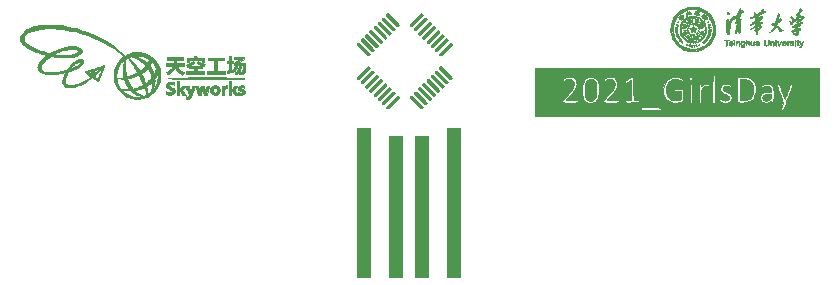
<source format=gbr>
%TF.GenerationSoftware,KiCad,Pcbnew,(5.1.9-0-10_14)*%
%TF.CreationDate,2021-03-02T12:46:57+08:00*%
%TF.ProjectId,sky_girlsday,736b795f-6769-4726-9c73-6461792e6b69,rev?*%
%TF.SameCoordinates,Original*%
%TF.FileFunction,Soldermask,Top*%
%TF.FilePolarity,Negative*%
%FSLAX46Y46*%
G04 Gerber Fmt 4.6, Leading zero omitted, Abs format (unit mm)*
G04 Created by KiCad (PCBNEW (5.1.9-0-10_14)) date 2021-03-02 12:46:57*
%MOMM*%
%LPD*%
G01*
G04 APERTURE LIST*
%ADD10C,0.010000*%
%ADD11R,1.270000X12.065000*%
%ADD12R,1.270000X12.700000*%
G04 APERTURE END LIST*
D10*
%TO.C,G\u002A\u002A\u002A*%
G36*
X93341701Y-135559455D02*
G01*
X93347180Y-135567721D01*
X93353635Y-135584027D01*
X93362275Y-135610964D01*
X93374309Y-135651120D01*
X93376711Y-135659217D01*
X93394916Y-135720600D01*
X94011333Y-135720600D01*
X94011333Y-136059804D01*
X93911850Y-136057419D01*
X93812366Y-136055033D01*
X93807496Y-135898275D01*
X93268065Y-135900454D01*
X92728633Y-135902633D01*
X92726199Y-135980950D01*
X92723764Y-136059267D01*
X92628127Y-136059267D01*
X92589540Y-136058850D01*
X92557477Y-136057717D01*
X92535548Y-136056049D01*
X92527497Y-136054275D01*
X92525906Y-136044640D01*
X92524426Y-136020750D01*
X92523151Y-135985282D01*
X92522175Y-135940916D01*
X92521590Y-135890328D01*
X92521557Y-135884941D01*
X92520609Y-135720600D01*
X92842638Y-135720600D01*
X92914595Y-135720439D01*
X92980946Y-135719981D01*
X93039854Y-135719261D01*
X93089481Y-135718316D01*
X93127991Y-135717182D01*
X93153547Y-135715895D01*
X93164312Y-135714492D01*
X93164539Y-135714250D01*
X93162121Y-135703680D01*
X93155817Y-135681304D01*
X93146862Y-135651459D01*
X93144343Y-135643302D01*
X93124273Y-135578704D01*
X93218553Y-135568290D01*
X93258172Y-135563964D01*
X93292704Y-135560286D01*
X93317976Y-135557693D01*
X93328833Y-135556688D01*
X93335989Y-135556641D01*
X93341701Y-135559455D01*
G37*
X93341701Y-135559455D02*
X93347180Y-135567721D01*
X93353635Y-135584027D01*
X93362275Y-135610964D01*
X93374309Y-135651120D01*
X93376711Y-135659217D01*
X93394916Y-135720600D01*
X94011333Y-135720600D01*
X94011333Y-136059804D01*
X93911850Y-136057419D01*
X93812366Y-136055033D01*
X93807496Y-135898275D01*
X93268065Y-135900454D01*
X92728633Y-135902633D01*
X92726199Y-135980950D01*
X92723764Y-136059267D01*
X92628127Y-136059267D01*
X92589540Y-136058850D01*
X92557477Y-136057717D01*
X92535548Y-136056049D01*
X92527497Y-136054275D01*
X92525906Y-136044640D01*
X92524426Y-136020750D01*
X92523151Y-135985282D01*
X92522175Y-135940916D01*
X92521590Y-135890328D01*
X92521557Y-135884941D01*
X92520609Y-135720600D01*
X92842638Y-135720600D01*
X92914595Y-135720439D01*
X92980946Y-135719981D01*
X93039854Y-135719261D01*
X93089481Y-135718316D01*
X93127991Y-135717182D01*
X93153547Y-135715895D01*
X93164312Y-135714492D01*
X93164539Y-135714250D01*
X93162121Y-135703680D01*
X93155817Y-135681304D01*
X93146862Y-135651459D01*
X93144343Y-135643302D01*
X93124273Y-135578704D01*
X93218553Y-135568290D01*
X93258172Y-135563964D01*
X93292704Y-135560286D01*
X93317976Y-135557693D01*
X93328833Y-135556688D01*
X93335989Y-135556641D01*
X93341701Y-135559455D01*
G36*
X93594480Y-136019005D02*
G01*
X93671862Y-136056659D01*
X93745579Y-136093247D01*
X93814177Y-136127994D01*
X93876198Y-136160127D01*
X93930189Y-136188869D01*
X93974693Y-136213446D01*
X94008256Y-136233084D01*
X94029421Y-136247008D01*
X94036733Y-136254417D01*
X94032921Y-136264693D01*
X94022831Y-136285333D01*
X94008482Y-136312691D01*
X93991894Y-136343119D01*
X93975085Y-136372971D01*
X93960076Y-136398600D01*
X93948886Y-136416358D01*
X93943600Y-136422616D01*
X93935243Y-136418417D01*
X93914778Y-136407059D01*
X93884699Y-136389958D01*
X93847503Y-136368530D01*
X93816600Y-136350566D01*
X93768560Y-136323215D01*
X93710391Y-136291154D01*
X93647168Y-136257119D01*
X93583970Y-136223846D01*
X93530930Y-136196622D01*
X93483054Y-136172113D01*
X93440735Y-136149846D01*
X93406167Y-136131024D01*
X93381542Y-136116853D01*
X93369054Y-136108535D01*
X93367947Y-136107151D01*
X93372590Y-136097689D01*
X93385183Y-136077836D01*
X93403612Y-136050818D01*
X93418796Y-136029453D01*
X93469726Y-135958905D01*
X93594480Y-136019005D01*
G37*
X93594480Y-136019005D02*
X93671862Y-136056659D01*
X93745579Y-136093247D01*
X93814177Y-136127994D01*
X93876198Y-136160127D01*
X93930189Y-136188869D01*
X93974693Y-136213446D01*
X94008256Y-136233084D01*
X94029421Y-136247008D01*
X94036733Y-136254417D01*
X94032921Y-136264693D01*
X94022831Y-136285333D01*
X94008482Y-136312691D01*
X93991894Y-136343119D01*
X93975085Y-136372971D01*
X93960076Y-136398600D01*
X93948886Y-136416358D01*
X93943600Y-136422616D01*
X93935243Y-136418417D01*
X93914778Y-136407059D01*
X93884699Y-136389958D01*
X93847503Y-136368530D01*
X93816600Y-136350566D01*
X93768560Y-136323215D01*
X93710391Y-136291154D01*
X93647168Y-136257119D01*
X93583970Y-136223846D01*
X93530930Y-136196622D01*
X93483054Y-136172113D01*
X93440735Y-136149846D01*
X93406167Y-136131024D01*
X93381542Y-136116853D01*
X93369054Y-136108535D01*
X93367947Y-136107151D01*
X93372590Y-136097689D01*
X93385183Y-136077836D01*
X93403612Y-136050818D01*
X93418796Y-136029453D01*
X93469726Y-135958905D01*
X93594480Y-136019005D01*
G36*
X95679267Y-135881467D02*
G01*
X95112000Y-135881467D01*
X95112000Y-136812800D01*
X95755467Y-136812800D01*
X95755467Y-137024467D01*
X94231466Y-137024467D01*
X94231466Y-136812800D01*
X94866466Y-136812800D01*
X94866466Y-135881467D01*
X94316133Y-135881467D01*
X94316133Y-135678267D01*
X95679267Y-135678267D01*
X95679267Y-135881467D01*
G37*
X95679267Y-135881467D02*
X95112000Y-135881467D01*
X95112000Y-136812800D01*
X95755467Y-136812800D01*
X95755467Y-137024467D01*
X94231466Y-137024467D01*
X94231466Y-136812800D01*
X94866466Y-136812800D01*
X94866466Y-135881467D01*
X94316133Y-135881467D01*
X94316133Y-135678267D01*
X95679267Y-135678267D01*
X95679267Y-135881467D01*
G36*
X93100143Y-136033624D02*
G01*
X93127341Y-136061838D01*
X93147786Y-136085591D01*
X93159437Y-136102362D01*
X93161091Y-136109002D01*
X93151584Y-136117621D01*
X93130187Y-136133534D01*
X93099390Y-136155096D01*
X93061683Y-136180657D01*
X93019553Y-136208572D01*
X92975492Y-136237191D01*
X92931989Y-136264868D01*
X92891532Y-136289954D01*
X92856612Y-136310802D01*
X92853282Y-136312727D01*
X92820662Y-136331926D01*
X92793781Y-136348513D01*
X92775897Y-136360432D01*
X92770313Y-136365125D01*
X92777734Y-136366367D01*
X92800647Y-136367476D01*
X92837614Y-136368439D01*
X92887194Y-136369240D01*
X92947947Y-136369864D01*
X93018433Y-136370297D01*
X93097212Y-136370525D01*
X93182844Y-136370532D01*
X93273889Y-136370305D01*
X93278548Y-136370287D01*
X93791201Y-136368300D01*
X93791201Y-136459169D01*
X93791200Y-136550038D01*
X93581650Y-136552302D01*
X93372100Y-136554567D01*
X93369783Y-136700617D01*
X93367467Y-136846667D01*
X94028266Y-136846667D01*
X94028266Y-137032934D01*
X92504266Y-137032934D01*
X92504266Y-136846667D01*
X93164666Y-136846667D01*
X93164666Y-136550333D01*
X92741333Y-136550333D01*
X92741333Y-136465667D01*
X92740922Y-136430125D01*
X92739814Y-136401931D01*
X92738197Y-136384667D01*
X92736912Y-136381000D01*
X92727878Y-136384560D01*
X92707407Y-136394093D01*
X92679147Y-136407875D01*
X92664069Y-136415402D01*
X92633707Y-136430266D01*
X92609668Y-136441278D01*
X92595459Y-136446867D01*
X92593148Y-136447152D01*
X92586291Y-136437127D01*
X92573964Y-136416754D01*
X92558161Y-136389581D01*
X92540879Y-136359158D01*
X92524113Y-136329034D01*
X92509858Y-136302760D01*
X92500110Y-136283885D01*
X92496863Y-136275957D01*
X92496889Y-136275924D01*
X92505465Y-136271574D01*
X92526150Y-136261961D01*
X92555554Y-136248643D01*
X92580466Y-136237524D01*
X92652437Y-136203407D01*
X92729896Y-136162915D01*
X92807706Y-136118970D01*
X92880731Y-136074489D01*
X92943833Y-136032392D01*
X92953000Y-136025831D01*
X93033433Y-135967568D01*
X93100143Y-136033624D01*
G37*
X93100143Y-136033624D02*
X93127341Y-136061838D01*
X93147786Y-136085591D01*
X93159437Y-136102362D01*
X93161091Y-136109002D01*
X93151584Y-136117621D01*
X93130187Y-136133534D01*
X93099390Y-136155096D01*
X93061683Y-136180657D01*
X93019553Y-136208572D01*
X92975492Y-136237191D01*
X92931989Y-136264868D01*
X92891532Y-136289954D01*
X92856612Y-136310802D01*
X92853282Y-136312727D01*
X92820662Y-136331926D01*
X92793781Y-136348513D01*
X92775897Y-136360432D01*
X92770313Y-136365125D01*
X92777734Y-136366367D01*
X92800647Y-136367476D01*
X92837614Y-136368439D01*
X92887194Y-136369240D01*
X92947947Y-136369864D01*
X93018433Y-136370297D01*
X93097212Y-136370525D01*
X93182844Y-136370532D01*
X93273889Y-136370305D01*
X93278548Y-136370287D01*
X93791201Y-136368300D01*
X93791201Y-136459169D01*
X93791200Y-136550038D01*
X93581650Y-136552302D01*
X93372100Y-136554567D01*
X93369783Y-136700617D01*
X93367467Y-136846667D01*
X94028266Y-136846667D01*
X94028266Y-137032934D01*
X92504266Y-137032934D01*
X92504266Y-136846667D01*
X93164666Y-136846667D01*
X93164666Y-136550333D01*
X92741333Y-136550333D01*
X92741333Y-136465667D01*
X92740922Y-136430125D01*
X92739814Y-136401931D01*
X92738197Y-136384667D01*
X92736912Y-136381000D01*
X92727878Y-136384560D01*
X92707407Y-136394093D01*
X92679147Y-136407875D01*
X92664069Y-136415402D01*
X92633707Y-136430266D01*
X92609668Y-136441278D01*
X92595459Y-136446867D01*
X92593148Y-136447152D01*
X92586291Y-136437127D01*
X92573964Y-136416754D01*
X92558161Y-136389581D01*
X92540879Y-136359158D01*
X92524113Y-136329034D01*
X92509858Y-136302760D01*
X92500110Y-136283885D01*
X92496863Y-136275957D01*
X92496889Y-136275924D01*
X92505465Y-136271574D01*
X92526150Y-136261961D01*
X92555554Y-136248643D01*
X92580466Y-136237524D01*
X92652437Y-136203407D01*
X92729896Y-136162915D01*
X92807706Y-136118970D01*
X92880731Y-136074489D01*
X92943833Y-136032392D01*
X92953000Y-136025831D01*
X93033433Y-135967568D01*
X93100143Y-136033624D01*
G36*
X96314573Y-135966133D02*
G01*
X96466667Y-135966133D01*
X96466667Y-136160867D01*
X96314267Y-136160867D01*
X96314267Y-136431800D01*
X96314406Y-136510035D01*
X96314861Y-136572737D01*
X96315685Y-136621304D01*
X96316935Y-136657134D01*
X96318664Y-136681626D01*
X96320926Y-136696177D01*
X96323777Y-136702185D01*
X96324850Y-136702532D01*
X96366842Y-136694808D01*
X96410611Y-136674886D01*
X96438248Y-136655624D01*
X96480761Y-136615108D01*
X96524658Y-136563367D01*
X96566248Y-136505331D01*
X96601840Y-136445928D01*
X96615371Y-136419100D01*
X96636332Y-136374682D01*
X96650157Y-136343517D01*
X96656327Y-136323271D01*
X96654325Y-136311609D01*
X96643633Y-136306198D01*
X96623733Y-136304704D01*
X96594106Y-136304794D01*
X96590004Y-136304800D01*
X96517467Y-136304800D01*
X96517659Y-136218017D01*
X96517852Y-136131233D01*
X96764460Y-135972483D01*
X97011069Y-135813733D01*
X96764268Y-135813734D01*
X96517467Y-135813734D01*
X96517467Y-135635934D01*
X96918941Y-135635934D01*
X97000146Y-135636039D01*
X97076409Y-135636342D01*
X97146011Y-135636820D01*
X97207229Y-135637453D01*
X97258346Y-135638219D01*
X97297640Y-135639097D01*
X97323391Y-135640066D01*
X97333807Y-135641073D01*
X97340168Y-135646403D01*
X97344121Y-135658531D01*
X97346120Y-135680542D01*
X97346617Y-135715524D01*
X97346551Y-135727856D01*
X97345902Y-135809500D01*
X97104541Y-135970367D01*
X96863179Y-136131233D01*
X97451513Y-136135689D01*
X97445746Y-136395928D01*
X97442781Y-136513461D01*
X97439431Y-136614875D01*
X97435640Y-136700981D01*
X97431355Y-136772590D01*
X97426521Y-136830513D01*
X97421086Y-136875561D01*
X97414994Y-136908545D01*
X97410624Y-136923996D01*
X97388909Y-136967780D01*
X97356915Y-137008715D01*
X97319544Y-137041009D01*
X97303455Y-137050587D01*
X97278894Y-137059631D01*
X97244562Y-137067636D01*
X97203729Y-137074354D01*
X97159666Y-137079538D01*
X97115642Y-137082940D01*
X97074928Y-137084313D01*
X97040794Y-137083411D01*
X97016509Y-137079985D01*
X97005346Y-137073788D01*
X97005113Y-137073150D01*
X97002479Y-137060864D01*
X96997592Y-137035831D01*
X96991206Y-137001971D01*
X96985595Y-136971550D01*
X96968966Y-136880534D01*
X97061553Y-136880534D01*
X97116224Y-136879090D01*
X97157127Y-136874111D01*
X97187233Y-136864626D01*
X97209514Y-136849665D01*
X97226939Y-136828256D01*
X97228347Y-136826017D01*
X97234805Y-136811603D01*
X97240540Y-136789663D01*
X97245688Y-136758833D01*
X97250381Y-136717751D01*
X97254753Y-136665053D01*
X97258939Y-136599377D01*
X97263072Y-136519359D01*
X97266859Y-136433917D01*
X97272257Y-136304800D01*
X97220990Y-136304800D01*
X97192291Y-136305424D01*
X97176254Y-136308271D01*
X97168623Y-136314807D01*
X97165674Y-136323850D01*
X97134129Y-136454596D01*
X97097627Y-136571686D01*
X97055051Y-136677958D01*
X97005279Y-136776248D01*
X96955061Y-136857765D01*
X96932419Y-136889365D01*
X96904764Y-136924509D01*
X96874046Y-136961106D01*
X96842214Y-136997067D01*
X96811219Y-137030302D01*
X96783009Y-137058721D01*
X96759535Y-137080234D01*
X96742747Y-137092751D01*
X96734593Y-137094183D01*
X96734557Y-137094127D01*
X96725407Y-137085450D01*
X96705560Y-137069833D01*
X96678343Y-137049828D01*
X96659036Y-137036208D01*
X96628745Y-137015037D01*
X96603461Y-136997121D01*
X96586585Y-136984882D01*
X96581810Y-136981186D01*
X96584837Y-136973315D01*
X96598362Y-136956256D01*
X96620391Y-136932255D01*
X96648934Y-136903560D01*
X96660411Y-136892522D01*
X96749375Y-136799995D01*
X96824563Y-136705012D01*
X96884481Y-136609477D01*
X96887892Y-136603140D01*
X96906699Y-136563943D01*
X96927354Y-136514592D01*
X96947882Y-136460471D01*
X96966307Y-136406963D01*
X96980654Y-136359453D01*
X96987280Y-136332317D01*
X96992945Y-136304800D01*
X96918189Y-136304879D01*
X96843433Y-136304959D01*
X96823710Y-136370496D01*
X96797117Y-136445633D01*
X96762518Y-136523247D01*
X96722148Y-136599397D01*
X96678245Y-136670141D01*
X96633047Y-136731537D01*
X96594741Y-136773957D01*
X96552196Y-136815547D01*
X96514356Y-136784540D01*
X96493125Y-136767787D01*
X96477352Y-136756528D01*
X96471592Y-136753533D01*
X96469218Y-136761303D01*
X96467471Y-136781826D01*
X96466682Y-136810928D01*
X96466667Y-136815875D01*
X96466667Y-136878216D01*
X96392583Y-136892707D01*
X96360511Y-136899209D01*
X96316023Y-136908548D01*
X96263225Y-136919845D01*
X96206221Y-136932221D01*
X96149672Y-136944676D01*
X96084361Y-136958728D01*
X96034805Y-136968369D01*
X96000434Y-136973689D01*
X95980681Y-136974781D01*
X95975154Y-136972946D01*
X95970550Y-136959442D01*
X95964770Y-136934125D01*
X95958545Y-136901470D01*
X95952609Y-136865957D01*
X95947694Y-136832064D01*
X95944532Y-136804269D01*
X95943855Y-136787050D01*
X95944321Y-136784402D01*
X95954806Y-136777208D01*
X95978991Y-136769691D01*
X96013696Y-136762831D01*
X96015058Y-136762616D01*
X96049290Y-136757057D01*
X96079027Y-136751902D01*
X96098612Y-136748135D01*
X96100483Y-136747714D01*
X96119533Y-136743231D01*
X96119533Y-136160867D01*
X95950200Y-136160867D01*
X95950200Y-135966133D01*
X96119227Y-135966133D01*
X96123767Y-135563967D01*
X96310033Y-135563967D01*
X96314573Y-135966133D01*
G37*
X96314573Y-135966133D02*
X96466667Y-135966133D01*
X96466667Y-136160867D01*
X96314267Y-136160867D01*
X96314267Y-136431800D01*
X96314406Y-136510035D01*
X96314861Y-136572737D01*
X96315685Y-136621304D01*
X96316935Y-136657134D01*
X96318664Y-136681626D01*
X96320926Y-136696177D01*
X96323777Y-136702185D01*
X96324850Y-136702532D01*
X96366842Y-136694808D01*
X96410611Y-136674886D01*
X96438248Y-136655624D01*
X96480761Y-136615108D01*
X96524658Y-136563367D01*
X96566248Y-136505331D01*
X96601840Y-136445928D01*
X96615371Y-136419100D01*
X96636332Y-136374682D01*
X96650157Y-136343517D01*
X96656327Y-136323271D01*
X96654325Y-136311609D01*
X96643633Y-136306198D01*
X96623733Y-136304704D01*
X96594106Y-136304794D01*
X96590004Y-136304800D01*
X96517467Y-136304800D01*
X96517659Y-136218017D01*
X96517852Y-136131233D01*
X96764460Y-135972483D01*
X97011069Y-135813733D01*
X96764268Y-135813734D01*
X96517467Y-135813734D01*
X96517467Y-135635934D01*
X96918941Y-135635934D01*
X97000146Y-135636039D01*
X97076409Y-135636342D01*
X97146011Y-135636820D01*
X97207229Y-135637453D01*
X97258346Y-135638219D01*
X97297640Y-135639097D01*
X97323391Y-135640066D01*
X97333807Y-135641073D01*
X97340168Y-135646403D01*
X97344121Y-135658531D01*
X97346120Y-135680542D01*
X97346617Y-135715524D01*
X97346551Y-135727856D01*
X97345902Y-135809500D01*
X97104541Y-135970367D01*
X96863179Y-136131233D01*
X97451513Y-136135689D01*
X97445746Y-136395928D01*
X97442781Y-136513461D01*
X97439431Y-136614875D01*
X97435640Y-136700981D01*
X97431355Y-136772590D01*
X97426521Y-136830513D01*
X97421086Y-136875561D01*
X97414994Y-136908545D01*
X97410624Y-136923996D01*
X97388909Y-136967780D01*
X97356915Y-137008715D01*
X97319544Y-137041009D01*
X97303455Y-137050587D01*
X97278894Y-137059631D01*
X97244562Y-137067636D01*
X97203729Y-137074354D01*
X97159666Y-137079538D01*
X97115642Y-137082940D01*
X97074928Y-137084313D01*
X97040794Y-137083411D01*
X97016509Y-137079985D01*
X97005346Y-137073788D01*
X97005113Y-137073150D01*
X97002479Y-137060864D01*
X96997592Y-137035831D01*
X96991206Y-137001971D01*
X96985595Y-136971550D01*
X96968966Y-136880534D01*
X97061553Y-136880534D01*
X97116224Y-136879090D01*
X97157127Y-136874111D01*
X97187233Y-136864626D01*
X97209514Y-136849665D01*
X97226939Y-136828256D01*
X97228347Y-136826017D01*
X97234805Y-136811603D01*
X97240540Y-136789663D01*
X97245688Y-136758833D01*
X97250381Y-136717751D01*
X97254753Y-136665053D01*
X97258939Y-136599377D01*
X97263072Y-136519359D01*
X97266859Y-136433917D01*
X97272257Y-136304800D01*
X97220990Y-136304800D01*
X97192291Y-136305424D01*
X97176254Y-136308271D01*
X97168623Y-136314807D01*
X97165674Y-136323850D01*
X97134129Y-136454596D01*
X97097627Y-136571686D01*
X97055051Y-136677958D01*
X97005279Y-136776248D01*
X96955061Y-136857765D01*
X96932419Y-136889365D01*
X96904764Y-136924509D01*
X96874046Y-136961106D01*
X96842214Y-136997067D01*
X96811219Y-137030302D01*
X96783009Y-137058721D01*
X96759535Y-137080234D01*
X96742747Y-137092751D01*
X96734593Y-137094183D01*
X96734557Y-137094127D01*
X96725407Y-137085450D01*
X96705560Y-137069833D01*
X96678343Y-137049828D01*
X96659036Y-137036208D01*
X96628745Y-137015037D01*
X96603461Y-136997121D01*
X96586585Y-136984882D01*
X96581810Y-136981186D01*
X96584837Y-136973315D01*
X96598362Y-136956256D01*
X96620391Y-136932255D01*
X96648934Y-136903560D01*
X96660411Y-136892522D01*
X96749375Y-136799995D01*
X96824563Y-136705012D01*
X96884481Y-136609477D01*
X96887892Y-136603140D01*
X96906699Y-136563943D01*
X96927354Y-136514592D01*
X96947882Y-136460471D01*
X96966307Y-136406963D01*
X96980654Y-136359453D01*
X96987280Y-136332317D01*
X96992945Y-136304800D01*
X96918189Y-136304879D01*
X96843433Y-136304959D01*
X96823710Y-136370496D01*
X96797117Y-136445633D01*
X96762518Y-136523247D01*
X96722148Y-136599397D01*
X96678245Y-136670141D01*
X96633047Y-136731537D01*
X96594741Y-136773957D01*
X96552196Y-136815547D01*
X96514356Y-136784540D01*
X96493125Y-136767787D01*
X96477352Y-136756528D01*
X96471592Y-136753533D01*
X96469218Y-136761303D01*
X96467471Y-136781826D01*
X96466682Y-136810928D01*
X96466667Y-136815875D01*
X96466667Y-136878216D01*
X96392583Y-136892707D01*
X96360511Y-136899209D01*
X96316023Y-136908548D01*
X96263225Y-136919845D01*
X96206221Y-136932221D01*
X96149672Y-136944676D01*
X96084361Y-136958728D01*
X96034805Y-136968369D01*
X96000434Y-136973689D01*
X95980681Y-136974781D01*
X95975154Y-136972946D01*
X95970550Y-136959442D01*
X95964770Y-136934125D01*
X95958545Y-136901470D01*
X95952609Y-136865957D01*
X95947694Y-136832064D01*
X95944532Y-136804269D01*
X95943855Y-136787050D01*
X95944321Y-136784402D01*
X95954806Y-136777208D01*
X95978991Y-136769691D01*
X96013696Y-136762831D01*
X96015058Y-136762616D01*
X96049290Y-136757057D01*
X96079027Y-136751902D01*
X96098612Y-136748135D01*
X96100483Y-136747714D01*
X96119533Y-136743231D01*
X96119533Y-136160867D01*
X95950200Y-136160867D01*
X95950200Y-135966133D01*
X96119227Y-135966133D01*
X96123767Y-135563967D01*
X96310033Y-135563967D01*
X96314573Y-135966133D01*
G36*
X91545416Y-135654933D02*
G01*
X92220633Y-135657100D01*
X92223343Y-135732476D01*
X92224027Y-135768921D01*
X92223503Y-135800867D01*
X92221899Y-135823069D01*
X92221065Y-135827726D01*
X92216077Y-135847600D01*
X91643054Y-135847600D01*
X91637461Y-135959783D01*
X91634919Y-136006375D01*
X91632087Y-136051209D01*
X91629305Y-136089300D01*
X91626909Y-136115662D01*
X91626825Y-136116417D01*
X91621782Y-136160867D01*
X92301066Y-136160867D01*
X92301066Y-136355600D01*
X91996266Y-136355600D01*
X91926325Y-136355770D01*
X91862037Y-136356253D01*
X91805291Y-136357010D01*
X91757978Y-136358002D01*
X91721985Y-136359190D01*
X91699201Y-136360533D01*
X91691508Y-136361950D01*
X91695552Y-136373999D01*
X91706294Y-136396887D01*
X91721750Y-136426911D01*
X91739938Y-136460371D01*
X91758876Y-136493565D01*
X91776581Y-136522791D01*
X91782860Y-136532520D01*
X91816038Y-136577029D01*
X91858834Y-136626204D01*
X91906750Y-136675356D01*
X91955291Y-136719796D01*
X91987193Y-136745560D01*
X92038132Y-136780236D01*
X92098840Y-136815810D01*
X92162752Y-136848732D01*
X92223297Y-136875454D01*
X92237718Y-136880962D01*
X92265248Y-136891656D01*
X92286366Y-136900934D01*
X92295589Y-136906158D01*
X92293319Y-136914808D01*
X92281808Y-136933492D01*
X92262923Y-136959466D01*
X92238534Y-136989986D01*
X92238366Y-136990187D01*
X92211608Y-137022703D01*
X92187747Y-137052368D01*
X92169550Y-137075697D01*
X92160320Y-137088375D01*
X92146087Y-137103409D01*
X92132876Y-137108992D01*
X92119718Y-137105101D01*
X92095814Y-137094771D01*
X92065202Y-137079821D01*
X92047066Y-137070341D01*
X91935751Y-137001474D01*
X91832072Y-136918633D01*
X91738586Y-136823994D01*
X91693672Y-136769311D01*
X91664806Y-136728959D01*
X91633653Y-136680871D01*
X91603243Y-136630132D01*
X91576605Y-136581827D01*
X91556769Y-136541044D01*
X91554412Y-136535517D01*
X91543637Y-136511431D01*
X91534942Y-136495303D01*
X91531159Y-136491099D01*
X91525535Y-136498246D01*
X91516357Y-136516511D01*
X91509984Y-136531315D01*
X91462330Y-136627512D01*
X91398830Y-136722193D01*
X91320565Y-136814200D01*
X91228618Y-136902373D01*
X91124072Y-136985552D01*
X91021805Y-137054135D01*
X90989957Y-137073422D01*
X90963276Y-137088807D01*
X90945118Y-137098403D01*
X90939185Y-137100667D01*
X90931239Y-137094634D01*
X90914418Y-137078051D01*
X90890907Y-137053191D01*
X90862892Y-137022326D01*
X90851273Y-137009216D01*
X90770757Y-136917766D01*
X90860220Y-136872280D01*
X90966847Y-136812720D01*
X91063147Y-136748058D01*
X91147915Y-136679422D01*
X91219945Y-136607942D01*
X91278032Y-136534746D01*
X91320968Y-136460962D01*
X91335088Y-136427704D01*
X91342674Y-136408475D01*
X91348544Y-136392982D01*
X91351197Y-136380827D01*
X91349130Y-136371606D01*
X91340843Y-136364921D01*
X91324835Y-136360369D01*
X91299602Y-136357551D01*
X91263645Y-136356066D01*
X91215462Y-136355512D01*
X91153551Y-136355490D01*
X91076411Y-136355597D01*
X91064933Y-136355600D01*
X90777067Y-136355600D01*
X90777067Y-136160867D01*
X91402111Y-136160867D01*
X91407289Y-136129117D01*
X91411652Y-136097318D01*
X91416342Y-136055049D01*
X91420879Y-136007702D01*
X91424783Y-135960670D01*
X91427574Y-135919343D01*
X91428771Y-135889115D01*
X91428781Y-135887817D01*
X91429000Y-135847600D01*
X90870200Y-135847600D01*
X90870200Y-135652765D01*
X91545416Y-135654933D01*
G37*
X91545416Y-135654933D02*
X92220633Y-135657100D01*
X92223343Y-135732476D01*
X92224027Y-135768921D01*
X92223503Y-135800867D01*
X92221899Y-135823069D01*
X92221065Y-135827726D01*
X92216077Y-135847600D01*
X91643054Y-135847600D01*
X91637461Y-135959783D01*
X91634919Y-136006375D01*
X91632087Y-136051209D01*
X91629305Y-136089300D01*
X91626909Y-136115662D01*
X91626825Y-136116417D01*
X91621782Y-136160867D01*
X92301066Y-136160867D01*
X92301066Y-136355600D01*
X91996266Y-136355600D01*
X91926325Y-136355770D01*
X91862037Y-136356253D01*
X91805291Y-136357010D01*
X91757978Y-136358002D01*
X91721985Y-136359190D01*
X91699201Y-136360533D01*
X91691508Y-136361950D01*
X91695552Y-136373999D01*
X91706294Y-136396887D01*
X91721750Y-136426911D01*
X91739938Y-136460371D01*
X91758876Y-136493565D01*
X91776581Y-136522791D01*
X91782860Y-136532520D01*
X91816038Y-136577029D01*
X91858834Y-136626204D01*
X91906750Y-136675356D01*
X91955291Y-136719796D01*
X91987193Y-136745560D01*
X92038132Y-136780236D01*
X92098840Y-136815810D01*
X92162752Y-136848732D01*
X92223297Y-136875454D01*
X92237718Y-136880962D01*
X92265248Y-136891656D01*
X92286366Y-136900934D01*
X92295589Y-136906158D01*
X92293319Y-136914808D01*
X92281808Y-136933492D01*
X92262923Y-136959466D01*
X92238534Y-136989986D01*
X92238366Y-136990187D01*
X92211608Y-137022703D01*
X92187747Y-137052368D01*
X92169550Y-137075697D01*
X92160320Y-137088375D01*
X92146087Y-137103409D01*
X92132876Y-137108992D01*
X92119718Y-137105101D01*
X92095814Y-137094771D01*
X92065202Y-137079821D01*
X92047066Y-137070341D01*
X91935751Y-137001474D01*
X91832072Y-136918633D01*
X91738586Y-136823994D01*
X91693672Y-136769311D01*
X91664806Y-136728959D01*
X91633653Y-136680871D01*
X91603243Y-136630132D01*
X91576605Y-136581827D01*
X91556769Y-136541044D01*
X91554412Y-136535517D01*
X91543637Y-136511431D01*
X91534942Y-136495303D01*
X91531159Y-136491099D01*
X91525535Y-136498246D01*
X91516357Y-136516511D01*
X91509984Y-136531315D01*
X91462330Y-136627512D01*
X91398830Y-136722193D01*
X91320565Y-136814200D01*
X91228618Y-136902373D01*
X91124072Y-136985552D01*
X91021805Y-137054135D01*
X90989957Y-137073422D01*
X90963276Y-137088807D01*
X90945118Y-137098403D01*
X90939185Y-137100667D01*
X90931239Y-137094634D01*
X90914418Y-137078051D01*
X90890907Y-137053191D01*
X90862892Y-137022326D01*
X90851273Y-137009216D01*
X90770757Y-136917766D01*
X90860220Y-136872280D01*
X90966847Y-136812720D01*
X91063147Y-136748058D01*
X91147915Y-136679422D01*
X91219945Y-136607942D01*
X91278032Y-136534746D01*
X91320968Y-136460962D01*
X91335088Y-136427704D01*
X91342674Y-136408475D01*
X91348544Y-136392982D01*
X91351197Y-136380827D01*
X91349130Y-136371606D01*
X91340843Y-136364921D01*
X91324835Y-136360369D01*
X91299602Y-136357551D01*
X91263645Y-136356066D01*
X91215462Y-136355512D01*
X91153551Y-136355490D01*
X91076411Y-136355597D01*
X91064933Y-136355600D01*
X90777067Y-136355600D01*
X90777067Y-136160867D01*
X91402111Y-136160867D01*
X91407289Y-136129117D01*
X91411652Y-136097318D01*
X91416342Y-136055049D01*
X91420879Y-136007702D01*
X91424783Y-135960670D01*
X91427574Y-135919343D01*
X91428771Y-135889115D01*
X91428781Y-135887817D01*
X91429000Y-135847600D01*
X90870200Y-135847600D01*
X90870200Y-135652765D01*
X91545416Y-135654933D01*
G36*
X94517366Y-137338641D02*
G01*
X94773781Y-137340383D01*
X95027254Y-137343068D01*
X95276616Y-137346700D01*
X95520700Y-137351285D01*
X95758337Y-137356829D01*
X95988360Y-137363338D01*
X96209601Y-137370816D01*
X96420891Y-137379270D01*
X96621064Y-137388705D01*
X96808951Y-137399127D01*
X96911167Y-137405582D01*
X96982202Y-137410389D01*
X97053668Y-137415408D01*
X97123489Y-137420478D01*
X97189592Y-137425435D01*
X97249901Y-137430117D01*
X97302345Y-137434364D01*
X97344847Y-137438012D01*
X97375334Y-137440899D01*
X97391732Y-137442863D01*
X97393767Y-137443306D01*
X97386007Y-137443531D01*
X97361887Y-137443749D01*
X97321984Y-137443960D01*
X97266869Y-137444164D01*
X97197118Y-137444360D01*
X97113304Y-137444548D01*
X97016003Y-137444726D01*
X96905788Y-137444896D01*
X96783233Y-137445055D01*
X96648913Y-137445204D01*
X96503402Y-137445343D01*
X96347274Y-137445470D01*
X96181103Y-137445586D01*
X96005464Y-137445689D01*
X95820930Y-137445780D01*
X95628077Y-137445857D01*
X95427477Y-137445921D01*
X95219706Y-137445971D01*
X95005338Y-137446007D01*
X94784946Y-137446027D01*
X94559106Y-137446032D01*
X94328391Y-137446021D01*
X94125633Y-137445998D01*
X93842076Y-137445952D01*
X93575007Y-137445893D01*
X93323982Y-137445822D01*
X93088556Y-137445735D01*
X92868284Y-137445632D01*
X92662723Y-137445510D01*
X92471426Y-137445369D01*
X92293950Y-137445206D01*
X92129849Y-137445019D01*
X91978679Y-137444808D01*
X91839995Y-137444571D01*
X91713353Y-137444305D01*
X91598307Y-137444009D01*
X91494413Y-137443682D01*
X91401227Y-137443321D01*
X91318303Y-137442926D01*
X91245197Y-137442494D01*
X91181463Y-137442024D01*
X91126659Y-137441515D01*
X91080338Y-137440964D01*
X91042056Y-137440370D01*
X91011368Y-137439731D01*
X90987829Y-137439046D01*
X90970996Y-137438312D01*
X90960422Y-137437529D01*
X90955664Y-137436695D01*
X90956276Y-137435807D01*
X90961815Y-137434865D01*
X90967567Y-137434249D01*
X91112224Y-137421689D01*
X91272627Y-137409980D01*
X91447605Y-137399128D01*
X91635992Y-137389140D01*
X91836620Y-137380020D01*
X92048320Y-137371774D01*
X92269924Y-137364409D01*
X92500265Y-137357928D01*
X92738176Y-137352339D01*
X92982487Y-137347647D01*
X93232030Y-137343857D01*
X93485639Y-137340975D01*
X93742145Y-137339007D01*
X94000380Y-137337958D01*
X94259177Y-137337834D01*
X94517366Y-137338641D01*
G37*
X94517366Y-137338641D02*
X94773781Y-137340383D01*
X95027254Y-137343068D01*
X95276616Y-137346700D01*
X95520700Y-137351285D01*
X95758337Y-137356829D01*
X95988360Y-137363338D01*
X96209601Y-137370816D01*
X96420891Y-137379270D01*
X96621064Y-137388705D01*
X96808951Y-137399127D01*
X96911167Y-137405582D01*
X96982202Y-137410389D01*
X97053668Y-137415408D01*
X97123489Y-137420478D01*
X97189592Y-137425435D01*
X97249901Y-137430117D01*
X97302345Y-137434364D01*
X97344847Y-137438012D01*
X97375334Y-137440899D01*
X97391732Y-137442863D01*
X97393767Y-137443306D01*
X97386007Y-137443531D01*
X97361887Y-137443749D01*
X97321984Y-137443960D01*
X97266869Y-137444164D01*
X97197118Y-137444360D01*
X97113304Y-137444548D01*
X97016003Y-137444726D01*
X96905788Y-137444896D01*
X96783233Y-137445055D01*
X96648913Y-137445204D01*
X96503402Y-137445343D01*
X96347274Y-137445470D01*
X96181103Y-137445586D01*
X96005464Y-137445689D01*
X95820930Y-137445780D01*
X95628077Y-137445857D01*
X95427477Y-137445921D01*
X95219706Y-137445971D01*
X95005338Y-137446007D01*
X94784946Y-137446027D01*
X94559106Y-137446032D01*
X94328391Y-137446021D01*
X94125633Y-137445998D01*
X93842076Y-137445952D01*
X93575007Y-137445893D01*
X93323982Y-137445822D01*
X93088556Y-137445735D01*
X92868284Y-137445632D01*
X92662723Y-137445510D01*
X92471426Y-137445369D01*
X92293950Y-137445206D01*
X92129849Y-137445019D01*
X91978679Y-137444808D01*
X91839995Y-137444571D01*
X91713353Y-137444305D01*
X91598307Y-137444009D01*
X91494413Y-137443682D01*
X91401227Y-137443321D01*
X91318303Y-137442926D01*
X91245197Y-137442494D01*
X91181463Y-137442024D01*
X91126659Y-137441515D01*
X91080338Y-137440964D01*
X91042056Y-137440370D01*
X91011368Y-137439731D01*
X90987829Y-137439046D01*
X90970996Y-137438312D01*
X90960422Y-137437529D01*
X90955664Y-137436695D01*
X90956276Y-137435807D01*
X90961815Y-137434865D01*
X90967567Y-137434249D01*
X91112224Y-137421689D01*
X91272627Y-137409980D01*
X91447605Y-137399128D01*
X91635992Y-137389140D01*
X91836620Y-137380020D01*
X92048320Y-137371774D01*
X92269924Y-137364409D01*
X92500265Y-137357928D01*
X92738176Y-137352339D01*
X92982487Y-137347647D01*
X93232030Y-137343857D01*
X93485639Y-137340975D01*
X93742145Y-137339007D01*
X94000380Y-137337958D01*
X94259177Y-137337834D01*
X94517366Y-137338641D01*
G36*
X96316291Y-138032089D02*
G01*
X96318500Y-138387778D01*
X96428567Y-138214505D01*
X96538633Y-138041231D01*
X96676217Y-138040849D01*
X96722333Y-138040966D01*
X96761876Y-138041532D01*
X96792032Y-138042471D01*
X96809990Y-138043704D01*
X96813800Y-138044675D01*
X96808864Y-138052264D01*
X96794972Y-138071437D01*
X96773494Y-138100357D01*
X96745801Y-138137190D01*
X96713266Y-138180099D01*
X96682537Y-138220359D01*
X96647046Y-138267328D01*
X96615512Y-138310226D01*
X96589268Y-138347142D01*
X96569649Y-138376165D01*
X96557989Y-138395382D01*
X96555334Y-138402579D01*
X96561636Y-138413130D01*
X96576005Y-138434388D01*
X96596428Y-138463451D01*
X96620892Y-138497417D01*
X96625826Y-138504179D01*
X96657400Y-138547391D01*
X96694355Y-138598011D01*
X96732105Y-138649757D01*
X96766064Y-138696347D01*
X96766273Y-138696634D01*
X96840288Y-138798234D01*
X96702680Y-138800568D01*
X96647039Y-138801139D01*
X96606364Y-138800618D01*
X96578716Y-138798891D01*
X96562158Y-138795847D01*
X96555318Y-138792101D01*
X96548209Y-138782203D01*
X96533382Y-138760087D01*
X96512195Y-138727830D01*
X96486004Y-138687509D01*
X96456169Y-138641201D01*
X96432031Y-138603500D01*
X96318500Y-138425700D01*
X96316221Y-138614084D01*
X96313943Y-138802467D01*
X96077200Y-138802467D01*
X96077200Y-137676400D01*
X96314083Y-137676400D01*
X96316291Y-138032089D01*
G37*
X96316291Y-138032089D02*
X96318500Y-138387778D01*
X96428567Y-138214505D01*
X96538633Y-138041231D01*
X96676217Y-138040849D01*
X96722333Y-138040966D01*
X96761876Y-138041532D01*
X96792032Y-138042471D01*
X96809990Y-138043704D01*
X96813800Y-138044675D01*
X96808864Y-138052264D01*
X96794972Y-138071437D01*
X96773494Y-138100357D01*
X96745801Y-138137190D01*
X96713266Y-138180099D01*
X96682537Y-138220359D01*
X96647046Y-138267328D01*
X96615512Y-138310226D01*
X96589268Y-138347142D01*
X96569649Y-138376165D01*
X96557989Y-138395382D01*
X96555334Y-138402579D01*
X96561636Y-138413130D01*
X96576005Y-138434388D01*
X96596428Y-138463451D01*
X96620892Y-138497417D01*
X96625826Y-138504179D01*
X96657400Y-138547391D01*
X96694355Y-138598011D01*
X96732105Y-138649757D01*
X96766064Y-138696347D01*
X96766273Y-138696634D01*
X96840288Y-138798234D01*
X96702680Y-138800568D01*
X96647039Y-138801139D01*
X96606364Y-138800618D01*
X96578716Y-138798891D01*
X96562158Y-138795847D01*
X96555318Y-138792101D01*
X96548209Y-138782203D01*
X96533382Y-138760087D01*
X96512195Y-138727830D01*
X96486004Y-138687509D01*
X96456169Y-138641201D01*
X96432031Y-138603500D01*
X96318500Y-138425700D01*
X96316221Y-138614084D01*
X96313943Y-138802467D01*
X96077200Y-138802467D01*
X96077200Y-137676400D01*
X96314083Y-137676400D01*
X96316291Y-138032089D01*
G36*
X95934983Y-138026683D02*
G01*
X95958968Y-138033475D01*
X95970549Y-138045623D01*
X95973292Y-138060900D01*
X95974985Y-138086912D01*
X95975697Y-138119643D01*
X95975494Y-138155079D01*
X95974443Y-138189203D01*
X95972610Y-138218002D01*
X95970063Y-138237459D01*
X95967255Y-138243667D01*
X95954489Y-138241619D01*
X95932300Y-138236473D01*
X95922592Y-138233953D01*
X95869849Y-138227698D01*
X95820974Y-138237075D01*
X95778304Y-138261050D01*
X95744175Y-138298588D01*
X95733123Y-138317802D01*
X95728257Y-138329283D01*
X95724384Y-138343360D01*
X95721338Y-138362195D01*
X95718949Y-138387949D01*
X95717048Y-138422783D01*
X95715467Y-138468859D01*
X95714037Y-138528339D01*
X95713133Y-138573867D01*
X95708900Y-138798234D01*
X95592483Y-138800589D01*
X95476067Y-138802945D01*
X95476067Y-138040467D01*
X95713133Y-138040467D01*
X95713213Y-138106084D01*
X95713292Y-138171700D01*
X95738778Y-138127261D01*
X95758589Y-138098697D01*
X95781927Y-138073347D01*
X95795848Y-138062138D01*
X95829565Y-138044594D01*
X95866508Y-138032599D01*
X95902905Y-138026510D01*
X95934983Y-138026683D01*
G37*
X95934983Y-138026683D02*
X95958968Y-138033475D01*
X95970549Y-138045623D01*
X95973292Y-138060900D01*
X95974985Y-138086912D01*
X95975697Y-138119643D01*
X95975494Y-138155079D01*
X95974443Y-138189203D01*
X95972610Y-138218002D01*
X95970063Y-138237459D01*
X95967255Y-138243667D01*
X95954489Y-138241619D01*
X95932300Y-138236473D01*
X95922592Y-138233953D01*
X95869849Y-138227698D01*
X95820974Y-138237075D01*
X95778304Y-138261050D01*
X95744175Y-138298588D01*
X95733123Y-138317802D01*
X95728257Y-138329283D01*
X95724384Y-138343360D01*
X95721338Y-138362195D01*
X95718949Y-138387949D01*
X95717048Y-138422783D01*
X95715467Y-138468859D01*
X95714037Y-138528339D01*
X95713133Y-138573867D01*
X95708900Y-138798234D01*
X95592483Y-138800589D01*
X95476067Y-138802945D01*
X95476067Y-138040467D01*
X95713133Y-138040467D01*
X95713213Y-138106084D01*
X95713292Y-138171700D01*
X95738778Y-138127261D01*
X95758589Y-138098697D01*
X95781927Y-138073347D01*
X95795848Y-138062138D01*
X95829565Y-138044594D01*
X95866508Y-138032599D01*
X95902905Y-138026510D01*
X95934983Y-138026683D01*
G36*
X93985165Y-138071974D02*
G01*
X93993254Y-138103629D01*
X94003701Y-138146231D01*
X94015884Y-138197078D01*
X94029182Y-138253467D01*
X94042974Y-138312698D01*
X94056638Y-138372067D01*
X94069554Y-138428874D01*
X94081099Y-138480416D01*
X94090653Y-138523992D01*
X94097593Y-138556900D01*
X94101300Y-138576437D01*
X94101534Y-138578011D01*
X94103342Y-138588048D01*
X94105564Y-138592174D01*
X94108548Y-138589036D01*
X94112644Y-138577276D01*
X94118201Y-138555541D01*
X94125570Y-138522475D01*
X94135099Y-138476723D01*
X94147137Y-138416930D01*
X94160603Y-138349000D01*
X94173702Y-138282793D01*
X94185922Y-138221285D01*
X94196836Y-138166613D01*
X94206015Y-138120912D01*
X94213030Y-138086320D01*
X94217453Y-138064973D01*
X94218659Y-138059517D01*
X94221321Y-138051612D01*
X94226657Y-138046264D01*
X94237557Y-138042975D01*
X94256913Y-138041245D01*
X94287617Y-138040576D01*
X94328994Y-138040467D01*
X94369060Y-138040943D01*
X94402161Y-138042245D01*
X94425088Y-138044178D01*
X94434629Y-138046551D01*
X94434724Y-138046817D01*
X94432465Y-138056009D01*
X94425975Y-138079830D01*
X94415716Y-138116638D01*
X94402153Y-138164793D01*
X94385748Y-138222655D01*
X94366966Y-138288583D01*
X94346270Y-138360935D01*
X94327010Y-138428032D01*
X94219239Y-138802898D01*
X93973233Y-138798234D01*
X93912096Y-138556934D01*
X93896409Y-138494137D01*
X93882153Y-138435381D01*
X93869869Y-138383034D01*
X93860099Y-138339461D01*
X93853384Y-138307028D01*
X93850266Y-138288102D01*
X93850117Y-138286000D01*
X93848645Y-138276526D01*
X93845048Y-138282303D01*
X93839112Y-138303875D01*
X93833525Y-138328334D01*
X93826695Y-138357510D01*
X93816238Y-138399592D01*
X93803036Y-138451162D01*
X93787967Y-138508805D01*
X93771912Y-138569103D01*
X93763765Y-138599267D01*
X93709756Y-138798234D01*
X93590252Y-138800579D01*
X93547062Y-138800980D01*
X93510246Y-138800476D01*
X93482953Y-138799175D01*
X93468332Y-138797185D01*
X93466791Y-138796345D01*
X93463655Y-138786942D01*
X93456490Y-138763112D01*
X93445839Y-138726734D01*
X93432245Y-138679688D01*
X93416251Y-138623851D01*
X93398400Y-138561102D01*
X93380461Y-138497667D01*
X93360252Y-138426004D01*
X93340473Y-138355867D01*
X93321851Y-138289831D01*
X93305112Y-138230474D01*
X93290984Y-138180370D01*
X93280191Y-138142096D01*
X93274811Y-138123017D01*
X93251535Y-138040467D01*
X93490955Y-138040467D01*
X93515416Y-138156884D01*
X93525213Y-138203663D01*
X93537341Y-138261816D01*
X93550716Y-138326127D01*
X93564253Y-138391386D01*
X93575449Y-138445502D01*
X93587306Y-138502526D01*
X93596323Y-138544496D01*
X93602986Y-138572961D01*
X93607782Y-138589469D01*
X93611200Y-138595570D01*
X93613725Y-138592812D01*
X93615846Y-138582744D01*
X93616729Y-138576735D01*
X93620351Y-138558159D01*
X93627796Y-138525704D01*
X93638450Y-138481836D01*
X93651703Y-138429019D01*
X93666942Y-138369718D01*
X93683556Y-138306396D01*
X93687851Y-138290234D01*
X93753262Y-138044700D01*
X93864972Y-138042340D01*
X93976683Y-138039981D01*
X93985165Y-138071974D01*
G37*
X93985165Y-138071974D02*
X93993254Y-138103629D01*
X94003701Y-138146231D01*
X94015884Y-138197078D01*
X94029182Y-138253467D01*
X94042974Y-138312698D01*
X94056638Y-138372067D01*
X94069554Y-138428874D01*
X94081099Y-138480416D01*
X94090653Y-138523992D01*
X94097593Y-138556900D01*
X94101300Y-138576437D01*
X94101534Y-138578011D01*
X94103342Y-138588048D01*
X94105564Y-138592174D01*
X94108548Y-138589036D01*
X94112644Y-138577276D01*
X94118201Y-138555541D01*
X94125570Y-138522475D01*
X94135099Y-138476723D01*
X94147137Y-138416930D01*
X94160603Y-138349000D01*
X94173702Y-138282793D01*
X94185922Y-138221285D01*
X94196836Y-138166613D01*
X94206015Y-138120912D01*
X94213030Y-138086320D01*
X94217453Y-138064973D01*
X94218659Y-138059517D01*
X94221321Y-138051612D01*
X94226657Y-138046264D01*
X94237557Y-138042975D01*
X94256913Y-138041245D01*
X94287617Y-138040576D01*
X94328994Y-138040467D01*
X94369060Y-138040943D01*
X94402161Y-138042245D01*
X94425088Y-138044178D01*
X94434629Y-138046551D01*
X94434724Y-138046817D01*
X94432465Y-138056009D01*
X94425975Y-138079830D01*
X94415716Y-138116638D01*
X94402153Y-138164793D01*
X94385748Y-138222655D01*
X94366966Y-138288583D01*
X94346270Y-138360935D01*
X94327010Y-138428032D01*
X94219239Y-138802898D01*
X93973233Y-138798234D01*
X93912096Y-138556934D01*
X93896409Y-138494137D01*
X93882153Y-138435381D01*
X93869869Y-138383034D01*
X93860099Y-138339461D01*
X93853384Y-138307028D01*
X93850266Y-138288102D01*
X93850117Y-138286000D01*
X93848645Y-138276526D01*
X93845048Y-138282303D01*
X93839112Y-138303875D01*
X93833525Y-138328334D01*
X93826695Y-138357510D01*
X93816238Y-138399592D01*
X93803036Y-138451162D01*
X93787967Y-138508805D01*
X93771912Y-138569103D01*
X93763765Y-138599267D01*
X93709756Y-138798234D01*
X93590252Y-138800579D01*
X93547062Y-138800980D01*
X93510246Y-138800476D01*
X93482953Y-138799175D01*
X93468332Y-138797185D01*
X93466791Y-138796345D01*
X93463655Y-138786942D01*
X93456490Y-138763112D01*
X93445839Y-138726734D01*
X93432245Y-138679688D01*
X93416251Y-138623851D01*
X93398400Y-138561102D01*
X93380461Y-138497667D01*
X93360252Y-138426004D01*
X93340473Y-138355867D01*
X93321851Y-138289831D01*
X93305112Y-138230474D01*
X93290984Y-138180370D01*
X93280191Y-138142096D01*
X93274811Y-138123017D01*
X93251535Y-138040467D01*
X93490955Y-138040467D01*
X93515416Y-138156884D01*
X93525213Y-138203663D01*
X93537341Y-138261816D01*
X93550716Y-138326127D01*
X93564253Y-138391386D01*
X93575449Y-138445502D01*
X93587306Y-138502526D01*
X93596323Y-138544496D01*
X93602986Y-138572961D01*
X93607782Y-138589469D01*
X93611200Y-138595570D01*
X93613725Y-138592812D01*
X93615846Y-138582744D01*
X93616729Y-138576735D01*
X93620351Y-138558159D01*
X93627796Y-138525704D01*
X93638450Y-138481836D01*
X93651703Y-138429019D01*
X93666942Y-138369718D01*
X93683556Y-138306396D01*
X93687851Y-138290234D01*
X93753262Y-138044700D01*
X93864972Y-138042340D01*
X93976683Y-138039981D01*
X93985165Y-138071974D01*
G36*
X91911600Y-138391423D02*
G01*
X91965931Y-138306962D01*
X91994009Y-138263243D01*
X92026479Y-138212579D01*
X92058640Y-138162308D01*
X92078115Y-138131812D01*
X92135966Y-138041124D01*
X92274050Y-138040796D01*
X92326949Y-138040936D01*
X92364773Y-138041744D01*
X92389372Y-138043364D01*
X92402595Y-138045939D01*
X92406293Y-138049615D01*
X92405764Y-138051050D01*
X92399010Y-138060547D01*
X92383490Y-138081488D01*
X92360716Y-138111861D01*
X92332202Y-138149653D01*
X92299460Y-138192851D01*
X92277464Y-138221777D01*
X92243006Y-138267222D01*
X92212020Y-138308446D01*
X92185979Y-138343461D01*
X92166357Y-138370276D01*
X92154627Y-138386904D01*
X92151946Y-138391267D01*
X92155734Y-138401549D01*
X92169805Y-138425037D01*
X92194049Y-138461570D01*
X92228352Y-138510987D01*
X92272605Y-138573128D01*
X92326696Y-138647831D01*
X92384134Y-138726267D01*
X92437064Y-138798234D01*
X92303788Y-138800574D01*
X92257578Y-138801166D01*
X92217143Y-138801269D01*
X92185604Y-138800908D01*
X92166078Y-138800107D01*
X92161501Y-138799457D01*
X92154659Y-138791659D01*
X92140061Y-138771494D01*
X92119018Y-138740896D01*
X92092843Y-138701798D01*
X92062848Y-138656133D01*
X92034161Y-138611784D01*
X91915833Y-138427568D01*
X91913555Y-138615018D01*
X91911276Y-138802467D01*
X91674533Y-138802467D01*
X91674533Y-137676400D01*
X91911600Y-137676400D01*
X91911600Y-138391423D01*
G37*
X91911600Y-138391423D02*
X91965931Y-138306962D01*
X91994009Y-138263243D01*
X92026479Y-138212579D01*
X92058640Y-138162308D01*
X92078115Y-138131812D01*
X92135966Y-138041124D01*
X92274050Y-138040796D01*
X92326949Y-138040936D01*
X92364773Y-138041744D01*
X92389372Y-138043364D01*
X92402595Y-138045939D01*
X92406293Y-138049615D01*
X92405764Y-138051050D01*
X92399010Y-138060547D01*
X92383490Y-138081488D01*
X92360716Y-138111861D01*
X92332202Y-138149653D01*
X92299460Y-138192851D01*
X92277464Y-138221777D01*
X92243006Y-138267222D01*
X92212020Y-138308446D01*
X92185979Y-138343461D01*
X92166357Y-138370276D01*
X92154627Y-138386904D01*
X92151946Y-138391267D01*
X92155734Y-138401549D01*
X92169805Y-138425037D01*
X92194049Y-138461570D01*
X92228352Y-138510987D01*
X92272605Y-138573128D01*
X92326696Y-138647831D01*
X92384134Y-138726267D01*
X92437064Y-138798234D01*
X92303788Y-138800574D01*
X92257578Y-138801166D01*
X92217143Y-138801269D01*
X92185604Y-138800908D01*
X92166078Y-138800107D01*
X92161501Y-138799457D01*
X92154659Y-138791659D01*
X92140061Y-138771494D01*
X92119018Y-138740896D01*
X92092843Y-138701798D01*
X92062848Y-138656133D01*
X92034161Y-138611784D01*
X91915833Y-138427568D01*
X91913555Y-138615018D01*
X91911276Y-138802467D01*
X91674533Y-138802467D01*
X91674533Y-137676400D01*
X91911600Y-137676400D01*
X91911600Y-138391423D01*
G36*
X97266243Y-138028949D02*
G01*
X97316702Y-138031717D01*
X97355495Y-138036160D01*
X97370483Y-138039195D01*
X97414933Y-138050622D01*
X97414933Y-138139584D01*
X97414709Y-138179142D01*
X97413711Y-138204505D01*
X97411448Y-138218407D01*
X97407431Y-138223584D01*
X97401171Y-138222772D01*
X97400117Y-138222348D01*
X97345585Y-138203236D01*
X97289729Y-138190166D01*
X97236437Y-138183574D01*
X97189598Y-138183899D01*
X97153100Y-138191577D01*
X97147509Y-138193973D01*
X97121180Y-138213362D01*
X97109074Y-138237971D01*
X97112442Y-138264971D01*
X97114356Y-138269047D01*
X97121379Y-138279821D01*
X97132025Y-138289646D01*
X97148786Y-138299831D01*
X97174154Y-138311689D01*
X97210621Y-138326527D01*
X97258663Y-138344896D01*
X97325236Y-138373238D01*
X97376373Y-138402939D01*
X97413567Y-138435521D01*
X97438316Y-138472505D01*
X97452114Y-138515414D01*
X97455819Y-138545552D01*
X97455290Y-138602422D01*
X97444588Y-138649178D01*
X97422156Y-138690283D01*
X97393973Y-138722848D01*
X97342615Y-138762683D01*
X97279410Y-138792079D01*
X97206112Y-138810682D01*
X97124480Y-138818135D01*
X97036269Y-138814082D01*
X96982366Y-138806244D01*
X96938087Y-138798220D01*
X96907706Y-138791078D01*
X96888615Y-138781918D01*
X96878206Y-138767837D01*
X96873872Y-138745934D01*
X96873005Y-138713307D01*
X96873067Y-138684611D01*
X96873067Y-138591737D01*
X96917517Y-138612077D01*
X96972942Y-138633447D01*
X97028782Y-138647814D01*
X97082578Y-138655239D01*
X97131870Y-138655784D01*
X97174200Y-138649511D01*
X97207109Y-138636481D01*
X97228138Y-138616758D01*
X97233497Y-138604135D01*
X97234710Y-138581416D01*
X97225204Y-138561203D01*
X97203583Y-138542404D01*
X97168450Y-138523925D01*
X97118410Y-138504676D01*
X97097433Y-138497657D01*
X97037050Y-138475738D01*
X96990240Y-138453172D01*
X96953684Y-138428126D01*
X96929301Y-138404749D01*
X96904930Y-138374834D01*
X96889811Y-138346927D01*
X96881809Y-138315123D01*
X96878789Y-138273521D01*
X96878611Y-138264640D01*
X96884702Y-138204300D01*
X96905126Y-138152295D01*
X96940206Y-138108191D01*
X96990265Y-138071554D01*
X97040010Y-138047846D01*
X97062252Y-138039818D01*
X97084073Y-138034305D01*
X97109428Y-138030839D01*
X97142274Y-138028955D01*
X97186568Y-138028184D01*
X97207500Y-138028085D01*
X97266243Y-138028949D01*
G37*
X97266243Y-138028949D02*
X97316702Y-138031717D01*
X97355495Y-138036160D01*
X97370483Y-138039195D01*
X97414933Y-138050622D01*
X97414933Y-138139584D01*
X97414709Y-138179142D01*
X97413711Y-138204505D01*
X97411448Y-138218407D01*
X97407431Y-138223584D01*
X97401171Y-138222772D01*
X97400117Y-138222348D01*
X97345585Y-138203236D01*
X97289729Y-138190166D01*
X97236437Y-138183574D01*
X97189598Y-138183899D01*
X97153100Y-138191577D01*
X97147509Y-138193973D01*
X97121180Y-138213362D01*
X97109074Y-138237971D01*
X97112442Y-138264971D01*
X97114356Y-138269047D01*
X97121379Y-138279821D01*
X97132025Y-138289646D01*
X97148786Y-138299831D01*
X97174154Y-138311689D01*
X97210621Y-138326527D01*
X97258663Y-138344896D01*
X97325236Y-138373238D01*
X97376373Y-138402939D01*
X97413567Y-138435521D01*
X97438316Y-138472505D01*
X97452114Y-138515414D01*
X97455819Y-138545552D01*
X97455290Y-138602422D01*
X97444588Y-138649178D01*
X97422156Y-138690283D01*
X97393973Y-138722848D01*
X97342615Y-138762683D01*
X97279410Y-138792079D01*
X97206112Y-138810682D01*
X97124480Y-138818135D01*
X97036269Y-138814082D01*
X96982366Y-138806244D01*
X96938087Y-138798220D01*
X96907706Y-138791078D01*
X96888615Y-138781918D01*
X96878206Y-138767837D01*
X96873872Y-138745934D01*
X96873005Y-138713307D01*
X96873067Y-138684611D01*
X96873067Y-138591737D01*
X96917517Y-138612077D01*
X96972942Y-138633447D01*
X97028782Y-138647814D01*
X97082578Y-138655239D01*
X97131870Y-138655784D01*
X97174200Y-138649511D01*
X97207109Y-138636481D01*
X97228138Y-138616758D01*
X97233497Y-138604135D01*
X97234710Y-138581416D01*
X97225204Y-138561203D01*
X97203583Y-138542404D01*
X97168450Y-138523925D01*
X97118410Y-138504676D01*
X97097433Y-138497657D01*
X97037050Y-138475738D01*
X96990240Y-138453172D01*
X96953684Y-138428126D01*
X96929301Y-138404749D01*
X96904930Y-138374834D01*
X96889811Y-138346927D01*
X96881809Y-138315123D01*
X96878789Y-138273521D01*
X96878611Y-138264640D01*
X96884702Y-138204300D01*
X96905126Y-138152295D01*
X96940206Y-138108191D01*
X96990265Y-138071554D01*
X97040010Y-138047846D01*
X97062252Y-138039818D01*
X97084073Y-138034305D01*
X97109428Y-138030839D01*
X97142274Y-138028955D01*
X97186568Y-138028184D01*
X97207500Y-138028085D01*
X97266243Y-138028949D01*
G36*
X94954137Y-138025332D02*
G01*
X95011981Y-138030644D01*
X95062304Y-138040019D01*
X95087491Y-138047848D01*
X95158981Y-138083640D01*
X95218784Y-138130938D01*
X95265960Y-138188814D01*
X95299570Y-138256341D01*
X95300015Y-138257558D01*
X95313111Y-138307794D01*
X95320749Y-138367714D01*
X95322672Y-138430889D01*
X95318618Y-138490885D01*
X95311090Y-138531534D01*
X95283585Y-138606762D01*
X95243350Y-138671666D01*
X95191566Y-138725577D01*
X95129412Y-138767828D01*
X95058069Y-138797752D01*
X94978717Y-138814681D01*
X94892535Y-138817947D01*
X94818602Y-138810131D01*
X94738612Y-138789215D01*
X94669290Y-138755374D01*
X94611245Y-138709307D01*
X94565088Y-138651715D01*
X94531431Y-138583296D01*
X94510885Y-138504749D01*
X94505467Y-138455449D01*
X94741991Y-138455449D01*
X94753161Y-138513399D01*
X94774854Y-138562407D01*
X94806128Y-138600641D01*
X94846036Y-138626265D01*
X94867506Y-138633431D01*
X94906872Y-138637361D01*
X94951599Y-138633145D01*
X94992792Y-138621777D01*
X94999983Y-138618658D01*
X95023999Y-138603083D01*
X95043284Y-138583691D01*
X95043488Y-138583406D01*
X95060660Y-138550469D01*
X95074679Y-138507037D01*
X95083860Y-138459486D01*
X95086600Y-138420347D01*
X95081323Y-138350910D01*
X95065566Y-138294494D01*
X95039442Y-138251240D01*
X95003060Y-138221294D01*
X94956533Y-138204800D01*
X94917266Y-138201334D01*
X94863397Y-138208471D01*
X94818794Y-138229616D01*
X94783828Y-138264369D01*
X94758869Y-138312332D01*
X94744286Y-138373103D01*
X94742292Y-138390392D01*
X94741991Y-138455449D01*
X94505467Y-138455449D01*
X94504988Y-138451100D01*
X94506827Y-138362358D01*
X94522752Y-138282264D01*
X94552315Y-138211463D01*
X94595071Y-138150606D01*
X94650575Y-138100338D01*
X94718378Y-138061309D01*
X94790871Y-138035980D01*
X94838043Y-138027778D01*
X94894312Y-138024302D01*
X94954137Y-138025332D01*
G37*
X94954137Y-138025332D02*
X95011981Y-138030644D01*
X95062304Y-138040019D01*
X95087491Y-138047848D01*
X95158981Y-138083640D01*
X95218784Y-138130938D01*
X95265960Y-138188814D01*
X95299570Y-138256341D01*
X95300015Y-138257558D01*
X95313111Y-138307794D01*
X95320749Y-138367714D01*
X95322672Y-138430889D01*
X95318618Y-138490885D01*
X95311090Y-138531534D01*
X95283585Y-138606762D01*
X95243350Y-138671666D01*
X95191566Y-138725577D01*
X95129412Y-138767828D01*
X95058069Y-138797752D01*
X94978717Y-138814681D01*
X94892535Y-138817947D01*
X94818602Y-138810131D01*
X94738612Y-138789215D01*
X94669290Y-138755374D01*
X94611245Y-138709307D01*
X94565088Y-138651715D01*
X94531431Y-138583296D01*
X94510885Y-138504749D01*
X94505467Y-138455449D01*
X94741991Y-138455449D01*
X94753161Y-138513399D01*
X94774854Y-138562407D01*
X94806128Y-138600641D01*
X94846036Y-138626265D01*
X94867506Y-138633431D01*
X94906872Y-138637361D01*
X94951599Y-138633145D01*
X94992792Y-138621777D01*
X94999983Y-138618658D01*
X95023999Y-138603083D01*
X95043284Y-138583691D01*
X95043488Y-138583406D01*
X95060660Y-138550469D01*
X95074679Y-138507037D01*
X95083860Y-138459486D01*
X95086600Y-138420347D01*
X95081323Y-138350910D01*
X95065566Y-138294494D01*
X95039442Y-138251240D01*
X95003060Y-138221294D01*
X94956533Y-138204800D01*
X94917266Y-138201334D01*
X94863397Y-138208471D01*
X94818794Y-138229616D01*
X94783828Y-138264369D01*
X94758869Y-138312332D01*
X94744286Y-138373103D01*
X94742292Y-138390392D01*
X94741991Y-138455449D01*
X94505467Y-138455449D01*
X94504988Y-138451100D01*
X94506827Y-138362358D01*
X94522752Y-138282264D01*
X94552315Y-138211463D01*
X94595071Y-138150606D01*
X94650575Y-138100338D01*
X94718378Y-138061309D01*
X94790871Y-138035980D01*
X94838043Y-138027778D01*
X94894312Y-138024302D01*
X94954137Y-138025332D01*
G36*
X91286779Y-137722641D02*
G01*
X91343713Y-137727461D01*
X91395098Y-137734503D01*
X91437370Y-137743532D01*
X91466963Y-137754314D01*
X91470580Y-137756368D01*
X91474768Y-137766579D01*
X91477785Y-137788821D01*
X91479656Y-137819377D01*
X91480404Y-137854526D01*
X91480054Y-137890551D01*
X91478629Y-137923730D01*
X91476153Y-137950345D01*
X91472649Y-137966677D01*
X91469216Y-137969885D01*
X91402431Y-137942161D01*
X91346051Y-137922917D01*
X91296356Y-137911295D01*
X91249622Y-137906441D01*
X91202129Y-137907497D01*
X91199035Y-137907741D01*
X91144066Y-137917046D01*
X91100504Y-137934253D01*
X91069390Y-137958109D01*
X91051766Y-137987358D01*
X91048672Y-138020746D01*
X91061151Y-138057019D01*
X91067050Y-138066731D01*
X91076938Y-138078694D01*
X91092085Y-138091368D01*
X91114629Y-138106060D01*
X91146714Y-138124074D01*
X91190480Y-138146716D01*
X91232943Y-138167857D01*
X91309882Y-138207392D01*
X91372133Y-138243530D01*
X91421178Y-138277889D01*
X91458503Y-138312091D01*
X91485591Y-138347753D01*
X91503927Y-138386497D01*
X91514994Y-138429942D01*
X91520277Y-138479708D01*
X91520374Y-138481566D01*
X91520733Y-138537336D01*
X91515115Y-138582366D01*
X91510648Y-138600099D01*
X91485680Y-138655864D01*
X91446279Y-138705484D01*
X91394326Y-138747345D01*
X91331705Y-138779834D01*
X91281625Y-138796373D01*
X91237146Y-138804968D01*
X91181629Y-138811294D01*
X91120851Y-138815082D01*
X91060588Y-138816064D01*
X91006618Y-138813970D01*
X90976033Y-138810586D01*
X90940787Y-138803933D01*
X90903000Y-138794921D01*
X90866669Y-138784741D01*
X90835791Y-138774582D01*
X90814362Y-138765633D01*
X90806743Y-138760204D01*
X90804762Y-138749095D01*
X90803139Y-138725340D01*
X90801916Y-138692888D01*
X90801137Y-138655687D01*
X90800846Y-138617684D01*
X90801086Y-138582826D01*
X90801900Y-138555062D01*
X90803332Y-138538339D01*
X90804270Y-138535374D01*
X90812994Y-138537335D01*
X90831994Y-138546409D01*
X90857231Y-138560657D01*
X90858350Y-138561330D01*
X90935023Y-138598857D01*
X91014761Y-138620286D01*
X91090333Y-138626491D01*
X91154174Y-138622661D01*
X91203575Y-138610306D01*
X91238829Y-138589244D01*
X91260233Y-138559291D01*
X91268082Y-138520265D01*
X91268133Y-138516381D01*
X91266474Y-138491835D01*
X91259258Y-138473556D01*
X91243129Y-138454510D01*
X91234684Y-138446292D01*
X91208517Y-138425365D01*
X91174858Y-138403627D01*
X91147900Y-138389213D01*
X91116164Y-138374177D01*
X91075745Y-138355021D01*
X91033259Y-138334880D01*
X91013554Y-138325536D01*
X90941398Y-138286051D01*
X90884865Y-138243149D01*
X90842821Y-138195854D01*
X90821943Y-138160716D01*
X90810412Y-138135207D01*
X90803329Y-138112342D01*
X90799652Y-138086452D01*
X90798334Y-138051866D01*
X90798233Y-138032000D01*
X90798829Y-137991676D01*
X90801316Y-137962591D01*
X90806738Y-137939070D01*
X90816144Y-137915441D01*
X90821992Y-137903185D01*
X90859029Y-137846719D01*
X90909762Y-137799812D01*
X90973671Y-137762817D01*
X91050238Y-137736090D01*
X91074854Y-137730286D01*
X91118334Y-137723866D01*
X91170525Y-137720609D01*
X91227861Y-137720279D01*
X91286779Y-137722641D01*
G37*
X91286779Y-137722641D02*
X91343713Y-137727461D01*
X91395098Y-137734503D01*
X91437370Y-137743532D01*
X91466963Y-137754314D01*
X91470580Y-137756368D01*
X91474768Y-137766579D01*
X91477785Y-137788821D01*
X91479656Y-137819377D01*
X91480404Y-137854526D01*
X91480054Y-137890551D01*
X91478629Y-137923730D01*
X91476153Y-137950345D01*
X91472649Y-137966677D01*
X91469216Y-137969885D01*
X91402431Y-137942161D01*
X91346051Y-137922917D01*
X91296356Y-137911295D01*
X91249622Y-137906441D01*
X91202129Y-137907497D01*
X91199035Y-137907741D01*
X91144066Y-137917046D01*
X91100504Y-137934253D01*
X91069390Y-137958109D01*
X91051766Y-137987358D01*
X91048672Y-138020746D01*
X91061151Y-138057019D01*
X91067050Y-138066731D01*
X91076938Y-138078694D01*
X91092085Y-138091368D01*
X91114629Y-138106060D01*
X91146714Y-138124074D01*
X91190480Y-138146716D01*
X91232943Y-138167857D01*
X91309882Y-138207392D01*
X91372133Y-138243530D01*
X91421178Y-138277889D01*
X91458503Y-138312091D01*
X91485591Y-138347753D01*
X91503927Y-138386497D01*
X91514994Y-138429942D01*
X91520277Y-138479708D01*
X91520374Y-138481566D01*
X91520733Y-138537336D01*
X91515115Y-138582366D01*
X91510648Y-138600099D01*
X91485680Y-138655864D01*
X91446279Y-138705484D01*
X91394326Y-138747345D01*
X91331705Y-138779834D01*
X91281625Y-138796373D01*
X91237146Y-138804968D01*
X91181629Y-138811294D01*
X91120851Y-138815082D01*
X91060588Y-138816064D01*
X91006618Y-138813970D01*
X90976033Y-138810586D01*
X90940787Y-138803933D01*
X90903000Y-138794921D01*
X90866669Y-138784741D01*
X90835791Y-138774582D01*
X90814362Y-138765633D01*
X90806743Y-138760204D01*
X90804762Y-138749095D01*
X90803139Y-138725340D01*
X90801916Y-138692888D01*
X90801137Y-138655687D01*
X90800846Y-138617684D01*
X90801086Y-138582826D01*
X90801900Y-138555062D01*
X90803332Y-138538339D01*
X90804270Y-138535374D01*
X90812994Y-138537335D01*
X90831994Y-138546409D01*
X90857231Y-138560657D01*
X90858350Y-138561330D01*
X90935023Y-138598857D01*
X91014761Y-138620286D01*
X91090333Y-138626491D01*
X91154174Y-138622661D01*
X91203575Y-138610306D01*
X91238829Y-138589244D01*
X91260233Y-138559291D01*
X91268082Y-138520265D01*
X91268133Y-138516381D01*
X91266474Y-138491835D01*
X91259258Y-138473556D01*
X91243129Y-138454510D01*
X91234684Y-138446292D01*
X91208517Y-138425365D01*
X91174858Y-138403627D01*
X91147900Y-138389213D01*
X91116164Y-138374177D01*
X91075745Y-138355021D01*
X91033259Y-138334880D01*
X91013554Y-138325536D01*
X90941398Y-138286051D01*
X90884865Y-138243149D01*
X90842821Y-138195854D01*
X90821943Y-138160716D01*
X90810412Y-138135207D01*
X90803329Y-138112342D01*
X90799652Y-138086452D01*
X90798334Y-138051866D01*
X90798233Y-138032000D01*
X90798829Y-137991676D01*
X90801316Y-137962591D01*
X90806738Y-137939070D01*
X90816144Y-137915441D01*
X90821992Y-137903185D01*
X90859029Y-137846719D01*
X90909762Y-137799812D01*
X90973671Y-137762817D01*
X91050238Y-137736090D01*
X91074854Y-137730286D01*
X91118334Y-137723866D01*
X91170525Y-137720609D01*
X91227861Y-137720279D01*
X91286779Y-137722641D01*
G36*
X93172745Y-138041046D02*
G01*
X93208392Y-138042675D01*
X93231858Y-138045186D01*
X93240839Y-138048416D01*
X93240866Y-138048620D01*
X93237956Y-138060496D01*
X93230460Y-138082477D01*
X93223408Y-138101067D01*
X93216882Y-138117985D01*
X93205084Y-138148955D01*
X93188696Y-138192175D01*
X93168397Y-138245842D01*
X93144868Y-138308157D01*
X93118791Y-138377317D01*
X93090846Y-138451520D01*
X93065701Y-138518363D01*
X93036280Y-138596189D01*
X93007671Y-138671072D01*
X92980618Y-138741117D01*
X92955867Y-138804429D01*
X92934162Y-138859113D01*
X92916249Y-138903274D01*
X92902873Y-138935016D01*
X92895790Y-138950496D01*
X92867402Y-138997638D01*
X92831465Y-139043214D01*
X92791442Y-139083730D01*
X92750797Y-139115696D01*
X92712995Y-139135619D01*
X92711700Y-139136078D01*
X92686239Y-139142715D01*
X92652518Y-139148606D01*
X92615490Y-139153241D01*
X92580108Y-139156107D01*
X92551325Y-139156695D01*
X92534095Y-139154493D01*
X92533900Y-139154416D01*
X92520496Y-139150853D01*
X92498339Y-139146476D01*
X92493683Y-139145677D01*
X92461933Y-139140366D01*
X92461933Y-139046711D01*
X92462141Y-139005917D01*
X92463067Y-138979374D01*
X92465166Y-138964399D01*
X92468891Y-138958310D01*
X92474697Y-138958427D01*
X92476750Y-138959203D01*
X92518123Y-138972465D01*
X92557655Y-138978286D01*
X92582385Y-138976988D01*
X92620045Y-138965380D01*
X92650094Y-138944755D01*
X92675616Y-138912324D01*
X92695453Y-138874696D01*
X92709010Y-138843436D01*
X92719058Y-138816607D01*
X92723838Y-138799012D01*
X92724006Y-138796672D01*
X92720801Y-138785917D01*
X92711775Y-138761121D01*
X92697563Y-138723899D01*
X92678800Y-138675864D01*
X92656120Y-138618630D01*
X92630159Y-138553811D01*
X92601552Y-138483020D01*
X92573031Y-138413000D01*
X92422450Y-138044700D01*
X92549209Y-138042357D01*
X92593700Y-138041757D01*
X92631835Y-138041666D01*
X92660578Y-138042057D01*
X92676895Y-138042904D01*
X92679425Y-138043469D01*
X92683036Y-138052548D01*
X92690698Y-138075507D01*
X92701693Y-138109977D01*
X92715308Y-138153589D01*
X92730825Y-138203974D01*
X92747531Y-138258764D01*
X92764710Y-138315589D01*
X92781647Y-138372081D01*
X92797626Y-138425870D01*
X92811932Y-138474587D01*
X92823849Y-138515864D01*
X92832664Y-138547331D01*
X92837659Y-138566620D01*
X92838298Y-138569634D01*
X92844549Y-138603500D01*
X92863743Y-138531534D01*
X92871414Y-138504159D01*
X92883275Y-138463572D01*
X92898432Y-138412711D01*
X92915990Y-138354514D01*
X92935056Y-138291921D01*
X92954735Y-138227872D01*
X92974132Y-138165304D01*
X92992355Y-138107156D01*
X93004786Y-138067984D01*
X93013580Y-138040467D01*
X93127223Y-138040467D01*
X93172745Y-138041046D01*
G37*
X93172745Y-138041046D02*
X93208392Y-138042675D01*
X93231858Y-138045186D01*
X93240839Y-138048416D01*
X93240866Y-138048620D01*
X93237956Y-138060496D01*
X93230460Y-138082477D01*
X93223408Y-138101067D01*
X93216882Y-138117985D01*
X93205084Y-138148955D01*
X93188696Y-138192175D01*
X93168397Y-138245842D01*
X93144868Y-138308157D01*
X93118791Y-138377317D01*
X93090846Y-138451520D01*
X93065701Y-138518363D01*
X93036280Y-138596189D01*
X93007671Y-138671072D01*
X92980618Y-138741117D01*
X92955867Y-138804429D01*
X92934162Y-138859113D01*
X92916249Y-138903274D01*
X92902873Y-138935016D01*
X92895790Y-138950496D01*
X92867402Y-138997638D01*
X92831465Y-139043214D01*
X92791442Y-139083730D01*
X92750797Y-139115696D01*
X92712995Y-139135619D01*
X92711700Y-139136078D01*
X92686239Y-139142715D01*
X92652518Y-139148606D01*
X92615490Y-139153241D01*
X92580108Y-139156107D01*
X92551325Y-139156695D01*
X92534095Y-139154493D01*
X92533900Y-139154416D01*
X92520496Y-139150853D01*
X92498339Y-139146476D01*
X92493683Y-139145677D01*
X92461933Y-139140366D01*
X92461933Y-139046711D01*
X92462141Y-139005917D01*
X92463067Y-138979374D01*
X92465166Y-138964399D01*
X92468891Y-138958310D01*
X92474697Y-138958427D01*
X92476750Y-138959203D01*
X92518123Y-138972465D01*
X92557655Y-138978286D01*
X92582385Y-138976988D01*
X92620045Y-138965380D01*
X92650094Y-138944755D01*
X92675616Y-138912324D01*
X92695453Y-138874696D01*
X92709010Y-138843436D01*
X92719058Y-138816607D01*
X92723838Y-138799012D01*
X92724006Y-138796672D01*
X92720801Y-138785917D01*
X92711775Y-138761121D01*
X92697563Y-138723899D01*
X92678800Y-138675864D01*
X92656120Y-138618630D01*
X92630159Y-138553811D01*
X92601552Y-138483020D01*
X92573031Y-138413000D01*
X92422450Y-138044700D01*
X92549209Y-138042357D01*
X92593700Y-138041757D01*
X92631835Y-138041666D01*
X92660578Y-138042057D01*
X92676895Y-138042904D01*
X92679425Y-138043469D01*
X92683036Y-138052548D01*
X92690698Y-138075507D01*
X92701693Y-138109977D01*
X92715308Y-138153589D01*
X92730825Y-138203974D01*
X92747531Y-138258764D01*
X92764710Y-138315589D01*
X92781647Y-138372081D01*
X92797626Y-138425870D01*
X92811932Y-138474587D01*
X92823849Y-138515864D01*
X92832664Y-138547331D01*
X92837659Y-138566620D01*
X92838298Y-138569634D01*
X92844549Y-138603500D01*
X92863743Y-138531534D01*
X92871414Y-138504159D01*
X92883275Y-138463572D01*
X92898432Y-138412711D01*
X92915990Y-138354514D01*
X92935056Y-138291921D01*
X92954735Y-138227872D01*
X92974132Y-138165304D01*
X92992355Y-138107156D01*
X93004786Y-138067984D01*
X93013580Y-138040467D01*
X93127223Y-138040467D01*
X93172745Y-138041046D01*
G36*
X81136294Y-132879454D02*
G01*
X81373905Y-132891566D01*
X81587682Y-132909896D01*
X81882492Y-132945816D01*
X82186482Y-132994091D01*
X82497795Y-133054231D01*
X82814572Y-133125749D01*
X83134958Y-133208157D01*
X83457094Y-133300966D01*
X83779124Y-133403687D01*
X84099190Y-133515833D01*
X84415435Y-133636916D01*
X84529681Y-133683296D01*
X84819562Y-133807977D01*
X85099872Y-133938915D01*
X85369925Y-134075657D01*
X85629037Y-134217749D01*
X85876521Y-134364738D01*
X86111694Y-134516172D01*
X86333870Y-134671596D01*
X86542363Y-134830558D01*
X86736489Y-134992605D01*
X86915563Y-135157283D01*
X87078900Y-135324139D01*
X87177437Y-135434871D01*
X87248005Y-135517443D01*
X87283219Y-135495984D01*
X87446460Y-135406072D01*
X87614963Y-135332168D01*
X87789242Y-135274093D01*
X87969812Y-135231668D01*
X88097367Y-135211550D01*
X88153661Y-135206297D01*
X88221846Y-135202990D01*
X88297365Y-135201586D01*
X88375660Y-135202041D01*
X88452173Y-135204313D01*
X88522347Y-135208360D01*
X88581624Y-135214137D01*
X88596900Y-135216247D01*
X88761259Y-135246973D01*
X88915813Y-135288515D01*
X89064739Y-135342146D01*
X89181544Y-135394081D01*
X89271614Y-135440455D01*
X89363332Y-135493181D01*
X89451313Y-135548954D01*
X89530168Y-135604469D01*
X89553194Y-135622109D01*
X89686389Y-135737284D01*
X89809082Y-135864982D01*
X89920353Y-136003760D01*
X90019279Y-136152179D01*
X90104941Y-136308798D01*
X90176416Y-136472175D01*
X90232785Y-136640872D01*
X90252400Y-136715730D01*
X90284236Y-136881412D01*
X90301844Y-137052135D01*
X90305227Y-137224724D01*
X90294384Y-137396008D01*
X90269317Y-137562813D01*
X90252029Y-137641187D01*
X90200079Y-137818376D01*
X90133179Y-137987957D01*
X90051814Y-138149291D01*
X89956470Y-138301733D01*
X89847631Y-138444644D01*
X89725782Y-138577380D01*
X89591409Y-138699300D01*
X89444997Y-138809761D01*
X89300607Y-138900413D01*
X89145359Y-138979729D01*
X88981995Y-139044925D01*
X88812346Y-139095588D01*
X88638243Y-139131300D01*
X88461517Y-139151649D01*
X88283997Y-139156218D01*
X88190500Y-139152119D01*
X88011260Y-139131472D01*
X87835765Y-139094562D01*
X87664961Y-139041823D01*
X87499793Y-138973692D01*
X87341210Y-138890604D01*
X87190155Y-138792996D01*
X87047577Y-138681304D01*
X86928949Y-138570780D01*
X86804143Y-138434101D01*
X86756801Y-138372305D01*
X87000638Y-138372305D01*
X87001456Y-138379453D01*
X87013056Y-138395987D01*
X87033611Y-138419992D01*
X87061290Y-138449552D01*
X87094267Y-138482752D01*
X87130712Y-138517677D01*
X87168798Y-138552412D01*
X87191433Y-138572158D01*
X87332107Y-138682409D01*
X87478531Y-138777378D01*
X87630083Y-138856766D01*
X87786138Y-138920277D01*
X87946073Y-138967611D01*
X88071967Y-138992927D01*
X88117065Y-138997959D01*
X88174754Y-139001097D01*
X88240801Y-139002411D01*
X88310978Y-139001968D01*
X88381054Y-138999839D01*
X88446800Y-138996090D01*
X88503986Y-138990793D01*
X88541867Y-138985278D01*
X88596286Y-138974787D01*
X88645004Y-138964475D01*
X88685652Y-138954918D01*
X88715864Y-138946698D01*
X88733271Y-138940393D01*
X88736600Y-138937626D01*
X88728935Y-138933523D01*
X88708807Y-138928150D01*
X88680510Y-138922646D01*
X88679450Y-138922469D01*
X88630284Y-138912661D01*
X88570489Y-138898191D01*
X88505225Y-138880523D01*
X88439650Y-138861121D01*
X88378922Y-138841448D01*
X88328199Y-138822970D01*
X88326538Y-138822310D01*
X88178951Y-138756703D01*
X88044344Y-138682282D01*
X87920492Y-138597688D01*
X87811370Y-138507207D01*
X87754129Y-138455334D01*
X87654814Y-138455305D01*
X87538080Y-138451684D01*
X87412393Y-138441385D01*
X87392395Y-138438857D01*
X88071684Y-138438857D01*
X88075869Y-138447221D01*
X88091341Y-138464032D01*
X88115943Y-138487446D01*
X88147515Y-138515617D01*
X88183899Y-138546701D01*
X88222937Y-138578852D01*
X88262471Y-138610224D01*
X88300341Y-138638974D01*
X88333368Y-138662557D01*
X88377742Y-138691904D01*
X88427754Y-138723373D01*
X88476130Y-138752455D01*
X88503793Y-138768241D01*
X88535995Y-138785181D01*
X88576021Y-138804915D01*
X88620937Y-138826142D01*
X88667810Y-138847560D01*
X88713707Y-138867869D01*
X88755695Y-138885768D01*
X88790840Y-138899955D01*
X88816209Y-138909129D01*
X88827936Y-138912017D01*
X88840237Y-138909327D01*
X88864106Y-138901688D01*
X88895402Y-138890473D01*
X88912602Y-138883930D01*
X88957419Y-138865851D01*
X89004278Y-138845757D01*
X89049762Y-138825237D01*
X89090455Y-138805881D01*
X89122941Y-138789278D01*
X89143803Y-138777018D01*
X89146316Y-138775199D01*
X89152308Y-138769673D01*
X89155240Y-138762618D01*
X89154510Y-138751373D01*
X89149517Y-138733278D01*
X89139658Y-138705671D01*
X89124333Y-138665892D01*
X89117841Y-138649303D01*
X89084322Y-138564446D01*
X89052321Y-138484736D01*
X89022414Y-138411527D01*
X88995180Y-138346173D01*
X88971194Y-138290027D01*
X88951035Y-138244444D01*
X88935280Y-138210778D01*
X88924506Y-138190381D01*
X88919614Y-138184483D01*
X88907349Y-138187915D01*
X88885182Y-138196731D01*
X88863600Y-138206399D01*
X88765620Y-138249101D01*
X88658656Y-138289989D01*
X88546609Y-138327900D01*
X88433379Y-138361671D01*
X88322868Y-138390140D01*
X88218977Y-138412144D01*
X88125606Y-138426519D01*
X88124645Y-138426632D01*
X88097601Y-138430742D01*
X88078174Y-138435500D01*
X88071684Y-138438857D01*
X87392395Y-138438857D01*
X87284017Y-138425157D01*
X87159217Y-138403750D01*
X87078570Y-138386376D01*
X87045687Y-138379083D01*
X87019072Y-138374069D01*
X87003021Y-138372108D01*
X87000638Y-138372305D01*
X86756801Y-138372305D01*
X86694935Y-138291552D01*
X86600964Y-138142403D01*
X86521869Y-137985922D01*
X86457289Y-137821378D01*
X86406863Y-137648042D01*
X86370232Y-137465180D01*
X86364419Y-137426634D01*
X86363688Y-137419578D01*
X86571422Y-137419578D01*
X86573380Y-137437217D01*
X86593196Y-137558205D01*
X86620138Y-137676902D01*
X86652934Y-137788329D01*
X86685192Y-137875367D01*
X86725575Y-137964358D01*
X86773863Y-138056933D01*
X86827080Y-138147976D01*
X86882247Y-138232373D01*
X86932553Y-138300240D01*
X86945310Y-138316234D01*
X86956138Y-138328165D01*
X86967751Y-138336906D01*
X86982861Y-138343329D01*
X87004184Y-138348307D01*
X87034433Y-138352714D01*
X87076322Y-138357421D01*
X87126728Y-138362690D01*
X87152597Y-138364382D01*
X87190975Y-138365564D01*
X87239031Y-138366267D01*
X87293934Y-138366520D01*
X87352856Y-138366354D01*
X87412966Y-138365797D01*
X87471435Y-138364881D01*
X87525432Y-138363634D01*
X87572127Y-138362086D01*
X87608690Y-138360267D01*
X87632292Y-138358207D01*
X87637500Y-138357315D01*
X87660233Y-138351970D01*
X87619499Y-138299935D01*
X87543893Y-138194127D01*
X87471401Y-138074668D01*
X87403575Y-137944765D01*
X87341966Y-137807627D01*
X87288126Y-137666464D01*
X87243607Y-137524485D01*
X87242299Y-137519767D01*
X87223606Y-137452034D01*
X87038186Y-137446525D01*
X86921164Y-137441234D01*
X86814509Y-137432723D01*
X86764457Y-137426603D01*
X87483533Y-137426603D01*
X87486571Y-137437146D01*
X87494910Y-137460395D01*
X87507391Y-137493402D01*
X87522855Y-137533223D01*
X87540143Y-137576909D01*
X87558094Y-137621514D01*
X87575550Y-137664093D01*
X87591351Y-137701698D01*
X87596362Y-137713336D01*
X87622218Y-137769893D01*
X87652437Y-137830958D01*
X87685937Y-137894772D01*
X87721638Y-137959577D01*
X87758460Y-138023614D01*
X87795323Y-138085122D01*
X87831146Y-138142344D01*
X87864850Y-138193520D01*
X87895353Y-138236892D01*
X87921576Y-138270699D01*
X87942439Y-138293184D01*
X87956861Y-138302588D01*
X87958340Y-138302760D01*
X87971168Y-138300684D01*
X87996817Y-138294880D01*
X88031801Y-138286189D01*
X88072636Y-138275450D01*
X88081107Y-138273155D01*
X88278507Y-138211963D01*
X88469620Y-138137838D01*
X88530194Y-138109243D01*
X89085268Y-138109243D01*
X89088025Y-138128123D01*
X89094363Y-138157669D01*
X89102754Y-138193760D01*
X89125552Y-138298341D01*
X89147360Y-138412270D01*
X89166810Y-138527966D01*
X89181651Y-138631017D01*
X89187512Y-138672252D01*
X89193320Y-138706668D01*
X89198487Y-138731180D01*
X89202422Y-138742708D01*
X89203128Y-138743200D01*
X89212269Y-138738722D01*
X89232699Y-138726420D01*
X89261702Y-138707997D01*
X89296567Y-138685152D01*
X89309836Y-138676304D01*
X89349521Y-138649034D01*
X89387252Y-138621884D01*
X89419179Y-138597703D01*
X89441450Y-138579344D01*
X89444197Y-138576820D01*
X89459420Y-138561483D01*
X89470648Y-138546513D01*
X89479603Y-138528046D01*
X89488007Y-138502216D01*
X89497583Y-138465157D01*
X89498932Y-138459567D01*
X89574755Y-138459567D01*
X89633944Y-138398342D01*
X89665384Y-138363960D01*
X89700906Y-138322223D01*
X89734988Y-138279724D01*
X89750950Y-138258642D01*
X89843155Y-138120609D01*
X89919117Y-137978583D01*
X89979253Y-137831587D01*
X90023982Y-137678644D01*
X90045842Y-137570567D01*
X90051398Y-137526369D01*
X90055787Y-137469377D01*
X90058935Y-137403696D01*
X90060766Y-137333429D01*
X90061207Y-137262682D01*
X90060183Y-137195559D01*
X90057620Y-137136163D01*
X90054424Y-137097094D01*
X90047216Y-137030022D01*
X89990764Y-137139654D01*
X89962980Y-137191293D01*
X89929970Y-137249103D01*
X89896017Y-137305746D01*
X89867540Y-137350660D01*
X89800767Y-137452034D01*
X89802496Y-137540934D01*
X89797731Y-137701618D01*
X89777755Y-137864752D01*
X89743287Y-138027038D01*
X89695045Y-138185182D01*
X89633747Y-138335886D01*
X89625348Y-138353734D01*
X89574755Y-138459567D01*
X89498932Y-138459567D01*
X89501871Y-138447395D01*
X89527175Y-138331035D01*
X89548262Y-138212230D01*
X89564668Y-138094724D01*
X89575931Y-137982263D01*
X89581588Y-137878590D01*
X89581685Y-137801568D01*
X89579033Y-137710837D01*
X89498600Y-137783635D01*
X89396730Y-137871675D01*
X89296231Y-137949615D01*
X89198033Y-138017632D01*
X89163246Y-138040589D01*
X89132353Y-138061136D01*
X89108863Y-138076930D01*
X89096748Y-138085289D01*
X89089803Y-138090958D01*
X89085918Y-138097899D01*
X89085268Y-138109243D01*
X88530194Y-138109243D01*
X88651458Y-138051999D01*
X88737241Y-138005478D01*
X88827963Y-137953990D01*
X88789940Y-137868112D01*
X88756847Y-137794029D01*
X88723387Y-137720557D01*
X88688126Y-137644643D01*
X88649631Y-137563232D01*
X88606469Y-137473271D01*
X88557205Y-137371707D01*
X88550044Y-137357012D01*
X88441796Y-137134990D01*
X88354248Y-137176165D01*
X88250487Y-137221532D01*
X88136910Y-137265099D01*
X88017384Y-137305724D01*
X87895776Y-137342264D01*
X87775951Y-137373578D01*
X87661776Y-137398521D01*
X87557116Y-137415952D01*
X87532217Y-137419081D01*
X87506120Y-137422404D01*
X87488451Y-137425215D01*
X87483533Y-137426603D01*
X86764457Y-137426603D01*
X86720268Y-137421200D01*
X86640489Y-137406875D01*
X86632633Y-137405125D01*
X86600254Y-137398368D01*
X86581268Y-137397437D01*
X86572661Y-137403963D01*
X86571422Y-137419578D01*
X86363688Y-137419578D01*
X86359201Y-137376275D01*
X86355692Y-137313204D01*
X86354056Y-137249217D01*
X86569133Y-137249217D01*
X86569488Y-137294164D01*
X86570467Y-137332975D01*
X86571939Y-137362564D01*
X86573773Y-137379841D01*
X86574778Y-137382889D01*
X86585283Y-137385104D01*
X86609857Y-137386723D01*
X86645646Y-137387767D01*
X86689799Y-137388254D01*
X86739462Y-137388205D01*
X86791782Y-137387639D01*
X86843905Y-137386576D01*
X86892979Y-137385035D01*
X86936150Y-137383037D01*
X86970565Y-137380600D01*
X86975533Y-137380124D01*
X87037652Y-137373395D01*
X87092152Y-137366584D01*
X87137099Y-137359997D01*
X87170559Y-137353939D01*
X87190597Y-137348715D01*
X87195667Y-137345390D01*
X87194033Y-137334357D01*
X87189745Y-137311623D01*
X87183718Y-137282038D01*
X87183513Y-137281064D01*
X87167496Y-137199457D01*
X87154958Y-137122015D01*
X87145557Y-137044967D01*
X87138953Y-136964542D01*
X87134805Y-136876968D01*
X87132773Y-136778475D01*
X87132431Y-136715433D01*
X87133381Y-136601738D01*
X87136770Y-136501561D01*
X87143018Y-136411606D01*
X87151383Y-136338667D01*
X87293476Y-136338667D01*
X87293779Y-136428581D01*
X87295051Y-136505319D01*
X87297638Y-136572628D01*
X87301890Y-136634252D01*
X87308154Y-136693939D01*
X87316778Y-136755434D01*
X87328110Y-136822484D01*
X87342497Y-136898833D01*
X87348193Y-136927810D01*
X87357746Y-136973491D01*
X87369575Y-137026169D01*
X87382800Y-137082294D01*
X87396538Y-137138313D01*
X87409909Y-137190676D01*
X87422030Y-137235832D01*
X87432020Y-137270231D01*
X87436835Y-137284817D01*
X87439617Y-137290590D01*
X87444648Y-137293659D01*
X87454547Y-137293599D01*
X87471933Y-137289985D01*
X87499424Y-137282391D01*
X87539638Y-137270392D01*
X87555801Y-137265498D01*
X87682339Y-137225236D01*
X87797685Y-137184207D01*
X87907514Y-137140169D01*
X88017504Y-137090880D01*
X88102540Y-137049608D01*
X88157508Y-137021700D01*
X88170235Y-137015031D01*
X88668867Y-137015031D01*
X88672405Y-137024464D01*
X88682281Y-137046718D01*
X88697390Y-137079405D01*
X88716622Y-137120137D01*
X88738872Y-137166526D01*
X88744325Y-137177796D01*
X88811738Y-137324015D01*
X88876865Y-137478894D01*
X88936330Y-137634196D01*
X88966896Y-137721215D01*
X88980762Y-137760733D01*
X88993274Y-137793722D01*
X89003240Y-137817230D01*
X89009470Y-137828306D01*
X89010293Y-137828787D01*
X89019922Y-137823989D01*
X89039097Y-137811270D01*
X89064040Y-137793167D01*
X89069560Y-137788993D01*
X89138020Y-137734149D01*
X89212105Y-137670073D01*
X89288049Y-137600339D01*
X89362087Y-137528524D01*
X89430455Y-137458203D01*
X89489386Y-137392951D01*
X89500980Y-137379310D01*
X89540667Y-137331986D01*
X89515997Y-137231143D01*
X89470289Y-137073046D01*
X89410775Y-136913786D01*
X89339464Y-136758254D01*
X89268842Y-136628859D01*
X89217632Y-136542285D01*
X89106232Y-136655190D01*
X88971136Y-136782662D01*
X88831456Y-136895556D01*
X88744034Y-136957428D01*
X88713304Y-136978711D01*
X88688645Y-136996971D01*
X88672974Y-137009972D01*
X88668867Y-137015031D01*
X88170235Y-137015031D01*
X88210328Y-136994023D01*
X88257868Y-136968279D01*
X88296996Y-136946169D01*
X88324580Y-136929395D01*
X88328168Y-136927013D01*
X88325700Y-136918831D01*
X88315478Y-136897614D01*
X88298368Y-136864904D01*
X88275235Y-136822242D01*
X88246945Y-136771169D01*
X88214363Y-136713226D01*
X88178354Y-136649954D01*
X88139783Y-136582895D01*
X88099516Y-136513590D01*
X88058418Y-136443580D01*
X88026848Y-136390326D01*
X87986792Y-136324121D01*
X87943477Y-136254419D01*
X87897881Y-136182641D01*
X87850980Y-136110212D01*
X87803751Y-136038553D01*
X87757169Y-135969087D01*
X87712212Y-135903237D01*
X87669854Y-135842425D01*
X87631074Y-135788075D01*
X87596846Y-135741608D01*
X87568147Y-135704447D01*
X87545955Y-135678015D01*
X87531244Y-135663735D01*
X87526725Y-135661576D01*
X87516108Y-135665194D01*
X87494668Y-135674839D01*
X87466468Y-135688461D01*
X87435567Y-135704011D01*
X87406027Y-135719439D01*
X87381909Y-135732695D01*
X87367273Y-135741728D01*
X87366029Y-135742689D01*
X87361862Y-135752805D01*
X87355303Y-135776594D01*
X87347020Y-135811075D01*
X87337678Y-135853268D01*
X87327944Y-135900192D01*
X87318486Y-135948864D01*
X87312265Y-135983067D01*
X87306703Y-136016474D01*
X87302349Y-136047883D01*
X87299058Y-136080042D01*
X87296686Y-136115703D01*
X87295086Y-136157612D01*
X87294114Y-136208521D01*
X87293624Y-136271179D01*
X87293476Y-136338667D01*
X87151383Y-136338667D01*
X87152540Y-136328579D01*
X87165755Y-136249185D01*
X87183080Y-136170130D01*
X87204933Y-136088118D01*
X87217204Y-136046567D01*
X87231110Y-136002157D01*
X87245005Y-135961396D01*
X87260593Y-135919774D01*
X87279580Y-135872782D01*
X87303669Y-135815909D01*
X87309568Y-135802214D01*
X87323676Y-135769528D01*
X87295654Y-135788933D01*
X87192513Y-135867363D01*
X87091748Y-135957300D01*
X86998122Y-136054158D01*
X86916400Y-136153354D01*
X86914796Y-136155496D01*
X86826773Y-136287023D01*
X86750738Y-136429328D01*
X86687226Y-136580713D01*
X86636775Y-136739482D01*
X86599919Y-136903939D01*
X86577197Y-137072386D01*
X86569143Y-137243126D01*
X86569133Y-137249217D01*
X86354056Y-137249217D01*
X86353859Y-137241551D01*
X86353666Y-137165448D01*
X86355080Y-137089026D01*
X86358065Y-137016415D01*
X86362586Y-136951747D01*
X86368609Y-136899151D01*
X86368864Y-136897467D01*
X86404546Y-136718090D01*
X86455612Y-136543937D01*
X86521453Y-136376044D01*
X86601457Y-136215445D01*
X86695016Y-136063175D01*
X86801518Y-135920270D01*
X86920352Y-135787764D01*
X87050909Y-135666694D01*
X87078678Y-135644543D01*
X87558255Y-135644543D01*
X87633077Y-135702376D01*
X87762518Y-135810001D01*
X87892611Y-135933043D01*
X88022017Y-136070102D01*
X88149397Y-136219778D01*
X88242157Y-136338625D01*
X88274581Y-136382794D01*
X88311625Y-136435047D01*
X88351145Y-136492193D01*
X88390999Y-136551042D01*
X88429044Y-136608401D01*
X88463136Y-136661080D01*
X88491132Y-136705889D01*
X88508000Y-136734454D01*
X88523117Y-136760251D01*
X88535162Y-136779049D01*
X88541711Y-136787082D01*
X88541938Y-136787148D01*
X88549800Y-136782349D01*
X88568612Y-136768958D01*
X88595942Y-136748758D01*
X88629360Y-136723535D01*
X88647771Y-136709460D01*
X88675109Y-136687319D01*
X88709428Y-136657734D01*
X88748969Y-136622393D01*
X88791976Y-136582986D01*
X88836689Y-136541201D01*
X88881350Y-136498726D01*
X88924201Y-136457250D01*
X88963484Y-136418461D01*
X88997441Y-136384048D01*
X89024313Y-136355699D01*
X89042343Y-136335103D01*
X89046297Y-136329165D01*
X89371184Y-136329165D01*
X89433612Y-136420699D01*
X89534905Y-136583455D01*
X89620058Y-136751085D01*
X89689256Y-136923960D01*
X89702603Y-136963489D01*
X89713298Y-136996595D01*
X89721757Y-137020158D01*
X89729389Y-137033431D01*
X89737604Y-137035666D01*
X89747813Y-137026115D01*
X89761427Y-137004031D01*
X89779855Y-136968667D01*
X89804507Y-136919273D01*
X89811164Y-136905934D01*
X89851262Y-136823511D01*
X89882432Y-136754418D01*
X89905006Y-136697805D01*
X89919312Y-136652823D01*
X89925680Y-136618622D01*
X89926095Y-136609600D01*
X89920988Y-136577990D01*
X89906453Y-136535428D01*
X89883757Y-136484088D01*
X89854166Y-136426149D01*
X89818945Y-136363787D01*
X89779361Y-136299179D01*
X89736678Y-136234502D01*
X89692164Y-136171933D01*
X89647084Y-136113647D01*
X89616650Y-136077456D01*
X89547401Y-135998279D01*
X89515910Y-136068990D01*
X89496100Y-136111070D01*
X89471963Y-136158720D01*
X89445967Y-136207395D01*
X89420574Y-136252548D01*
X89398253Y-136289632D01*
X89387162Y-136306399D01*
X89371184Y-136329165D01*
X89046297Y-136329165D01*
X89049771Y-136323949D01*
X89049867Y-136323308D01*
X89043923Y-136313576D01*
X89027423Y-136294427D01*
X89002365Y-136267810D01*
X88970748Y-136235674D01*
X88934569Y-136199965D01*
X88895827Y-136162632D01*
X88856518Y-136125623D01*
X88818643Y-136090885D01*
X88784197Y-136060367D01*
X88755234Y-136036061D01*
X88605439Y-135925334D01*
X88442599Y-135823272D01*
X88268848Y-135731032D01*
X88086322Y-135649776D01*
X87949200Y-135598212D01*
X87898568Y-135581194D01*
X87860782Y-135570019D01*
X87833053Y-135564020D01*
X87812597Y-135562528D01*
X87803806Y-135563328D01*
X87783179Y-135568126D01*
X87750872Y-135577426D01*
X87711089Y-135589867D01*
X87668036Y-135604088D01*
X87625917Y-135618727D01*
X87588938Y-135632425D01*
X87582277Y-135635031D01*
X87558255Y-135644543D01*
X87078678Y-135644543D01*
X87133577Y-135600752D01*
X87219654Y-135535944D01*
X87216759Y-135533647D01*
X87941409Y-135533647D01*
X87941692Y-135537419D01*
X87956801Y-135541292D01*
X87986237Y-135545765D01*
X88004233Y-135548133D01*
X88179657Y-135578622D01*
X88352037Y-135624179D01*
X88519673Y-135684016D01*
X88680865Y-135757349D01*
X88833911Y-135843392D01*
X88977112Y-135941358D01*
X89108765Y-136050463D01*
X89126067Y-136066477D01*
X89189567Y-136126062D01*
X89207725Y-136104227D01*
X89217903Y-136089181D01*
X89233865Y-136062252D01*
X89253778Y-136026679D01*
X89275806Y-135985701D01*
X89286811Y-135964638D01*
X89307445Y-135923444D01*
X89324470Y-135886916D01*
X89336644Y-135857926D01*
X89342727Y-135839349D01*
X89343002Y-135834546D01*
X89331677Y-135820976D01*
X89307205Y-135801851D01*
X89271918Y-135778479D01*
X89228148Y-135752170D01*
X89178228Y-135724233D01*
X89124489Y-135695977D01*
X89069264Y-135668712D01*
X89014885Y-135643745D01*
X88968249Y-135624186D01*
X88835297Y-135578911D01*
X88691913Y-135543772D01*
X88541515Y-135519159D01*
X88387516Y-135505459D01*
X88233332Y-135503061D01*
X88082378Y-135512354D01*
X88034525Y-135517963D01*
X87987326Y-135524418D01*
X87956454Y-135529480D01*
X87941409Y-135533647D01*
X87216759Y-135533647D01*
X87087010Y-135430704D01*
X86870639Y-135263465D01*
X86652790Y-135104150D01*
X86431618Y-134951648D01*
X86205280Y-134804846D01*
X85971933Y-134662633D01*
X85729733Y-134523900D01*
X85476837Y-134387533D01*
X85211400Y-134252422D01*
X84931579Y-134117455D01*
X84828964Y-134069611D01*
X84489084Y-133919986D01*
X84148033Y-133785027D01*
X83803827Y-133664119D01*
X83454481Y-133556647D01*
X83098009Y-133461994D01*
X82732426Y-133379544D01*
X82403533Y-133316931D01*
X82259401Y-133293552D01*
X82101326Y-133271277D01*
X81932286Y-133250483D01*
X81755256Y-133231548D01*
X81654966Y-133222008D01*
X81581634Y-133216372D01*
X81494630Y-133211409D01*
X81396983Y-133207166D01*
X81291723Y-133203691D01*
X81181879Y-133201033D01*
X81070483Y-133199238D01*
X80960564Y-133198355D01*
X80855152Y-133198430D01*
X80757276Y-133199513D01*
X80669968Y-133201651D01*
X80596256Y-133204891D01*
X80590508Y-133205231D01*
X80381894Y-133221168D01*
X80182818Y-133242975D01*
X79993837Y-133270453D01*
X79815509Y-133303401D01*
X79648391Y-133341621D01*
X79493040Y-133384911D01*
X79350013Y-133433073D01*
X79219868Y-133485906D01*
X79103161Y-133543211D01*
X79000450Y-133604787D01*
X78912293Y-133670434D01*
X78839245Y-133739954D01*
X78781865Y-133813146D01*
X78752243Y-133864583D01*
X78716300Y-133937148D01*
X78716300Y-134035124D01*
X78716523Y-134077766D01*
X78717830Y-134108423D01*
X78721182Y-134132043D01*
X78727538Y-134153575D01*
X78737857Y-134177967D01*
X78748281Y-134200082D01*
X78786313Y-134270934D01*
X78830401Y-134335031D01*
X78884222Y-134397325D01*
X78924806Y-134437900D01*
X79022475Y-134523012D01*
X79135786Y-134606616D01*
X79264876Y-134688776D01*
X79409883Y-134769555D01*
X79570946Y-134849018D01*
X79748201Y-134927226D01*
X79941787Y-135004245D01*
X80151841Y-135080137D01*
X80378502Y-135154966D01*
X80621906Y-135228795D01*
X80670857Y-135242945D01*
X80729417Y-135259613D01*
X80783001Y-135274618D01*
X80829347Y-135287346D01*
X80866195Y-135297183D01*
X80891283Y-135303517D01*
X80902315Y-135305733D01*
X80913351Y-135301881D01*
X80936777Y-135291139D01*
X80970120Y-135274728D01*
X81010906Y-135253871D01*
X81056662Y-135229790D01*
X81064425Y-135225642D01*
X81295485Y-135108462D01*
X81524779Y-135005262D01*
X81751417Y-134916357D01*
X81974509Y-134842063D01*
X82193165Y-134782695D01*
X82406495Y-134738568D01*
X82466989Y-134728705D01*
X82528673Y-134720985D01*
X82601214Y-134714695D01*
X82680501Y-134709957D01*
X82762422Y-134706892D01*
X82842867Y-134705624D01*
X82917723Y-134706273D01*
X82982878Y-134708962D01*
X83021608Y-134712245D01*
X83134727Y-134729333D01*
X83238824Y-134754003D01*
X83332984Y-134785658D01*
X83416291Y-134823699D01*
X83487832Y-134867527D01*
X83546692Y-134916546D01*
X83591957Y-134970155D01*
X83622712Y-135027757D01*
X83638043Y-135088753D01*
X83639667Y-135116651D01*
X83631365Y-135180155D01*
X83606939Y-135241464D01*
X83567104Y-135300146D01*
X83512577Y-135355767D01*
X83444075Y-135407892D01*
X83362315Y-135456089D01*
X83268012Y-135499923D01*
X83161883Y-135538961D01*
X83044646Y-135572770D01*
X82917016Y-135600915D01*
X82809933Y-135618770D01*
X82720875Y-135630513D01*
X82633588Y-135639508D01*
X82544696Y-135645920D01*
X82450825Y-135649919D01*
X82348598Y-135651670D01*
X82234640Y-135651341D01*
X82170700Y-135650422D01*
X82048850Y-135647445D01*
X81934407Y-135642757D01*
X81823896Y-135636039D01*
X81713842Y-135626972D01*
X81600769Y-135615236D01*
X81481202Y-135600513D01*
X81351666Y-135582482D01*
X81227770Y-135563797D01*
X81038373Y-135534411D01*
X80918736Y-135613795D01*
X80771658Y-135716030D01*
X80640165Y-135817164D01*
X80524457Y-135917001D01*
X80424738Y-136015343D01*
X80341208Y-136111990D01*
X80274069Y-136206747D01*
X80226562Y-136292904D01*
X80192017Y-136379991D01*
X80173416Y-136461437D01*
X80170757Y-136537225D01*
X80184039Y-136607339D01*
X80213261Y-136671762D01*
X80258420Y-136730479D01*
X80266004Y-136738234D01*
X80322742Y-136783759D01*
X80394528Y-136822803D01*
X80480736Y-136855288D01*
X80580737Y-136881133D01*
X80693906Y-136900262D01*
X80819613Y-136912595D01*
X80957233Y-136918054D01*
X81106137Y-136916561D01*
X81265698Y-136908036D01*
X81435289Y-136892402D01*
X81467966Y-136888694D01*
X81582336Y-136873831D01*
X81698534Y-136855892D01*
X81814078Y-136835418D01*
X81926484Y-136812953D01*
X82033268Y-136789038D01*
X82131946Y-136764214D01*
X82220035Y-136739025D01*
X82295051Y-136714012D01*
X82329369Y-136700719D01*
X82354209Y-136689331D01*
X82373368Y-136676613D01*
X82391044Y-136658749D01*
X82411433Y-136631926D01*
X82422502Y-136616075D01*
X82431206Y-136604126D01*
X82649067Y-136604126D01*
X82656596Y-136604222D01*
X82678489Y-136597677D01*
X82713703Y-136584875D01*
X82761195Y-136566204D01*
X82819920Y-136542046D01*
X82839567Y-136533790D01*
X82966705Y-136475725D01*
X83089193Y-136411191D01*
X83204513Y-136341790D01*
X83310147Y-136269126D01*
X83403574Y-136194804D01*
X83471986Y-136131042D01*
X83508534Y-136091627D01*
X83531895Y-136060633D01*
X83542772Y-136036801D01*
X83541868Y-136018870D01*
X83538060Y-136012693D01*
X83519205Y-136002671D01*
X83488021Y-136001291D01*
X83446348Y-136007918D01*
X83396024Y-136021917D01*
X83338887Y-136042656D01*
X83276777Y-136069500D01*
X83211533Y-136101815D01*
X83144993Y-136138967D01*
X83110060Y-136160257D01*
X83024106Y-136216975D01*
X82949044Y-136272846D01*
X82879591Y-136332025D01*
X82823341Y-136385711D01*
X82795354Y-136414985D01*
X82764974Y-136449029D01*
X82734302Y-136485206D01*
X82705443Y-136520880D01*
X82680501Y-136553415D01*
X82661579Y-136580175D01*
X82650781Y-136598522D01*
X82649067Y-136604126D01*
X82431206Y-136604126D01*
X82521697Y-136479914D01*
X82624332Y-136353837D01*
X82729551Y-136238499D01*
X82836498Y-136134559D01*
X82944315Y-136042674D01*
X83052147Y-135963501D01*
X83159137Y-135897698D01*
X83264429Y-135845921D01*
X83367166Y-135808829D01*
X83466491Y-135787079D01*
X83508433Y-135782571D01*
X83580332Y-135782857D01*
X83644212Y-135794067D01*
X83698373Y-135815531D01*
X83741117Y-135846581D01*
X83770310Y-135885700D01*
X83785527Y-135932002D01*
X83788682Y-135985624D01*
X83779961Y-136042189D01*
X83761575Y-136093133D01*
X83716676Y-136169958D01*
X83655342Y-136246012D01*
X83578066Y-136320982D01*
X83485339Y-136394558D01*
X83377654Y-136466428D01*
X83255504Y-136536280D01*
X83119380Y-136603804D01*
X82969775Y-136668687D01*
X82807181Y-136730619D01*
X82691400Y-136770248D01*
X82492433Y-136835492D01*
X82411600Y-136995596D01*
X82356694Y-137108813D01*
X82312032Y-137211185D01*
X82276940Y-137304811D01*
X82250742Y-137391788D01*
X82232766Y-137474215D01*
X82222337Y-137554192D01*
X82219797Y-137592712D01*
X82218024Y-137639997D01*
X82217969Y-137675088D01*
X82220006Y-137702669D01*
X82224511Y-137727426D01*
X82231858Y-137754045D01*
X82233018Y-137757812D01*
X82262196Y-137825381D01*
X82304440Y-137882182D01*
X82359748Y-137928213D01*
X82428118Y-137963474D01*
X82509546Y-137987964D01*
X82604031Y-138001682D01*
X82711570Y-138004627D01*
X82832162Y-137996799D01*
X82953867Y-137980209D01*
X83116829Y-137946399D01*
X83285822Y-137898384D01*
X83459057Y-137836979D01*
X83634747Y-137763000D01*
X83811104Y-137677263D01*
X83986342Y-137580583D01*
X84158672Y-137473777D01*
X84326307Y-137357659D01*
X84339716Y-137347804D01*
X84422658Y-137286571D01*
X84637150Y-137286571D01*
X84669274Y-137305802D01*
X84744699Y-137350862D01*
X84806722Y-137387691D01*
X84856391Y-137416889D01*
X84894751Y-137439058D01*
X84922850Y-137454797D01*
X84941736Y-137464705D01*
X84952454Y-137469384D01*
X84955539Y-137469905D01*
X84960372Y-137462063D01*
X84971529Y-137440158D01*
X84988366Y-137405560D01*
X85010239Y-137359638D01*
X85036503Y-137303761D01*
X85066513Y-137239299D01*
X85099625Y-137167622D01*
X85135195Y-137090099D01*
X85165352Y-137023993D01*
X85203364Y-136940501D01*
X85240086Y-136859934D01*
X85274775Y-136783917D01*
X85306685Y-136714078D01*
X85335074Y-136652043D01*
X85359195Y-136599439D01*
X85378307Y-136557892D01*
X85391663Y-136529030D01*
X85397075Y-136517485D01*
X85410454Y-136488386D01*
X85419999Y-136465801D01*
X85424151Y-136453488D01*
X85424094Y-136452339D01*
X85418084Y-136457841D01*
X85401830Y-136474309D01*
X85376658Y-136500341D01*
X85343891Y-136534537D01*
X85304854Y-136575494D01*
X85260871Y-136621812D01*
X85213267Y-136672090D01*
X85163365Y-136724926D01*
X85112491Y-136778921D01*
X85061969Y-136832672D01*
X85013122Y-136884778D01*
X84967276Y-136933838D01*
X84925755Y-136978452D01*
X84889882Y-137017218D01*
X84880033Y-137027919D01*
X84862899Y-137046405D01*
X84836858Y-137074300D01*
X84804628Y-137108701D01*
X84768928Y-137146707D01*
X84741658Y-137175673D01*
X84637150Y-137286571D01*
X84422658Y-137286571D01*
X84432924Y-137278992D01*
X84438661Y-137171684D01*
X84440630Y-137131029D01*
X84441891Y-137097017D01*
X84442350Y-137072928D01*
X84441915Y-137062040D01*
X84441788Y-137061767D01*
X84436805Y-137067621D01*
X84425051Y-137085490D01*
X84408209Y-137112712D01*
X84387958Y-137146627D01*
X84384876Y-137151879D01*
X84363952Y-137186858D01*
X84345806Y-137215799D01*
X84332237Y-137235931D01*
X84325044Y-137244483D01*
X84324679Y-137244600D01*
X84317638Y-137238783D01*
X84300556Y-137222482D01*
X84275123Y-137197429D01*
X84243030Y-137165349D01*
X84205966Y-137127974D01*
X84165622Y-137087031D01*
X84123689Y-137044249D01*
X84081856Y-137001358D01*
X84041814Y-136960085D01*
X84005253Y-136922159D01*
X83973863Y-136889310D01*
X83950146Y-136864127D01*
X84153154Y-136864127D01*
X84157017Y-136870973D01*
X84172582Y-136885446D01*
X84197562Y-136905629D01*
X84229672Y-136929610D01*
X84241269Y-136937908D01*
X84336597Y-137005411D01*
X84387305Y-136946640D01*
X84417234Y-136909238D01*
X84435749Y-136879010D01*
X84443751Y-136855824D01*
X84635666Y-136855824D01*
X84636514Y-136898162D01*
X84637059Y-136916517D01*
X84638860Y-136958707D01*
X84641291Y-136994079D01*
X84644071Y-137019575D01*
X84646918Y-137032141D01*
X84647767Y-137032934D01*
X84656903Y-137027810D01*
X84675709Y-137014032D01*
X84701022Y-136993986D01*
X84717928Y-136980017D01*
X84773578Y-136933265D01*
X84832711Y-136883457D01*
X84893986Y-136831732D01*
X84956061Y-136779231D01*
X85017595Y-136727096D01*
X85077248Y-136676466D01*
X85133677Y-136628483D01*
X85185542Y-136584288D01*
X85231501Y-136545020D01*
X85270214Y-136511821D01*
X85300339Y-136485832D01*
X85320534Y-136468193D01*
X85329460Y-136460044D01*
X85329773Y-136459624D01*
X85321949Y-136462284D01*
X85302818Y-136470958D01*
X85276134Y-136483926D01*
X85269102Y-136487447D01*
X85247595Y-136498130D01*
X85213062Y-136515107D01*
X85167723Y-136537296D01*
X85113795Y-136563614D01*
X85053494Y-136592978D01*
X84989039Y-136624306D01*
X84935066Y-136650496D01*
X84871322Y-136681448D01*
X84812069Y-136710306D01*
X84759118Y-136736182D01*
X84714277Y-136758187D01*
X84679356Y-136775434D01*
X84656163Y-136787035D01*
X84646662Y-136792007D01*
X84641338Y-136797541D01*
X84637870Y-136808219D01*
X84636049Y-136826744D01*
X84635666Y-136855824D01*
X84443751Y-136855824D01*
X84444814Y-136852744D01*
X84444871Y-136852451D01*
X84449361Y-136822071D01*
X84451619Y-136791674D01*
X84451591Y-136765786D01*
X84449227Y-136748931D01*
X84446117Y-136744930D01*
X84436089Y-136747952D01*
X84413549Y-136756297D01*
X84381586Y-136768708D01*
X84343290Y-136783928D01*
X84301750Y-136800700D01*
X84260057Y-136817766D01*
X84221299Y-136833871D01*
X84188567Y-136847756D01*
X84164951Y-136858165D01*
X84153539Y-136863840D01*
X84153154Y-136864127D01*
X83950146Y-136864127D01*
X83949334Y-136863265D01*
X83933358Y-136845754D01*
X83927623Y-136838506D01*
X83927623Y-136838496D01*
X83935315Y-136834626D01*
X83956659Y-136826583D01*
X83989143Y-136815244D01*
X84030254Y-136801487D01*
X84077481Y-136786186D01*
X84077906Y-136786051D01*
X84113553Y-136774651D01*
X84163351Y-136758683D01*
X84225340Y-136738780D01*
X84297556Y-136715572D01*
X84378035Y-136689690D01*
X84464815Y-136661766D01*
X84555933Y-136632431D01*
X84649426Y-136602316D01*
X84731866Y-136575749D01*
X84866809Y-136532261D01*
X84986522Y-136493708D01*
X85091885Y-136459811D01*
X85183779Y-136430292D01*
X85263084Y-136404872D01*
X85330682Y-136383273D01*
X85387454Y-136365217D01*
X85434279Y-136350425D01*
X85472038Y-136338618D01*
X85501613Y-136329519D01*
X85523884Y-136322849D01*
X85539732Y-136318330D01*
X85550037Y-136315683D01*
X85555679Y-136314630D01*
X85557475Y-136314787D01*
X85555124Y-136323124D01*
X85546977Y-136345741D01*
X85533591Y-136381247D01*
X85515523Y-136428246D01*
X85493328Y-136485346D01*
X85467564Y-136551154D01*
X85438787Y-136624276D01*
X85407553Y-136703320D01*
X85374420Y-136786891D01*
X85339943Y-136873597D01*
X85304680Y-136962045D01*
X85269187Y-137050842D01*
X85234020Y-137138593D01*
X85199736Y-137223907D01*
X85166892Y-137305389D01*
X85136045Y-137381647D01*
X85107750Y-137451287D01*
X85082564Y-137512916D01*
X85061045Y-137565141D01*
X85043748Y-137606568D01*
X85031230Y-137635805D01*
X85024048Y-137651458D01*
X85022565Y-137653771D01*
X85013513Y-137649444D01*
X84991699Y-137638023D01*
X84959177Y-137620612D01*
X84918000Y-137598318D01*
X84870221Y-137572245D01*
X84825000Y-137547413D01*
X84767722Y-137515913D01*
X84710288Y-137484397D01*
X84655954Y-137454646D01*
X84607977Y-137428444D01*
X84569611Y-137407570D01*
X84552526Y-137398326D01*
X84470552Y-137354134D01*
X84408593Y-137410257D01*
X84288554Y-137511026D01*
X84154190Y-137609515D01*
X84008085Y-137704387D01*
X83852820Y-137794302D01*
X83690979Y-137877922D01*
X83525145Y-137953908D01*
X83357899Y-138020923D01*
X83191824Y-138077629D01*
X83037675Y-138120684D01*
X82953102Y-138140703D01*
X82880002Y-138155841D01*
X82813821Y-138166682D01*
X82750008Y-138173812D01*
X82684007Y-138177815D01*
X82611266Y-138179276D01*
X82581333Y-138179288D01*
X82505222Y-138177996D01*
X82442199Y-138174269D01*
X82388503Y-138167383D01*
X82340377Y-138156616D01*
X82294061Y-138141247D01*
X82245796Y-138120552D01*
X82225844Y-138110986D01*
X82154864Y-138067640D01*
X82097040Y-138013812D01*
X82052374Y-137949686D01*
X82020871Y-137875447D01*
X82002536Y-137791278D01*
X81997372Y-137697366D01*
X82005384Y-137593895D01*
X82026575Y-137481049D01*
X82060949Y-137359013D01*
X82108512Y-137227972D01*
X82169266Y-137088111D01*
X82201543Y-137021069D01*
X82221367Y-136980535D01*
X82237928Y-136945662D01*
X82250010Y-136919099D01*
X82256391Y-136903496D01*
X82257009Y-136900520D01*
X82248277Y-136901551D01*
X82225984Y-136906238D01*
X82192946Y-136913932D01*
X82151980Y-136923987D01*
X82122746Y-136931401D01*
X81931689Y-136976309D01*
X81739569Y-137013466D01*
X81548557Y-137042677D01*
X81360821Y-137063748D01*
X81178530Y-137076483D01*
X81003854Y-137080687D01*
X80838962Y-137076164D01*
X80686023Y-137062720D01*
X80676668Y-137061548D01*
X80542232Y-137040195D01*
X80422348Y-137012088D01*
X80315828Y-136976718D01*
X80221484Y-136933577D01*
X80138129Y-136882156D01*
X80064575Y-136821948D01*
X80026385Y-136783290D01*
X79968080Y-136708906D01*
X79926328Y-136631064D01*
X79901129Y-136549742D01*
X79892481Y-136464917D01*
X79900383Y-136376567D01*
X79924833Y-136284671D01*
X79965831Y-136189206D01*
X79992319Y-136140501D01*
X80050296Y-136051345D01*
X80123187Y-135957509D01*
X80209972Y-135860053D01*
X80309634Y-135760034D01*
X80421155Y-135658512D01*
X80543516Y-135556545D01*
X80586090Y-135522988D01*
X80617413Y-135497717D01*
X80641230Y-135476683D01*
X80655555Y-135461770D01*
X80658402Y-135454861D01*
X80658056Y-135454705D01*
X80646000Y-135451546D01*
X80620833Y-135445309D01*
X80585921Y-135436816D01*
X80544630Y-135426892D01*
X80532400Y-135423973D01*
X80452367Y-135404040D01*
X80390860Y-135387336D01*
X81229247Y-135387336D01*
X81239605Y-135390564D01*
X81264265Y-135395285D01*
X81300697Y-135401149D01*
X81346369Y-135407804D01*
X81398751Y-135414901D01*
X81455314Y-135422088D01*
X81513525Y-135429013D01*
X81570855Y-135435327D01*
X81588308Y-135437131D01*
X81817746Y-135455950D01*
X82036714Y-135464797D01*
X82244006Y-135463642D01*
X82365578Y-135457923D01*
X82544490Y-135442408D01*
X82708077Y-135419784D01*
X82856386Y-135390042D01*
X82989465Y-135353171D01*
X83107361Y-135309160D01*
X83153841Y-135287823D01*
X83205997Y-135258677D01*
X83252240Y-135225794D01*
X83290085Y-135191450D01*
X83317047Y-135157919D01*
X83330642Y-135127475D01*
X83331000Y-135125676D01*
X83331179Y-135086410D01*
X83316360Y-135051642D01*
X83286221Y-135021130D01*
X83240440Y-134994631D01*
X83178692Y-134971902D01*
X83100656Y-134952702D01*
X83100639Y-134952699D01*
X83059553Y-134946710D01*
X83004817Y-134942214D01*
X82939649Y-134939207D01*
X82867266Y-134937686D01*
X82790886Y-134937648D01*
X82713726Y-134939089D01*
X82639004Y-134942005D01*
X82569936Y-134946394D01*
X82509741Y-134952250D01*
X82500900Y-134953355D01*
X82274664Y-134991065D01*
X82048973Y-135045451D01*
X81823478Y-135116607D01*
X81666933Y-135175888D01*
X81629111Y-135191752D01*
X81584344Y-135211441D01*
X81534816Y-135233901D01*
X81482711Y-135258076D01*
X81430212Y-135282911D01*
X81379504Y-135307351D01*
X81332771Y-135330341D01*
X81292197Y-135350825D01*
X81259965Y-135367750D01*
X81238260Y-135380059D01*
X81229266Y-135386698D01*
X81229247Y-135387336D01*
X80390860Y-135387336D01*
X80371160Y-135381986D01*
X80286174Y-135357006D01*
X80194806Y-135328291D01*
X80094450Y-135295034D01*
X79982501Y-135256429D01*
X79916575Y-135233168D01*
X79807440Y-135194155D01*
X79712228Y-135159512D01*
X79628765Y-135128354D01*
X79554876Y-135099797D01*
X79488389Y-135072955D01*
X79427127Y-135046944D01*
X79368918Y-135020880D01*
X79311586Y-134993876D01*
X79252958Y-134965049D01*
X79232767Y-134954890D01*
X79077268Y-134871079D01*
X78938409Y-134785274D01*
X78815997Y-134697310D01*
X78709837Y-134607024D01*
X78619735Y-134514250D01*
X78545498Y-134418827D01*
X78490652Y-134327805D01*
X78452075Y-134237736D01*
X78427128Y-134143069D01*
X78416313Y-134047145D01*
X78420133Y-133953303D01*
X78427575Y-133908734D01*
X78455070Y-133817963D01*
X78498480Y-133727300D01*
X78556843Y-133638195D01*
X78629193Y-133552098D01*
X78714568Y-133470459D01*
X78724767Y-133461768D01*
X78842004Y-133372748D01*
X78973947Y-133290457D01*
X79119688Y-133215071D01*
X79278319Y-133146765D01*
X79448933Y-133085712D01*
X79630622Y-133032090D01*
X79822478Y-132986072D01*
X80023593Y-132947833D01*
X80233060Y-132917548D01*
X80449972Y-132895393D01*
X80673420Y-132881543D01*
X80902496Y-132876171D01*
X81136294Y-132879454D01*
G37*
X81136294Y-132879454D02*
X81373905Y-132891566D01*
X81587682Y-132909896D01*
X81882492Y-132945816D01*
X82186482Y-132994091D01*
X82497795Y-133054231D01*
X82814572Y-133125749D01*
X83134958Y-133208157D01*
X83457094Y-133300966D01*
X83779124Y-133403687D01*
X84099190Y-133515833D01*
X84415435Y-133636916D01*
X84529681Y-133683296D01*
X84819562Y-133807977D01*
X85099872Y-133938915D01*
X85369925Y-134075657D01*
X85629037Y-134217749D01*
X85876521Y-134364738D01*
X86111694Y-134516172D01*
X86333870Y-134671596D01*
X86542363Y-134830558D01*
X86736489Y-134992605D01*
X86915563Y-135157283D01*
X87078900Y-135324139D01*
X87177437Y-135434871D01*
X87248005Y-135517443D01*
X87283219Y-135495984D01*
X87446460Y-135406072D01*
X87614963Y-135332168D01*
X87789242Y-135274093D01*
X87969812Y-135231668D01*
X88097367Y-135211550D01*
X88153661Y-135206297D01*
X88221846Y-135202990D01*
X88297365Y-135201586D01*
X88375660Y-135202041D01*
X88452173Y-135204313D01*
X88522347Y-135208360D01*
X88581624Y-135214137D01*
X88596900Y-135216247D01*
X88761259Y-135246973D01*
X88915813Y-135288515D01*
X89064739Y-135342146D01*
X89181544Y-135394081D01*
X89271614Y-135440455D01*
X89363332Y-135493181D01*
X89451313Y-135548954D01*
X89530168Y-135604469D01*
X89553194Y-135622109D01*
X89686389Y-135737284D01*
X89809082Y-135864982D01*
X89920353Y-136003760D01*
X90019279Y-136152179D01*
X90104941Y-136308798D01*
X90176416Y-136472175D01*
X90232785Y-136640872D01*
X90252400Y-136715730D01*
X90284236Y-136881412D01*
X90301844Y-137052135D01*
X90305227Y-137224724D01*
X90294384Y-137396008D01*
X90269317Y-137562813D01*
X90252029Y-137641187D01*
X90200079Y-137818376D01*
X90133179Y-137987957D01*
X90051814Y-138149291D01*
X89956470Y-138301733D01*
X89847631Y-138444644D01*
X89725782Y-138577380D01*
X89591409Y-138699300D01*
X89444997Y-138809761D01*
X89300607Y-138900413D01*
X89145359Y-138979729D01*
X88981995Y-139044925D01*
X88812346Y-139095588D01*
X88638243Y-139131300D01*
X88461517Y-139151649D01*
X88283997Y-139156218D01*
X88190500Y-139152119D01*
X88011260Y-139131472D01*
X87835765Y-139094562D01*
X87664961Y-139041823D01*
X87499793Y-138973692D01*
X87341210Y-138890604D01*
X87190155Y-138792996D01*
X87047577Y-138681304D01*
X86928949Y-138570780D01*
X86804143Y-138434101D01*
X86756801Y-138372305D01*
X87000638Y-138372305D01*
X87001456Y-138379453D01*
X87013056Y-138395987D01*
X87033611Y-138419992D01*
X87061290Y-138449552D01*
X87094267Y-138482752D01*
X87130712Y-138517677D01*
X87168798Y-138552412D01*
X87191433Y-138572158D01*
X87332107Y-138682409D01*
X87478531Y-138777378D01*
X87630083Y-138856766D01*
X87786138Y-138920277D01*
X87946073Y-138967611D01*
X88071967Y-138992927D01*
X88117065Y-138997959D01*
X88174754Y-139001097D01*
X88240801Y-139002411D01*
X88310978Y-139001968D01*
X88381054Y-138999839D01*
X88446800Y-138996090D01*
X88503986Y-138990793D01*
X88541867Y-138985278D01*
X88596286Y-138974787D01*
X88645004Y-138964475D01*
X88685652Y-138954918D01*
X88715864Y-138946698D01*
X88733271Y-138940393D01*
X88736600Y-138937626D01*
X88728935Y-138933523D01*
X88708807Y-138928150D01*
X88680510Y-138922646D01*
X88679450Y-138922469D01*
X88630284Y-138912661D01*
X88570489Y-138898191D01*
X88505225Y-138880523D01*
X88439650Y-138861121D01*
X88378922Y-138841448D01*
X88328199Y-138822970D01*
X88326538Y-138822310D01*
X88178951Y-138756703D01*
X88044344Y-138682282D01*
X87920492Y-138597688D01*
X87811370Y-138507207D01*
X87754129Y-138455334D01*
X87654814Y-138455305D01*
X87538080Y-138451684D01*
X87412393Y-138441385D01*
X87392395Y-138438857D01*
X88071684Y-138438857D01*
X88075869Y-138447221D01*
X88091341Y-138464032D01*
X88115943Y-138487446D01*
X88147515Y-138515617D01*
X88183899Y-138546701D01*
X88222937Y-138578852D01*
X88262471Y-138610224D01*
X88300341Y-138638974D01*
X88333368Y-138662557D01*
X88377742Y-138691904D01*
X88427754Y-138723373D01*
X88476130Y-138752455D01*
X88503793Y-138768241D01*
X88535995Y-138785181D01*
X88576021Y-138804915D01*
X88620937Y-138826142D01*
X88667810Y-138847560D01*
X88713707Y-138867869D01*
X88755695Y-138885768D01*
X88790840Y-138899955D01*
X88816209Y-138909129D01*
X88827936Y-138912017D01*
X88840237Y-138909327D01*
X88864106Y-138901688D01*
X88895402Y-138890473D01*
X88912602Y-138883930D01*
X88957419Y-138865851D01*
X89004278Y-138845757D01*
X89049762Y-138825237D01*
X89090455Y-138805881D01*
X89122941Y-138789278D01*
X89143803Y-138777018D01*
X89146316Y-138775199D01*
X89152308Y-138769673D01*
X89155240Y-138762618D01*
X89154510Y-138751373D01*
X89149517Y-138733278D01*
X89139658Y-138705671D01*
X89124333Y-138665892D01*
X89117841Y-138649303D01*
X89084322Y-138564446D01*
X89052321Y-138484736D01*
X89022414Y-138411527D01*
X88995180Y-138346173D01*
X88971194Y-138290027D01*
X88951035Y-138244444D01*
X88935280Y-138210778D01*
X88924506Y-138190381D01*
X88919614Y-138184483D01*
X88907349Y-138187915D01*
X88885182Y-138196731D01*
X88863600Y-138206399D01*
X88765620Y-138249101D01*
X88658656Y-138289989D01*
X88546609Y-138327900D01*
X88433379Y-138361671D01*
X88322868Y-138390140D01*
X88218977Y-138412144D01*
X88125606Y-138426519D01*
X88124645Y-138426632D01*
X88097601Y-138430742D01*
X88078174Y-138435500D01*
X88071684Y-138438857D01*
X87392395Y-138438857D01*
X87284017Y-138425157D01*
X87159217Y-138403750D01*
X87078570Y-138386376D01*
X87045687Y-138379083D01*
X87019072Y-138374069D01*
X87003021Y-138372108D01*
X87000638Y-138372305D01*
X86756801Y-138372305D01*
X86694935Y-138291552D01*
X86600964Y-138142403D01*
X86521869Y-137985922D01*
X86457289Y-137821378D01*
X86406863Y-137648042D01*
X86370232Y-137465180D01*
X86364419Y-137426634D01*
X86363688Y-137419578D01*
X86571422Y-137419578D01*
X86573380Y-137437217D01*
X86593196Y-137558205D01*
X86620138Y-137676902D01*
X86652934Y-137788329D01*
X86685192Y-137875367D01*
X86725575Y-137964358D01*
X86773863Y-138056933D01*
X86827080Y-138147976D01*
X86882247Y-138232373D01*
X86932553Y-138300240D01*
X86945310Y-138316234D01*
X86956138Y-138328165D01*
X86967751Y-138336906D01*
X86982861Y-138343329D01*
X87004184Y-138348307D01*
X87034433Y-138352714D01*
X87076322Y-138357421D01*
X87126728Y-138362690D01*
X87152597Y-138364382D01*
X87190975Y-138365564D01*
X87239031Y-138366267D01*
X87293934Y-138366520D01*
X87352856Y-138366354D01*
X87412966Y-138365797D01*
X87471435Y-138364881D01*
X87525432Y-138363634D01*
X87572127Y-138362086D01*
X87608690Y-138360267D01*
X87632292Y-138358207D01*
X87637500Y-138357315D01*
X87660233Y-138351970D01*
X87619499Y-138299935D01*
X87543893Y-138194127D01*
X87471401Y-138074668D01*
X87403575Y-137944765D01*
X87341966Y-137807627D01*
X87288126Y-137666464D01*
X87243607Y-137524485D01*
X87242299Y-137519767D01*
X87223606Y-137452034D01*
X87038186Y-137446525D01*
X86921164Y-137441234D01*
X86814509Y-137432723D01*
X86764457Y-137426603D01*
X87483533Y-137426603D01*
X87486571Y-137437146D01*
X87494910Y-137460395D01*
X87507391Y-137493402D01*
X87522855Y-137533223D01*
X87540143Y-137576909D01*
X87558094Y-137621514D01*
X87575550Y-137664093D01*
X87591351Y-137701698D01*
X87596362Y-137713336D01*
X87622218Y-137769893D01*
X87652437Y-137830958D01*
X87685937Y-137894772D01*
X87721638Y-137959577D01*
X87758460Y-138023614D01*
X87795323Y-138085122D01*
X87831146Y-138142344D01*
X87864850Y-138193520D01*
X87895353Y-138236892D01*
X87921576Y-138270699D01*
X87942439Y-138293184D01*
X87956861Y-138302588D01*
X87958340Y-138302760D01*
X87971168Y-138300684D01*
X87996817Y-138294880D01*
X88031801Y-138286189D01*
X88072636Y-138275450D01*
X88081107Y-138273155D01*
X88278507Y-138211963D01*
X88469620Y-138137838D01*
X88530194Y-138109243D01*
X89085268Y-138109243D01*
X89088025Y-138128123D01*
X89094363Y-138157669D01*
X89102754Y-138193760D01*
X89125552Y-138298341D01*
X89147360Y-138412270D01*
X89166810Y-138527966D01*
X89181651Y-138631017D01*
X89187512Y-138672252D01*
X89193320Y-138706668D01*
X89198487Y-138731180D01*
X89202422Y-138742708D01*
X89203128Y-138743200D01*
X89212269Y-138738722D01*
X89232699Y-138726420D01*
X89261702Y-138707997D01*
X89296567Y-138685152D01*
X89309836Y-138676304D01*
X89349521Y-138649034D01*
X89387252Y-138621884D01*
X89419179Y-138597703D01*
X89441450Y-138579344D01*
X89444197Y-138576820D01*
X89459420Y-138561483D01*
X89470648Y-138546513D01*
X89479603Y-138528046D01*
X89488007Y-138502216D01*
X89497583Y-138465157D01*
X89498932Y-138459567D01*
X89574755Y-138459567D01*
X89633944Y-138398342D01*
X89665384Y-138363960D01*
X89700906Y-138322223D01*
X89734988Y-138279724D01*
X89750950Y-138258642D01*
X89843155Y-138120609D01*
X89919117Y-137978583D01*
X89979253Y-137831587D01*
X90023982Y-137678644D01*
X90045842Y-137570567D01*
X90051398Y-137526369D01*
X90055787Y-137469377D01*
X90058935Y-137403696D01*
X90060766Y-137333429D01*
X90061207Y-137262682D01*
X90060183Y-137195559D01*
X90057620Y-137136163D01*
X90054424Y-137097094D01*
X90047216Y-137030022D01*
X89990764Y-137139654D01*
X89962980Y-137191293D01*
X89929970Y-137249103D01*
X89896017Y-137305746D01*
X89867540Y-137350660D01*
X89800767Y-137452034D01*
X89802496Y-137540934D01*
X89797731Y-137701618D01*
X89777755Y-137864752D01*
X89743287Y-138027038D01*
X89695045Y-138185182D01*
X89633747Y-138335886D01*
X89625348Y-138353734D01*
X89574755Y-138459567D01*
X89498932Y-138459567D01*
X89501871Y-138447395D01*
X89527175Y-138331035D01*
X89548262Y-138212230D01*
X89564668Y-138094724D01*
X89575931Y-137982263D01*
X89581588Y-137878590D01*
X89581685Y-137801568D01*
X89579033Y-137710837D01*
X89498600Y-137783635D01*
X89396730Y-137871675D01*
X89296231Y-137949615D01*
X89198033Y-138017632D01*
X89163246Y-138040589D01*
X89132353Y-138061136D01*
X89108863Y-138076930D01*
X89096748Y-138085289D01*
X89089803Y-138090958D01*
X89085918Y-138097899D01*
X89085268Y-138109243D01*
X88530194Y-138109243D01*
X88651458Y-138051999D01*
X88737241Y-138005478D01*
X88827963Y-137953990D01*
X88789940Y-137868112D01*
X88756847Y-137794029D01*
X88723387Y-137720557D01*
X88688126Y-137644643D01*
X88649631Y-137563232D01*
X88606469Y-137473271D01*
X88557205Y-137371707D01*
X88550044Y-137357012D01*
X88441796Y-137134990D01*
X88354248Y-137176165D01*
X88250487Y-137221532D01*
X88136910Y-137265099D01*
X88017384Y-137305724D01*
X87895776Y-137342264D01*
X87775951Y-137373578D01*
X87661776Y-137398521D01*
X87557116Y-137415952D01*
X87532217Y-137419081D01*
X87506120Y-137422404D01*
X87488451Y-137425215D01*
X87483533Y-137426603D01*
X86764457Y-137426603D01*
X86720268Y-137421200D01*
X86640489Y-137406875D01*
X86632633Y-137405125D01*
X86600254Y-137398368D01*
X86581268Y-137397437D01*
X86572661Y-137403963D01*
X86571422Y-137419578D01*
X86363688Y-137419578D01*
X86359201Y-137376275D01*
X86355692Y-137313204D01*
X86354056Y-137249217D01*
X86569133Y-137249217D01*
X86569488Y-137294164D01*
X86570467Y-137332975D01*
X86571939Y-137362564D01*
X86573773Y-137379841D01*
X86574778Y-137382889D01*
X86585283Y-137385104D01*
X86609857Y-137386723D01*
X86645646Y-137387767D01*
X86689799Y-137388254D01*
X86739462Y-137388205D01*
X86791782Y-137387639D01*
X86843905Y-137386576D01*
X86892979Y-137385035D01*
X86936150Y-137383037D01*
X86970565Y-137380600D01*
X86975533Y-137380124D01*
X87037652Y-137373395D01*
X87092152Y-137366584D01*
X87137099Y-137359997D01*
X87170559Y-137353939D01*
X87190597Y-137348715D01*
X87195667Y-137345390D01*
X87194033Y-137334357D01*
X87189745Y-137311623D01*
X87183718Y-137282038D01*
X87183513Y-137281064D01*
X87167496Y-137199457D01*
X87154958Y-137122015D01*
X87145557Y-137044967D01*
X87138953Y-136964542D01*
X87134805Y-136876968D01*
X87132773Y-136778475D01*
X87132431Y-136715433D01*
X87133381Y-136601738D01*
X87136770Y-136501561D01*
X87143018Y-136411606D01*
X87151383Y-136338667D01*
X87293476Y-136338667D01*
X87293779Y-136428581D01*
X87295051Y-136505319D01*
X87297638Y-136572628D01*
X87301890Y-136634252D01*
X87308154Y-136693939D01*
X87316778Y-136755434D01*
X87328110Y-136822484D01*
X87342497Y-136898833D01*
X87348193Y-136927810D01*
X87357746Y-136973491D01*
X87369575Y-137026169D01*
X87382800Y-137082294D01*
X87396538Y-137138313D01*
X87409909Y-137190676D01*
X87422030Y-137235832D01*
X87432020Y-137270231D01*
X87436835Y-137284817D01*
X87439617Y-137290590D01*
X87444648Y-137293659D01*
X87454547Y-137293599D01*
X87471933Y-137289985D01*
X87499424Y-137282391D01*
X87539638Y-137270392D01*
X87555801Y-137265498D01*
X87682339Y-137225236D01*
X87797685Y-137184207D01*
X87907514Y-137140169D01*
X88017504Y-137090880D01*
X88102540Y-137049608D01*
X88157508Y-137021700D01*
X88170235Y-137015031D01*
X88668867Y-137015031D01*
X88672405Y-137024464D01*
X88682281Y-137046718D01*
X88697390Y-137079405D01*
X88716622Y-137120137D01*
X88738872Y-137166526D01*
X88744325Y-137177796D01*
X88811738Y-137324015D01*
X88876865Y-137478894D01*
X88936330Y-137634196D01*
X88966896Y-137721215D01*
X88980762Y-137760733D01*
X88993274Y-137793722D01*
X89003240Y-137817230D01*
X89009470Y-137828306D01*
X89010293Y-137828787D01*
X89019922Y-137823989D01*
X89039097Y-137811270D01*
X89064040Y-137793167D01*
X89069560Y-137788993D01*
X89138020Y-137734149D01*
X89212105Y-137670073D01*
X89288049Y-137600339D01*
X89362087Y-137528524D01*
X89430455Y-137458203D01*
X89489386Y-137392951D01*
X89500980Y-137379310D01*
X89540667Y-137331986D01*
X89515997Y-137231143D01*
X89470289Y-137073046D01*
X89410775Y-136913786D01*
X89339464Y-136758254D01*
X89268842Y-136628859D01*
X89217632Y-136542285D01*
X89106232Y-136655190D01*
X88971136Y-136782662D01*
X88831456Y-136895556D01*
X88744034Y-136957428D01*
X88713304Y-136978711D01*
X88688645Y-136996971D01*
X88672974Y-137009972D01*
X88668867Y-137015031D01*
X88170235Y-137015031D01*
X88210328Y-136994023D01*
X88257868Y-136968279D01*
X88296996Y-136946169D01*
X88324580Y-136929395D01*
X88328168Y-136927013D01*
X88325700Y-136918831D01*
X88315478Y-136897614D01*
X88298368Y-136864904D01*
X88275235Y-136822242D01*
X88246945Y-136771169D01*
X88214363Y-136713226D01*
X88178354Y-136649954D01*
X88139783Y-136582895D01*
X88099516Y-136513590D01*
X88058418Y-136443580D01*
X88026848Y-136390326D01*
X87986792Y-136324121D01*
X87943477Y-136254419D01*
X87897881Y-136182641D01*
X87850980Y-136110212D01*
X87803751Y-136038553D01*
X87757169Y-135969087D01*
X87712212Y-135903237D01*
X87669854Y-135842425D01*
X87631074Y-135788075D01*
X87596846Y-135741608D01*
X87568147Y-135704447D01*
X87545955Y-135678015D01*
X87531244Y-135663735D01*
X87526725Y-135661576D01*
X87516108Y-135665194D01*
X87494668Y-135674839D01*
X87466468Y-135688461D01*
X87435567Y-135704011D01*
X87406027Y-135719439D01*
X87381909Y-135732695D01*
X87367273Y-135741728D01*
X87366029Y-135742689D01*
X87361862Y-135752805D01*
X87355303Y-135776594D01*
X87347020Y-135811075D01*
X87337678Y-135853268D01*
X87327944Y-135900192D01*
X87318486Y-135948864D01*
X87312265Y-135983067D01*
X87306703Y-136016474D01*
X87302349Y-136047883D01*
X87299058Y-136080042D01*
X87296686Y-136115703D01*
X87295086Y-136157612D01*
X87294114Y-136208521D01*
X87293624Y-136271179D01*
X87293476Y-136338667D01*
X87151383Y-136338667D01*
X87152540Y-136328579D01*
X87165755Y-136249185D01*
X87183080Y-136170130D01*
X87204933Y-136088118D01*
X87217204Y-136046567D01*
X87231110Y-136002157D01*
X87245005Y-135961396D01*
X87260593Y-135919774D01*
X87279580Y-135872782D01*
X87303669Y-135815909D01*
X87309568Y-135802214D01*
X87323676Y-135769528D01*
X87295654Y-135788933D01*
X87192513Y-135867363D01*
X87091748Y-135957300D01*
X86998122Y-136054158D01*
X86916400Y-136153354D01*
X86914796Y-136155496D01*
X86826773Y-136287023D01*
X86750738Y-136429328D01*
X86687226Y-136580713D01*
X86636775Y-136739482D01*
X86599919Y-136903939D01*
X86577197Y-137072386D01*
X86569143Y-137243126D01*
X86569133Y-137249217D01*
X86354056Y-137249217D01*
X86353859Y-137241551D01*
X86353666Y-137165448D01*
X86355080Y-137089026D01*
X86358065Y-137016415D01*
X86362586Y-136951747D01*
X86368609Y-136899151D01*
X86368864Y-136897467D01*
X86404546Y-136718090D01*
X86455612Y-136543937D01*
X86521453Y-136376044D01*
X86601457Y-136215445D01*
X86695016Y-136063175D01*
X86801518Y-135920270D01*
X86920352Y-135787764D01*
X87050909Y-135666694D01*
X87078678Y-135644543D01*
X87558255Y-135644543D01*
X87633077Y-135702376D01*
X87762518Y-135810001D01*
X87892611Y-135933043D01*
X88022017Y-136070102D01*
X88149397Y-136219778D01*
X88242157Y-136338625D01*
X88274581Y-136382794D01*
X88311625Y-136435047D01*
X88351145Y-136492193D01*
X88390999Y-136551042D01*
X88429044Y-136608401D01*
X88463136Y-136661080D01*
X88491132Y-136705889D01*
X88508000Y-136734454D01*
X88523117Y-136760251D01*
X88535162Y-136779049D01*
X88541711Y-136787082D01*
X88541938Y-136787148D01*
X88549800Y-136782349D01*
X88568612Y-136768958D01*
X88595942Y-136748758D01*
X88629360Y-136723535D01*
X88647771Y-136709460D01*
X88675109Y-136687319D01*
X88709428Y-136657734D01*
X88748969Y-136622393D01*
X88791976Y-136582986D01*
X88836689Y-136541201D01*
X88881350Y-136498726D01*
X88924201Y-136457250D01*
X88963484Y-136418461D01*
X88997441Y-136384048D01*
X89024313Y-136355699D01*
X89042343Y-136335103D01*
X89046297Y-136329165D01*
X89371184Y-136329165D01*
X89433612Y-136420699D01*
X89534905Y-136583455D01*
X89620058Y-136751085D01*
X89689256Y-136923960D01*
X89702603Y-136963489D01*
X89713298Y-136996595D01*
X89721757Y-137020158D01*
X89729389Y-137033431D01*
X89737604Y-137035666D01*
X89747813Y-137026115D01*
X89761427Y-137004031D01*
X89779855Y-136968667D01*
X89804507Y-136919273D01*
X89811164Y-136905934D01*
X89851262Y-136823511D01*
X89882432Y-136754418D01*
X89905006Y-136697805D01*
X89919312Y-136652823D01*
X89925680Y-136618622D01*
X89926095Y-136609600D01*
X89920988Y-136577990D01*
X89906453Y-136535428D01*
X89883757Y-136484088D01*
X89854166Y-136426149D01*
X89818945Y-136363787D01*
X89779361Y-136299179D01*
X89736678Y-136234502D01*
X89692164Y-136171933D01*
X89647084Y-136113647D01*
X89616650Y-136077456D01*
X89547401Y-135998279D01*
X89515910Y-136068990D01*
X89496100Y-136111070D01*
X89471963Y-136158720D01*
X89445967Y-136207395D01*
X89420574Y-136252548D01*
X89398253Y-136289632D01*
X89387162Y-136306399D01*
X89371184Y-136329165D01*
X89046297Y-136329165D01*
X89049771Y-136323949D01*
X89049867Y-136323308D01*
X89043923Y-136313576D01*
X89027423Y-136294427D01*
X89002365Y-136267810D01*
X88970748Y-136235674D01*
X88934569Y-136199965D01*
X88895827Y-136162632D01*
X88856518Y-136125623D01*
X88818643Y-136090885D01*
X88784197Y-136060367D01*
X88755234Y-136036061D01*
X88605439Y-135925334D01*
X88442599Y-135823272D01*
X88268848Y-135731032D01*
X88086322Y-135649776D01*
X87949200Y-135598212D01*
X87898568Y-135581194D01*
X87860782Y-135570019D01*
X87833053Y-135564020D01*
X87812597Y-135562528D01*
X87803806Y-135563328D01*
X87783179Y-135568126D01*
X87750872Y-135577426D01*
X87711089Y-135589867D01*
X87668036Y-135604088D01*
X87625917Y-135618727D01*
X87588938Y-135632425D01*
X87582277Y-135635031D01*
X87558255Y-135644543D01*
X87078678Y-135644543D01*
X87133577Y-135600752D01*
X87219654Y-135535944D01*
X87216759Y-135533647D01*
X87941409Y-135533647D01*
X87941692Y-135537419D01*
X87956801Y-135541292D01*
X87986237Y-135545765D01*
X88004233Y-135548133D01*
X88179657Y-135578622D01*
X88352037Y-135624179D01*
X88519673Y-135684016D01*
X88680865Y-135757349D01*
X88833911Y-135843392D01*
X88977112Y-135941358D01*
X89108765Y-136050463D01*
X89126067Y-136066477D01*
X89189567Y-136126062D01*
X89207725Y-136104227D01*
X89217903Y-136089181D01*
X89233865Y-136062252D01*
X89253778Y-136026679D01*
X89275806Y-135985701D01*
X89286811Y-135964638D01*
X89307445Y-135923444D01*
X89324470Y-135886916D01*
X89336644Y-135857926D01*
X89342727Y-135839349D01*
X89343002Y-135834546D01*
X89331677Y-135820976D01*
X89307205Y-135801851D01*
X89271918Y-135778479D01*
X89228148Y-135752170D01*
X89178228Y-135724233D01*
X89124489Y-135695977D01*
X89069264Y-135668712D01*
X89014885Y-135643745D01*
X88968249Y-135624186D01*
X88835297Y-135578911D01*
X88691913Y-135543772D01*
X88541515Y-135519159D01*
X88387516Y-135505459D01*
X88233332Y-135503061D01*
X88082378Y-135512354D01*
X88034525Y-135517963D01*
X87987326Y-135524418D01*
X87956454Y-135529480D01*
X87941409Y-135533647D01*
X87216759Y-135533647D01*
X87087010Y-135430704D01*
X86870639Y-135263465D01*
X86652790Y-135104150D01*
X86431618Y-134951648D01*
X86205280Y-134804846D01*
X85971933Y-134662633D01*
X85729733Y-134523900D01*
X85476837Y-134387533D01*
X85211400Y-134252422D01*
X84931579Y-134117455D01*
X84828964Y-134069611D01*
X84489084Y-133919986D01*
X84148033Y-133785027D01*
X83803827Y-133664119D01*
X83454481Y-133556647D01*
X83098009Y-133461994D01*
X82732426Y-133379544D01*
X82403533Y-133316931D01*
X82259401Y-133293552D01*
X82101326Y-133271277D01*
X81932286Y-133250483D01*
X81755256Y-133231548D01*
X81654966Y-133222008D01*
X81581634Y-133216372D01*
X81494630Y-133211409D01*
X81396983Y-133207166D01*
X81291723Y-133203691D01*
X81181879Y-133201033D01*
X81070483Y-133199238D01*
X80960564Y-133198355D01*
X80855152Y-133198430D01*
X80757276Y-133199513D01*
X80669968Y-133201651D01*
X80596256Y-133204891D01*
X80590508Y-133205231D01*
X80381894Y-133221168D01*
X80182818Y-133242975D01*
X79993837Y-133270453D01*
X79815509Y-133303401D01*
X79648391Y-133341621D01*
X79493040Y-133384911D01*
X79350013Y-133433073D01*
X79219868Y-133485906D01*
X79103161Y-133543211D01*
X79000450Y-133604787D01*
X78912293Y-133670434D01*
X78839245Y-133739954D01*
X78781865Y-133813146D01*
X78752243Y-133864583D01*
X78716300Y-133937148D01*
X78716300Y-134035124D01*
X78716523Y-134077766D01*
X78717830Y-134108423D01*
X78721182Y-134132043D01*
X78727538Y-134153575D01*
X78737857Y-134177967D01*
X78748281Y-134200082D01*
X78786313Y-134270934D01*
X78830401Y-134335031D01*
X78884222Y-134397325D01*
X78924806Y-134437900D01*
X79022475Y-134523012D01*
X79135786Y-134606616D01*
X79264876Y-134688776D01*
X79409883Y-134769555D01*
X79570946Y-134849018D01*
X79748201Y-134927226D01*
X79941787Y-135004245D01*
X80151841Y-135080137D01*
X80378502Y-135154966D01*
X80621906Y-135228795D01*
X80670857Y-135242945D01*
X80729417Y-135259613D01*
X80783001Y-135274618D01*
X80829347Y-135287346D01*
X80866195Y-135297183D01*
X80891283Y-135303517D01*
X80902315Y-135305733D01*
X80913351Y-135301881D01*
X80936777Y-135291139D01*
X80970120Y-135274728D01*
X81010906Y-135253871D01*
X81056662Y-135229790D01*
X81064425Y-135225642D01*
X81295485Y-135108462D01*
X81524779Y-135005262D01*
X81751417Y-134916357D01*
X81974509Y-134842063D01*
X82193165Y-134782695D01*
X82406495Y-134738568D01*
X82466989Y-134728705D01*
X82528673Y-134720985D01*
X82601214Y-134714695D01*
X82680501Y-134709957D01*
X82762422Y-134706892D01*
X82842867Y-134705624D01*
X82917723Y-134706273D01*
X82982878Y-134708962D01*
X83021608Y-134712245D01*
X83134727Y-134729333D01*
X83238824Y-134754003D01*
X83332984Y-134785658D01*
X83416291Y-134823699D01*
X83487832Y-134867527D01*
X83546692Y-134916546D01*
X83591957Y-134970155D01*
X83622712Y-135027757D01*
X83638043Y-135088753D01*
X83639667Y-135116651D01*
X83631365Y-135180155D01*
X83606939Y-135241464D01*
X83567104Y-135300146D01*
X83512577Y-135355767D01*
X83444075Y-135407892D01*
X83362315Y-135456089D01*
X83268012Y-135499923D01*
X83161883Y-135538961D01*
X83044646Y-135572770D01*
X82917016Y-135600915D01*
X82809933Y-135618770D01*
X82720875Y-135630513D01*
X82633588Y-135639508D01*
X82544696Y-135645920D01*
X82450825Y-135649919D01*
X82348598Y-135651670D01*
X82234640Y-135651341D01*
X82170700Y-135650422D01*
X82048850Y-135647445D01*
X81934407Y-135642757D01*
X81823896Y-135636039D01*
X81713842Y-135626972D01*
X81600769Y-135615236D01*
X81481202Y-135600513D01*
X81351666Y-135582482D01*
X81227770Y-135563797D01*
X81038373Y-135534411D01*
X80918736Y-135613795D01*
X80771658Y-135716030D01*
X80640165Y-135817164D01*
X80524457Y-135917001D01*
X80424738Y-136015343D01*
X80341208Y-136111990D01*
X80274069Y-136206747D01*
X80226562Y-136292904D01*
X80192017Y-136379991D01*
X80173416Y-136461437D01*
X80170757Y-136537225D01*
X80184039Y-136607339D01*
X80213261Y-136671762D01*
X80258420Y-136730479D01*
X80266004Y-136738234D01*
X80322742Y-136783759D01*
X80394528Y-136822803D01*
X80480736Y-136855288D01*
X80580737Y-136881133D01*
X80693906Y-136900262D01*
X80819613Y-136912595D01*
X80957233Y-136918054D01*
X81106137Y-136916561D01*
X81265698Y-136908036D01*
X81435289Y-136892402D01*
X81467966Y-136888694D01*
X81582336Y-136873831D01*
X81698534Y-136855892D01*
X81814078Y-136835418D01*
X81926484Y-136812953D01*
X82033268Y-136789038D01*
X82131946Y-136764214D01*
X82220035Y-136739025D01*
X82295051Y-136714012D01*
X82329369Y-136700719D01*
X82354209Y-136689331D01*
X82373368Y-136676613D01*
X82391044Y-136658749D01*
X82411433Y-136631926D01*
X82422502Y-136616075D01*
X82431206Y-136604126D01*
X82649067Y-136604126D01*
X82656596Y-136604222D01*
X82678489Y-136597677D01*
X82713703Y-136584875D01*
X82761195Y-136566204D01*
X82819920Y-136542046D01*
X82839567Y-136533790D01*
X82966705Y-136475725D01*
X83089193Y-136411191D01*
X83204513Y-136341790D01*
X83310147Y-136269126D01*
X83403574Y-136194804D01*
X83471986Y-136131042D01*
X83508534Y-136091627D01*
X83531895Y-136060633D01*
X83542772Y-136036801D01*
X83541868Y-136018870D01*
X83538060Y-136012693D01*
X83519205Y-136002671D01*
X83488021Y-136001291D01*
X83446348Y-136007918D01*
X83396024Y-136021917D01*
X83338887Y-136042656D01*
X83276777Y-136069500D01*
X83211533Y-136101815D01*
X83144993Y-136138967D01*
X83110060Y-136160257D01*
X83024106Y-136216975D01*
X82949044Y-136272846D01*
X82879591Y-136332025D01*
X82823341Y-136385711D01*
X82795354Y-136414985D01*
X82764974Y-136449029D01*
X82734302Y-136485206D01*
X82705443Y-136520880D01*
X82680501Y-136553415D01*
X82661579Y-136580175D01*
X82650781Y-136598522D01*
X82649067Y-136604126D01*
X82431206Y-136604126D01*
X82521697Y-136479914D01*
X82624332Y-136353837D01*
X82729551Y-136238499D01*
X82836498Y-136134559D01*
X82944315Y-136042674D01*
X83052147Y-135963501D01*
X83159137Y-135897698D01*
X83264429Y-135845921D01*
X83367166Y-135808829D01*
X83466491Y-135787079D01*
X83508433Y-135782571D01*
X83580332Y-135782857D01*
X83644212Y-135794067D01*
X83698373Y-135815531D01*
X83741117Y-135846581D01*
X83770310Y-135885700D01*
X83785527Y-135932002D01*
X83788682Y-135985624D01*
X83779961Y-136042189D01*
X83761575Y-136093133D01*
X83716676Y-136169958D01*
X83655342Y-136246012D01*
X83578066Y-136320982D01*
X83485339Y-136394558D01*
X83377654Y-136466428D01*
X83255504Y-136536280D01*
X83119380Y-136603804D01*
X82969775Y-136668687D01*
X82807181Y-136730619D01*
X82691400Y-136770248D01*
X82492433Y-136835492D01*
X82411600Y-136995596D01*
X82356694Y-137108813D01*
X82312032Y-137211185D01*
X82276940Y-137304811D01*
X82250742Y-137391788D01*
X82232766Y-137474215D01*
X82222337Y-137554192D01*
X82219797Y-137592712D01*
X82218024Y-137639997D01*
X82217969Y-137675088D01*
X82220006Y-137702669D01*
X82224511Y-137727426D01*
X82231858Y-137754045D01*
X82233018Y-137757812D01*
X82262196Y-137825381D01*
X82304440Y-137882182D01*
X82359748Y-137928213D01*
X82428118Y-137963474D01*
X82509546Y-137987964D01*
X82604031Y-138001682D01*
X82711570Y-138004627D01*
X82832162Y-137996799D01*
X82953867Y-137980209D01*
X83116829Y-137946399D01*
X83285822Y-137898384D01*
X83459057Y-137836979D01*
X83634747Y-137763000D01*
X83811104Y-137677263D01*
X83986342Y-137580583D01*
X84158672Y-137473777D01*
X84326307Y-137357659D01*
X84339716Y-137347804D01*
X84422658Y-137286571D01*
X84637150Y-137286571D01*
X84669274Y-137305802D01*
X84744699Y-137350862D01*
X84806722Y-137387691D01*
X84856391Y-137416889D01*
X84894751Y-137439058D01*
X84922850Y-137454797D01*
X84941736Y-137464705D01*
X84952454Y-137469384D01*
X84955539Y-137469905D01*
X84960372Y-137462063D01*
X84971529Y-137440158D01*
X84988366Y-137405560D01*
X85010239Y-137359638D01*
X85036503Y-137303761D01*
X85066513Y-137239299D01*
X85099625Y-137167622D01*
X85135195Y-137090099D01*
X85165352Y-137023993D01*
X85203364Y-136940501D01*
X85240086Y-136859934D01*
X85274775Y-136783917D01*
X85306685Y-136714078D01*
X85335074Y-136652043D01*
X85359195Y-136599439D01*
X85378307Y-136557892D01*
X85391663Y-136529030D01*
X85397075Y-136517485D01*
X85410454Y-136488386D01*
X85419999Y-136465801D01*
X85424151Y-136453488D01*
X85424094Y-136452339D01*
X85418084Y-136457841D01*
X85401830Y-136474309D01*
X85376658Y-136500341D01*
X85343891Y-136534537D01*
X85304854Y-136575494D01*
X85260871Y-136621812D01*
X85213267Y-136672090D01*
X85163365Y-136724926D01*
X85112491Y-136778921D01*
X85061969Y-136832672D01*
X85013122Y-136884778D01*
X84967276Y-136933838D01*
X84925755Y-136978452D01*
X84889882Y-137017218D01*
X84880033Y-137027919D01*
X84862899Y-137046405D01*
X84836858Y-137074300D01*
X84804628Y-137108701D01*
X84768928Y-137146707D01*
X84741658Y-137175673D01*
X84637150Y-137286571D01*
X84422658Y-137286571D01*
X84432924Y-137278992D01*
X84438661Y-137171684D01*
X84440630Y-137131029D01*
X84441891Y-137097017D01*
X84442350Y-137072928D01*
X84441915Y-137062040D01*
X84441788Y-137061767D01*
X84436805Y-137067621D01*
X84425051Y-137085490D01*
X84408209Y-137112712D01*
X84387958Y-137146627D01*
X84384876Y-137151879D01*
X84363952Y-137186858D01*
X84345806Y-137215799D01*
X84332237Y-137235931D01*
X84325044Y-137244483D01*
X84324679Y-137244600D01*
X84317638Y-137238783D01*
X84300556Y-137222482D01*
X84275123Y-137197429D01*
X84243030Y-137165349D01*
X84205966Y-137127974D01*
X84165622Y-137087031D01*
X84123689Y-137044249D01*
X84081856Y-137001358D01*
X84041814Y-136960085D01*
X84005253Y-136922159D01*
X83973863Y-136889310D01*
X83950146Y-136864127D01*
X84153154Y-136864127D01*
X84157017Y-136870973D01*
X84172582Y-136885446D01*
X84197562Y-136905629D01*
X84229672Y-136929610D01*
X84241269Y-136937908D01*
X84336597Y-137005411D01*
X84387305Y-136946640D01*
X84417234Y-136909238D01*
X84435749Y-136879010D01*
X84443751Y-136855824D01*
X84635666Y-136855824D01*
X84636514Y-136898162D01*
X84637059Y-136916517D01*
X84638860Y-136958707D01*
X84641291Y-136994079D01*
X84644071Y-137019575D01*
X84646918Y-137032141D01*
X84647767Y-137032934D01*
X84656903Y-137027810D01*
X84675709Y-137014032D01*
X84701022Y-136993986D01*
X84717928Y-136980017D01*
X84773578Y-136933265D01*
X84832711Y-136883457D01*
X84893986Y-136831732D01*
X84956061Y-136779231D01*
X85017595Y-136727096D01*
X85077248Y-136676466D01*
X85133677Y-136628483D01*
X85185542Y-136584288D01*
X85231501Y-136545020D01*
X85270214Y-136511821D01*
X85300339Y-136485832D01*
X85320534Y-136468193D01*
X85329460Y-136460044D01*
X85329773Y-136459624D01*
X85321949Y-136462284D01*
X85302818Y-136470958D01*
X85276134Y-136483926D01*
X85269102Y-136487447D01*
X85247595Y-136498130D01*
X85213062Y-136515107D01*
X85167723Y-136537296D01*
X85113795Y-136563614D01*
X85053494Y-136592978D01*
X84989039Y-136624306D01*
X84935066Y-136650496D01*
X84871322Y-136681448D01*
X84812069Y-136710306D01*
X84759118Y-136736182D01*
X84714277Y-136758187D01*
X84679356Y-136775434D01*
X84656163Y-136787035D01*
X84646662Y-136792007D01*
X84641338Y-136797541D01*
X84637870Y-136808219D01*
X84636049Y-136826744D01*
X84635666Y-136855824D01*
X84443751Y-136855824D01*
X84444814Y-136852744D01*
X84444871Y-136852451D01*
X84449361Y-136822071D01*
X84451619Y-136791674D01*
X84451591Y-136765786D01*
X84449227Y-136748931D01*
X84446117Y-136744930D01*
X84436089Y-136747952D01*
X84413549Y-136756297D01*
X84381586Y-136768708D01*
X84343290Y-136783928D01*
X84301750Y-136800700D01*
X84260057Y-136817766D01*
X84221299Y-136833871D01*
X84188567Y-136847756D01*
X84164951Y-136858165D01*
X84153539Y-136863840D01*
X84153154Y-136864127D01*
X83950146Y-136864127D01*
X83949334Y-136863265D01*
X83933358Y-136845754D01*
X83927623Y-136838506D01*
X83927623Y-136838496D01*
X83935315Y-136834626D01*
X83956659Y-136826583D01*
X83989143Y-136815244D01*
X84030254Y-136801487D01*
X84077481Y-136786186D01*
X84077906Y-136786051D01*
X84113553Y-136774651D01*
X84163351Y-136758683D01*
X84225340Y-136738780D01*
X84297556Y-136715572D01*
X84378035Y-136689690D01*
X84464815Y-136661766D01*
X84555933Y-136632431D01*
X84649426Y-136602316D01*
X84731866Y-136575749D01*
X84866809Y-136532261D01*
X84986522Y-136493708D01*
X85091885Y-136459811D01*
X85183779Y-136430292D01*
X85263084Y-136404872D01*
X85330682Y-136383273D01*
X85387454Y-136365217D01*
X85434279Y-136350425D01*
X85472038Y-136338618D01*
X85501613Y-136329519D01*
X85523884Y-136322849D01*
X85539732Y-136318330D01*
X85550037Y-136315683D01*
X85555679Y-136314630D01*
X85557475Y-136314787D01*
X85555124Y-136323124D01*
X85546977Y-136345741D01*
X85533591Y-136381247D01*
X85515523Y-136428246D01*
X85493328Y-136485346D01*
X85467564Y-136551154D01*
X85438787Y-136624276D01*
X85407553Y-136703320D01*
X85374420Y-136786891D01*
X85339943Y-136873597D01*
X85304680Y-136962045D01*
X85269187Y-137050842D01*
X85234020Y-137138593D01*
X85199736Y-137223907D01*
X85166892Y-137305389D01*
X85136045Y-137381647D01*
X85107750Y-137451287D01*
X85082564Y-137512916D01*
X85061045Y-137565141D01*
X85043748Y-137606568D01*
X85031230Y-137635805D01*
X85024048Y-137651458D01*
X85022565Y-137653771D01*
X85013513Y-137649444D01*
X84991699Y-137638023D01*
X84959177Y-137620612D01*
X84918000Y-137598318D01*
X84870221Y-137572245D01*
X84825000Y-137547413D01*
X84767722Y-137515913D01*
X84710288Y-137484397D01*
X84655954Y-137454646D01*
X84607977Y-137428444D01*
X84569611Y-137407570D01*
X84552526Y-137398326D01*
X84470552Y-137354134D01*
X84408593Y-137410257D01*
X84288554Y-137511026D01*
X84154190Y-137609515D01*
X84008085Y-137704387D01*
X83852820Y-137794302D01*
X83690979Y-137877922D01*
X83525145Y-137953908D01*
X83357899Y-138020923D01*
X83191824Y-138077629D01*
X83037675Y-138120684D01*
X82953102Y-138140703D01*
X82880002Y-138155841D01*
X82813821Y-138166682D01*
X82750008Y-138173812D01*
X82684007Y-138177815D01*
X82611266Y-138179276D01*
X82581333Y-138179288D01*
X82505222Y-138177996D01*
X82442199Y-138174269D01*
X82388503Y-138167383D01*
X82340377Y-138156616D01*
X82294061Y-138141247D01*
X82245796Y-138120552D01*
X82225844Y-138110986D01*
X82154864Y-138067640D01*
X82097040Y-138013812D01*
X82052374Y-137949686D01*
X82020871Y-137875447D01*
X82002536Y-137791278D01*
X81997372Y-137697366D01*
X82005384Y-137593895D01*
X82026575Y-137481049D01*
X82060949Y-137359013D01*
X82108512Y-137227972D01*
X82169266Y-137088111D01*
X82201543Y-137021069D01*
X82221367Y-136980535D01*
X82237928Y-136945662D01*
X82250010Y-136919099D01*
X82256391Y-136903496D01*
X82257009Y-136900520D01*
X82248277Y-136901551D01*
X82225984Y-136906238D01*
X82192946Y-136913932D01*
X82151980Y-136923987D01*
X82122746Y-136931401D01*
X81931689Y-136976309D01*
X81739569Y-137013466D01*
X81548557Y-137042677D01*
X81360821Y-137063748D01*
X81178530Y-137076483D01*
X81003854Y-137080687D01*
X80838962Y-137076164D01*
X80686023Y-137062720D01*
X80676668Y-137061548D01*
X80542232Y-137040195D01*
X80422348Y-137012088D01*
X80315828Y-136976718D01*
X80221484Y-136933577D01*
X80138129Y-136882156D01*
X80064575Y-136821948D01*
X80026385Y-136783290D01*
X79968080Y-136708906D01*
X79926328Y-136631064D01*
X79901129Y-136549742D01*
X79892481Y-136464917D01*
X79900383Y-136376567D01*
X79924833Y-136284671D01*
X79965831Y-136189206D01*
X79992319Y-136140501D01*
X80050296Y-136051345D01*
X80123187Y-135957509D01*
X80209972Y-135860053D01*
X80309634Y-135760034D01*
X80421155Y-135658512D01*
X80543516Y-135556545D01*
X80586090Y-135522988D01*
X80617413Y-135497717D01*
X80641230Y-135476683D01*
X80655555Y-135461770D01*
X80658402Y-135454861D01*
X80658056Y-135454705D01*
X80646000Y-135451546D01*
X80620833Y-135445309D01*
X80585921Y-135436816D01*
X80544630Y-135426892D01*
X80532400Y-135423973D01*
X80452367Y-135404040D01*
X80390860Y-135387336D01*
X81229247Y-135387336D01*
X81239605Y-135390564D01*
X81264265Y-135395285D01*
X81300697Y-135401149D01*
X81346369Y-135407804D01*
X81398751Y-135414901D01*
X81455314Y-135422088D01*
X81513525Y-135429013D01*
X81570855Y-135435327D01*
X81588308Y-135437131D01*
X81817746Y-135455950D01*
X82036714Y-135464797D01*
X82244006Y-135463642D01*
X82365578Y-135457923D01*
X82544490Y-135442408D01*
X82708077Y-135419784D01*
X82856386Y-135390042D01*
X82989465Y-135353171D01*
X83107361Y-135309160D01*
X83153841Y-135287823D01*
X83205997Y-135258677D01*
X83252240Y-135225794D01*
X83290085Y-135191450D01*
X83317047Y-135157919D01*
X83330642Y-135127475D01*
X83331000Y-135125676D01*
X83331179Y-135086410D01*
X83316360Y-135051642D01*
X83286221Y-135021130D01*
X83240440Y-134994631D01*
X83178692Y-134971902D01*
X83100656Y-134952702D01*
X83100639Y-134952699D01*
X83059553Y-134946710D01*
X83004817Y-134942214D01*
X82939649Y-134939207D01*
X82867266Y-134937686D01*
X82790886Y-134937648D01*
X82713726Y-134939089D01*
X82639004Y-134942005D01*
X82569936Y-134946394D01*
X82509741Y-134952250D01*
X82500900Y-134953355D01*
X82274664Y-134991065D01*
X82048973Y-135045451D01*
X81823478Y-135116607D01*
X81666933Y-135175888D01*
X81629111Y-135191752D01*
X81584344Y-135211441D01*
X81534816Y-135233901D01*
X81482711Y-135258076D01*
X81430212Y-135282911D01*
X81379504Y-135307351D01*
X81332771Y-135330341D01*
X81292197Y-135350825D01*
X81259965Y-135367750D01*
X81238260Y-135380059D01*
X81229266Y-135386698D01*
X81229247Y-135387336D01*
X80390860Y-135387336D01*
X80371160Y-135381986D01*
X80286174Y-135357006D01*
X80194806Y-135328291D01*
X80094450Y-135295034D01*
X79982501Y-135256429D01*
X79916575Y-135233168D01*
X79807440Y-135194155D01*
X79712228Y-135159512D01*
X79628765Y-135128354D01*
X79554876Y-135099797D01*
X79488389Y-135072955D01*
X79427127Y-135046944D01*
X79368918Y-135020880D01*
X79311586Y-134993876D01*
X79252958Y-134965049D01*
X79232767Y-134954890D01*
X79077268Y-134871079D01*
X78938409Y-134785274D01*
X78815997Y-134697310D01*
X78709837Y-134607024D01*
X78619735Y-134514250D01*
X78545498Y-134418827D01*
X78490652Y-134327805D01*
X78452075Y-134237736D01*
X78427128Y-134143069D01*
X78416313Y-134047145D01*
X78420133Y-133953303D01*
X78427575Y-133908734D01*
X78455070Y-133817963D01*
X78498480Y-133727300D01*
X78556843Y-133638195D01*
X78629193Y-133552098D01*
X78714568Y-133470459D01*
X78724767Y-133461768D01*
X78842004Y-133372748D01*
X78973947Y-133290457D01*
X79119688Y-133215071D01*
X79278319Y-133146765D01*
X79448933Y-133085712D01*
X79630622Y-133032090D01*
X79822478Y-132986072D01*
X80023593Y-132947833D01*
X80233060Y-132917548D01*
X80449972Y-132895393D01*
X80673420Y-132881543D01*
X80902496Y-132876171D01*
X81136294Y-132879454D01*
G36*
X139483350Y-137498884D02*
G01*
X139638630Y-137505874D01*
X139793540Y-137523483D01*
X139933547Y-137549323D01*
X140044115Y-137581008D01*
X140081514Y-137597105D01*
X140187834Y-137670387D01*
X140291204Y-137773621D01*
X140374306Y-137888034D01*
X140404327Y-137947062D01*
X140450833Y-138106319D01*
X140473802Y-138293486D01*
X140473444Y-138491564D01*
X140449968Y-138683555D01*
X140403582Y-138852458D01*
X140392878Y-138878951D01*
X140307686Y-139017868D01*
X140185136Y-139135616D01*
X140061485Y-139209405D01*
X139992773Y-139234819D01*
X139910314Y-139252376D01*
X139801944Y-139263903D01*
X139655494Y-139271230D01*
X139648450Y-139271469D01*
X139350000Y-139281450D01*
X139350000Y-137498100D01*
X139483350Y-137498884D01*
G37*
X139483350Y-137498884D02*
X139638630Y-137505874D01*
X139793540Y-137523483D01*
X139933547Y-137549323D01*
X140044115Y-137581008D01*
X140081514Y-137597105D01*
X140187834Y-137670387D01*
X140291204Y-137773621D01*
X140374306Y-137888034D01*
X140404327Y-137947062D01*
X140450833Y-138106319D01*
X140473802Y-138293486D01*
X140473444Y-138491564D01*
X140449968Y-138683555D01*
X140403582Y-138852458D01*
X140392878Y-138878951D01*
X140307686Y-139017868D01*
X140185136Y-139135616D01*
X140061485Y-139209405D01*
X139992773Y-139234819D01*
X139910314Y-139252376D01*
X139801944Y-139263903D01*
X139655494Y-139271230D01*
X139648450Y-139271469D01*
X139350000Y-139281450D01*
X139350000Y-137498100D01*
X139483350Y-137498884D01*
G36*
X141991600Y-139094898D02*
G01*
X141883650Y-139181826D01*
X141775327Y-139255152D01*
X141665537Y-139305767D01*
X141570797Y-139326243D01*
X141562359Y-139326342D01*
X141515363Y-139315925D01*
X141445135Y-139290379D01*
X141415503Y-139277569D01*
X141340163Y-139233925D01*
X141298909Y-139180521D01*
X141285072Y-139141583D01*
X141271015Y-139020323D01*
X141302814Y-138918019D01*
X141349877Y-138857949D01*
X141424618Y-138802657D01*
X141523414Y-138766605D01*
X141655161Y-138747491D01*
X141794750Y-138742841D01*
X141991600Y-138742700D01*
X141991600Y-139094898D01*
G37*
X141991600Y-139094898D02*
X141883650Y-139181826D01*
X141775327Y-139255152D01*
X141665537Y-139305767D01*
X141570797Y-139326243D01*
X141562359Y-139326342D01*
X141515363Y-139315925D01*
X141445135Y-139290379D01*
X141415503Y-139277569D01*
X141340163Y-139233925D01*
X141298909Y-139180521D01*
X141285072Y-139141583D01*
X141271015Y-139020323D01*
X141302814Y-138918019D01*
X141349877Y-138857949D01*
X141424618Y-138802657D01*
X141523414Y-138766605D01*
X141655161Y-138747491D01*
X141794750Y-138742841D01*
X141991600Y-138742700D01*
X141991600Y-139094898D01*
G36*
X126872716Y-137496515D02*
G01*
X126983307Y-137551722D01*
X127078698Y-137650436D01*
X127153473Y-137786314D01*
X127177664Y-137853700D01*
X127199279Y-137957252D01*
X127214132Y-138097696D01*
X127222238Y-138261579D01*
X127223609Y-138435444D01*
X127218260Y-138605839D01*
X127206204Y-138759309D01*
X127187455Y-138882400D01*
X127176573Y-138925160D01*
X127108195Y-139080351D01*
X127012475Y-139199510D01*
X126894781Y-139279060D01*
X126760482Y-139315429D01*
X126614945Y-139305041D01*
X126608462Y-139303478D01*
X126479005Y-139246140D01*
X126375044Y-139148160D01*
X126324858Y-139065287D01*
X126280053Y-138934466D01*
X126247714Y-138767476D01*
X126228165Y-138577477D01*
X126221728Y-138377628D01*
X126228726Y-138181087D01*
X126249483Y-138001014D01*
X126284320Y-137850568D01*
X126294339Y-137821592D01*
X126371752Y-137674186D01*
X126476318Y-137565894D01*
X126602841Y-137499635D01*
X126746125Y-137478329D01*
X126872716Y-137496515D01*
G37*
X126872716Y-137496515D02*
X126983307Y-137551722D01*
X127078698Y-137650436D01*
X127153473Y-137786314D01*
X127177664Y-137853700D01*
X127199279Y-137957252D01*
X127214132Y-138097696D01*
X127222238Y-138261579D01*
X127223609Y-138435444D01*
X127218260Y-138605839D01*
X127206204Y-138759309D01*
X127187455Y-138882400D01*
X127176573Y-138925160D01*
X127108195Y-139080351D01*
X127012475Y-139199510D01*
X126894781Y-139279060D01*
X126760482Y-139315429D01*
X126614945Y-139305041D01*
X126608462Y-139303478D01*
X126479005Y-139246140D01*
X126375044Y-139148160D01*
X126324858Y-139065287D01*
X126280053Y-138934466D01*
X126247714Y-138767476D01*
X126228165Y-138577477D01*
X126221728Y-138377628D01*
X126228726Y-138181087D01*
X126249483Y-138001014D01*
X126284320Y-137850568D01*
X126294339Y-137821592D01*
X126371752Y-137674186D01*
X126476318Y-137565894D01*
X126602841Y-137499635D01*
X126746125Y-137478329D01*
X126872716Y-137496515D01*
G36*
X146030200Y-140622300D02*
G01*
X122027200Y-140622300D01*
X122027200Y-140006582D01*
X130998944Y-140006582D01*
X131018460Y-140050390D01*
X131032796Y-140061238D01*
X131059232Y-140069789D01*
X131102936Y-140076239D01*
X131169076Y-140080782D01*
X131262821Y-140083614D01*
X131389340Y-140084929D01*
X131553801Y-140084923D01*
X131761373Y-140083791D01*
X131879444Y-140082892D01*
X132707900Y-140076200D01*
X132716283Y-140002756D01*
X132711669Y-139941073D01*
X132690883Y-139907895D01*
X132657995Y-139902640D01*
X132580681Y-139897828D01*
X132465317Y-139893625D01*
X132318275Y-139890195D01*
X132145931Y-139887704D01*
X131954659Y-139886318D01*
X131850105Y-139886088D01*
X131043110Y-139885700D01*
X131014521Y-139948447D01*
X130998944Y-140006582D01*
X122027200Y-140006582D01*
X122027200Y-139351148D01*
X124338600Y-139351148D01*
X124339057Y-139390289D01*
X124344301Y-139420523D01*
X124360136Y-139442998D01*
X124392370Y-139458864D01*
X124446809Y-139469272D01*
X124529259Y-139475370D01*
X124645525Y-139478307D01*
X124801415Y-139479234D01*
X124985907Y-139479300D01*
X125183121Y-139478884D01*
X125335506Y-139477398D01*
X125449027Y-139474486D01*
X125529650Y-139469789D01*
X125583341Y-139462951D01*
X125616065Y-139453613D01*
X125633788Y-139441420D01*
X125634624Y-139440447D01*
X125653904Y-139395485D01*
X125638530Y-139339399D01*
X125610191Y-139277202D01*
X125127072Y-139270301D01*
X124643954Y-139263400D01*
X124936838Y-138947718D01*
X125113002Y-138752100D01*
X125253130Y-138582183D01*
X125360699Y-138431737D01*
X125364438Y-138425200D01*
X126002300Y-138425200D01*
X126003069Y-138584933D01*
X126006186Y-138705462D01*
X126012858Y-138798368D01*
X126024296Y-138875232D01*
X126041709Y-138947637D01*
X126064646Y-139022100D01*
X126110397Y-139143235D01*
X126162288Y-139234896D01*
X126232540Y-139318045D01*
X126243907Y-139329570D01*
X126336713Y-139409750D01*
X126432448Y-139461426D01*
X126544595Y-139488951D01*
X126686636Y-139496672D01*
X126756977Y-139495112D01*
X126869106Y-139487757D01*
X126950328Y-139472284D01*
X127020449Y-139443578D01*
X127072188Y-139413706D01*
X127148908Y-139351148D01*
X127793000Y-139351148D01*
X127793457Y-139390289D01*
X127798701Y-139420523D01*
X127814536Y-139442998D01*
X127846770Y-139458864D01*
X127901209Y-139469272D01*
X127983659Y-139475370D01*
X128099925Y-139478307D01*
X128255815Y-139479234D01*
X128440307Y-139479300D01*
X128637521Y-139478884D01*
X128789906Y-139477398D01*
X128903427Y-139474486D01*
X128984050Y-139469789D01*
X129037741Y-139462951D01*
X129070465Y-139453613D01*
X129088188Y-139441420D01*
X129089024Y-139440447D01*
X129108304Y-139395485D01*
X129098950Y-139361360D01*
X129608161Y-139361360D01*
X129611845Y-139410959D01*
X129617217Y-139435310D01*
X129623871Y-139449643D01*
X129640165Y-139460428D01*
X129672255Y-139468057D01*
X129726299Y-139472923D01*
X129808454Y-139475416D01*
X129924876Y-139475930D01*
X130081722Y-139474856D01*
X130215432Y-139473410D01*
X130802900Y-139466600D01*
X130818818Y-139301500D01*
X130358989Y-139301500D01*
X130353149Y-138425200D01*
X132865268Y-138425200D01*
X132886117Y-138675628D01*
X132945628Y-138894813D01*
X133044921Y-139085733D01*
X133169994Y-139236623D01*
X133322872Y-139354219D01*
X133507017Y-139438642D01*
X133713592Y-139487898D01*
X133933759Y-139499993D01*
X134105764Y-139479300D01*
X135107476Y-139479300D01*
X135312123Y-139479300D01*
X135869476Y-139479300D01*
X136073400Y-139479300D01*
X137038087Y-139479300D01*
X137242312Y-139479300D01*
X137240994Y-139247338D01*
X137632343Y-139247338D01*
X137635992Y-139310071D01*
X137655774Y-139360742D01*
X137721824Y-139419966D01*
X137824471Y-139463435D01*
X137951700Y-139490138D01*
X138091495Y-139499060D01*
X138231840Y-139489189D01*
X138360718Y-139459512D01*
X138437297Y-139426619D01*
X138541186Y-139344306D01*
X138615817Y-139233938D01*
X138656906Y-139108147D01*
X138660171Y-138979568D01*
X138626126Y-138869751D01*
X138560513Y-138782675D01*
X138454635Y-138700917D01*
X138304116Y-138621376D01*
X138230824Y-138589650D01*
X138085356Y-138521670D01*
X138017516Y-138476279D01*
X139119118Y-138476279D01*
X139120112Y-138675583D01*
X139122236Y-138865700D01*
X139125492Y-139039966D01*
X139129878Y-139191717D01*
X139135394Y-139314290D01*
X139142042Y-139401022D01*
X139149821Y-139445247D01*
X139151880Y-139448820D01*
X139191907Y-139463045D01*
X139271690Y-139472696D01*
X139380398Y-139477855D01*
X139507198Y-139478604D01*
X139641260Y-139475026D01*
X139771753Y-139467203D01*
X139887846Y-139455217D01*
X139963257Y-139442648D01*
X140173875Y-139377329D01*
X140348501Y-139277611D01*
X140488182Y-139142266D01*
X140543314Y-139052517D01*
X141051800Y-139052517D01*
X141067933Y-139205415D01*
X141118446Y-139323079D01*
X141206504Y-139410357D01*
X141323168Y-139467900D01*
X141488216Y-139501252D01*
X141659261Y-139490475D01*
X141801100Y-139444993D01*
X141880075Y-139403088D01*
X141943478Y-139360513D01*
X141966200Y-139339514D01*
X141992240Y-139312872D01*
X142006079Y-139322596D01*
X142016357Y-139375557D01*
X142017000Y-139379922D01*
X142030641Y-139438407D01*
X142059803Y-139462199D01*
X142118600Y-139466600D01*
X142207500Y-139466600D01*
X142214373Y-138920695D01*
X142215701Y-138691879D01*
X142212801Y-138507594D01*
X142204909Y-138361690D01*
X142191259Y-138248015D01*
X142171088Y-138160418D01*
X142143630Y-138092750D01*
X142108121Y-138038859D01*
X142104141Y-138034041D01*
X142007942Y-137956146D01*
X141878765Y-137903068D01*
X141874381Y-137902262D01*
X142462882Y-137902262D01*
X142468043Y-137930784D01*
X142489298Y-138001026D01*
X142524659Y-138107236D01*
X142572136Y-138243662D01*
X142629739Y-138404552D01*
X142695480Y-138584154D01*
X142741822Y-138708712D01*
X143035078Y-139492000D01*
X142929443Y-139762628D01*
X142888885Y-139872490D01*
X142858676Y-139966052D01*
X142841946Y-140032749D01*
X142841003Y-140061078D01*
X142878390Y-140081647D01*
X142940409Y-140087867D01*
X143002686Y-140078765D01*
X143025845Y-140068459D01*
X143041386Y-140040972D01*
X143071731Y-139971831D01*
X143114703Y-139866884D01*
X143168127Y-139731979D01*
X143229826Y-139572964D01*
X143297623Y-139395687D01*
X143369343Y-139205995D01*
X143442809Y-139009736D01*
X143515844Y-138812759D01*
X143586273Y-138620911D01*
X143651919Y-138440040D01*
X143710605Y-138275994D01*
X143760156Y-138134622D01*
X143798395Y-138021770D01*
X143823146Y-137943287D01*
X143832232Y-137905021D01*
X143831897Y-137902554D01*
X143799053Y-137886805D01*
X143737820Y-137879221D01*
X143728704Y-137879100D01*
X143700679Y-137878557D01*
X143677757Y-137880260D01*
X143657507Y-137889201D01*
X143637495Y-137910376D01*
X143615289Y-137948776D01*
X143588455Y-138009397D01*
X143554561Y-138097232D01*
X143511173Y-138217275D01*
X143455859Y-138374520D01*
X143386186Y-138573961D01*
X143376034Y-138603000D01*
X143319829Y-138762395D01*
X143268413Y-138905713D01*
X143224355Y-139025984D01*
X143190230Y-139116242D01*
X143168607Y-139169518D01*
X143162786Y-139180752D01*
X143149917Y-139163004D01*
X143122765Y-139103296D01*
X143083719Y-139007653D01*
X143035166Y-138882102D01*
X142979495Y-138732670D01*
X142921150Y-138571152D01*
X142860082Y-138401143D01*
X142803392Y-138246153D01*
X142753611Y-138112877D01*
X142713268Y-138008009D01*
X142684895Y-137938245D01*
X142671562Y-137910850D01*
X142630829Y-137889608D01*
X142567441Y-137880055D01*
X142504396Y-137883137D01*
X142464691Y-137899800D01*
X142462882Y-137902262D01*
X141874381Y-137902262D01*
X141728289Y-137875404D01*
X141568189Y-137873751D01*
X141410144Y-137898708D01*
X141265830Y-137950870D01*
X141201686Y-137987868D01*
X141138292Y-138047414D01*
X141106265Y-138113127D01*
X141110771Y-138171631D01*
X141123692Y-138189752D01*
X141164068Y-138194428D01*
X141244037Y-138167327D01*
X141295137Y-138143690D01*
X141451531Y-138085635D01*
X141608372Y-138060674D01*
X141751776Y-138070185D01*
X141821881Y-138091433D01*
X141909771Y-138152611D01*
X141965538Y-138250318D01*
X141990147Y-138386522D01*
X141991600Y-138437084D01*
X141991600Y-138564900D01*
X141789650Y-138564900D01*
X141561567Y-138578133D01*
X141376326Y-138618097D01*
X141233328Y-138685187D01*
X141131974Y-138779800D01*
X141071664Y-138902331D01*
X141051800Y-139052517D01*
X140543314Y-139052517D01*
X140593964Y-138970067D01*
X140666894Y-138759785D01*
X140700468Y-138577857D01*
X140714597Y-138319784D01*
X140688876Y-138084237D01*
X140625034Y-137874368D01*
X140524804Y-137693330D01*
X140389918Y-137544276D01*
X140222106Y-137430360D01*
X140029805Y-137356496D01*
X139951124Y-137342139D01*
X139842898Y-137331258D01*
X139715747Y-137323920D01*
X139580291Y-137320196D01*
X139447151Y-137320153D01*
X139326948Y-137323862D01*
X139230300Y-137331391D01*
X139167830Y-137342809D01*
X139151879Y-137350780D01*
X139143826Y-137383681D01*
X139136904Y-137460706D01*
X139131113Y-137575191D01*
X139126452Y-137720472D01*
X139122923Y-137889885D01*
X139120524Y-138076766D01*
X139119256Y-138274452D01*
X139119118Y-138476279D01*
X138017516Y-138476279D01*
X137985556Y-138454895D01*
X137926604Y-138384879D01*
X137903684Y-138307173D01*
X137903007Y-138287097D01*
X137922958Y-138182795D01*
X137981346Y-138110224D01*
X138079200Y-138068587D01*
X138199959Y-138056900D01*
X138318319Y-138071370D01*
X138422900Y-138107699D01*
X138507015Y-138146254D01*
X138557080Y-138154679D01*
X138581325Y-138131003D01*
X138587980Y-138073255D01*
X138588000Y-138068171D01*
X138583678Y-138012367D01*
X138562576Y-137976278D01*
X138512490Y-137945166D01*
X138469985Y-137925640D01*
X138324573Y-137883798D01*
X138163878Y-137874020D01*
X138008373Y-137896152D01*
X137915093Y-137929806D01*
X137799305Y-138009417D01*
X137725806Y-138116500D01*
X137693540Y-138252803D01*
X137691742Y-138299639D01*
X137701976Y-138407475D01*
X137736452Y-138497958D01*
X137800830Y-138577048D01*
X137900773Y-138650703D01*
X138041942Y-138724882D01*
X138135108Y-138766317D01*
X138271680Y-138831091D01*
X138364301Y-138892374D01*
X138418962Y-138955961D01*
X138441657Y-139027649D01*
X138443035Y-139064180D01*
X138416703Y-139164351D01*
X138347099Y-139243223D01*
X138239026Y-139295916D01*
X138206709Y-139304393D01*
X138096941Y-139317732D01*
X137989789Y-139303282D01*
X137868379Y-139258007D01*
X137820494Y-139234870D01*
X137748025Y-139200654D01*
X137692909Y-139178775D01*
X137674928Y-139174500D01*
X137645969Y-139195855D01*
X137632343Y-139247338D01*
X137240994Y-139247338D01*
X137229100Y-137155200D01*
X137051300Y-137155200D01*
X137044693Y-138317250D01*
X137038087Y-139479300D01*
X136073400Y-139479300D01*
X136073400Y-138418928D01*
X136165136Y-138295064D01*
X136255370Y-138184438D01*
X136336928Y-138115013D01*
X136421584Y-138081488D01*
X136521113Y-138078562D01*
X136613150Y-138093374D01*
X136708400Y-138113353D01*
X136708400Y-138024736D01*
X136697997Y-137949973D01*
X136661429Y-137903636D01*
X136590656Y-137880072D01*
X136493586Y-137873683D01*
X136349027Y-137895149D01*
X136223241Y-137958663D01*
X136126757Y-138058841D01*
X136124352Y-138062468D01*
X136100851Y-138094989D01*
X136087801Y-138094340D01*
X136079224Y-138053890D01*
X136073552Y-138006100D01*
X136063328Y-137935938D01*
X136045464Y-137902644D01*
X136007741Y-137892492D01*
X135971800Y-137891800D01*
X135882900Y-137891800D01*
X135869476Y-139479300D01*
X135312123Y-139479300D01*
X135305411Y-138685550D01*
X135298700Y-137891800D01*
X135120900Y-137891800D01*
X135107476Y-139479300D01*
X134105764Y-139479300D01*
X134158680Y-139472934D01*
X134188249Y-139466332D01*
X134340946Y-139421974D01*
X134457448Y-139370464D01*
X134532466Y-139314595D01*
X134558490Y-139270898D01*
X134565959Y-139216480D01*
X134571044Y-139125361D01*
X134573862Y-139008291D01*
X134574531Y-138876018D01*
X134573169Y-138739295D01*
X134569894Y-138608869D01*
X134564823Y-138495493D01*
X134558074Y-138409916D01*
X134549766Y-138362887D01*
X134548506Y-138360030D01*
X134534613Y-138340981D01*
X134511299Y-138327589D01*
X134470463Y-138318868D01*
X134404001Y-138313836D01*
X134303813Y-138311509D01*
X134161797Y-138310903D01*
X134143817Y-138310900D01*
X133997416Y-138311318D01*
X133893922Y-138313239D01*
X133825448Y-138317659D01*
X133784105Y-138325577D01*
X133762002Y-138337988D01*
X133751252Y-138355892D01*
X133749604Y-138360740D01*
X133748332Y-138422802D01*
X133761486Y-138462340D01*
X133777897Y-138485184D01*
X133804357Y-138500134D01*
X133850601Y-138508837D01*
X133926367Y-138512937D01*
X134041389Y-138514081D01*
X134067693Y-138514100D01*
X134346200Y-138514100D01*
X134346200Y-139194384D01*
X134238250Y-139238588D01*
X134154836Y-139263594D01*
X134046297Y-139284235D01*
X133952500Y-139294651D01*
X133756044Y-139287359D01*
X133582075Y-139235874D01*
X133424215Y-139137763D01*
X133339978Y-139061044D01*
X133232566Y-138930232D01*
X133159528Y-138787405D01*
X133117747Y-138622909D01*
X133104107Y-138427093D01*
X133105900Y-138336130D01*
X133112566Y-138213221D01*
X133123646Y-138123322D01*
X133143275Y-138048643D01*
X133175586Y-137971397D01*
X133204009Y-137914005D01*
X133283046Y-137782311D01*
X133372508Y-137683386D01*
X133416590Y-137647331D01*
X133539161Y-137569048D01*
X133664923Y-137521806D01*
X133808954Y-137501657D01*
X133966000Y-137503382D01*
X134085854Y-137514049D01*
X134180133Y-137534352D01*
X134273991Y-137571234D01*
X134351081Y-137609677D01*
X134446607Y-137657025D01*
X134507304Y-137679884D01*
X134541386Y-137680747D01*
X134552981Y-137670974D01*
X134575395Y-137595894D01*
X134549713Y-137521852D01*
X134478609Y-137451659D01*
X134459633Y-137441070D01*
X135068793Y-137441070D01*
X135085163Y-137514660D01*
X135117973Y-137554861D01*
X135177717Y-137572646D01*
X135248756Y-137568263D01*
X135303898Y-137544104D01*
X135309928Y-137537972D01*
X135327776Y-137489979D01*
X135332910Y-137418562D01*
X135332088Y-137404622D01*
X135324021Y-137343554D01*
X135303063Y-137314247D01*
X135253939Y-137302895D01*
X135216077Y-137299786D01*
X135146050Y-137298398D01*
X135108466Y-137312908D01*
X135085586Y-137351327D01*
X135082081Y-137360290D01*
X135068793Y-137441070D01*
X134459633Y-137441070D01*
X134364755Y-137388128D01*
X134241109Y-137342896D01*
X134019792Y-137299334D01*
X133794804Y-137298912D01*
X133578821Y-137340884D01*
X133451662Y-137389419D01*
X133257854Y-137505884D01*
X133102157Y-137655579D01*
X132985121Y-137837533D01*
X132907297Y-138050776D01*
X132869233Y-138294336D01*
X132865268Y-138425200D01*
X130353149Y-138425200D01*
X130352344Y-138304550D01*
X130345700Y-137307600D01*
X130269227Y-137300093D01*
X130225174Y-137303738D01*
X130166157Y-137324725D01*
X130084788Y-137366642D01*
X129973682Y-137433078D01*
X129900927Y-137479001D01*
X129783907Y-137554377D01*
X129703221Y-137609144D01*
X129652135Y-137649632D01*
X129623912Y-137682169D01*
X129611816Y-137713085D01*
X129609113Y-137748709D01*
X129609100Y-137753207D01*
X129612968Y-137801898D01*
X129628812Y-137827520D01*
X129662988Y-137828917D01*
X129721852Y-137804933D01*
X129811761Y-137754414D01*
X129900410Y-137700265D01*
X129989794Y-137645639D01*
X130062119Y-137602960D01*
X130107195Y-137578164D01*
X130116654Y-137574299D01*
X130119755Y-137598727D01*
X130122595Y-137668123D01*
X130125086Y-137776655D01*
X130127138Y-137918490D01*
X130128664Y-138087798D01*
X130129574Y-138278746D01*
X130129800Y-138437900D01*
X130129800Y-139301500D01*
X129877662Y-139301500D01*
X129752771Y-139303330D01*
X129671184Y-139311368D01*
X129625461Y-139329437D01*
X129608161Y-139361360D01*
X129098950Y-139361360D01*
X129092930Y-139339399D01*
X129064591Y-139277202D01*
X128581472Y-139270301D01*
X128098354Y-139263400D01*
X128391238Y-138947718D01*
X128567402Y-138752100D01*
X128707530Y-138582183D01*
X128815099Y-138431737D01*
X128893586Y-138294535D01*
X128946467Y-138164348D01*
X128977220Y-138034948D01*
X128989321Y-137900107D01*
X128989780Y-137875453D01*
X128972646Y-137696556D01*
X128916689Y-137549046D01*
X128820564Y-137430018D01*
X128762398Y-137383968D01*
X128707941Y-137348459D01*
X128659389Y-137326080D01*
X128602647Y-137313820D01*
X128523618Y-137308664D01*
X128408205Y-137307600D01*
X128405142Y-137307600D01*
X128285063Y-137309057D01*
X128199257Y-137315555D01*
X128131232Y-137330277D01*
X128064495Y-137356411D01*
X128007244Y-137384457D01*
X127922183Y-137431603D01*
X127874047Y-137470442D01*
X127852305Y-137510790D01*
X127848255Y-137532653D01*
X127844083Y-137604613D01*
X127856788Y-137642818D01*
X127893195Y-137649035D01*
X127960132Y-137625029D01*
X128044028Y-137583279D01*
X128214440Y-137512218D01*
X128368512Y-137483117D01*
X128502328Y-137494296D01*
X128611972Y-137544074D01*
X128693526Y-137630772D01*
X128743075Y-137752709D01*
X128757085Y-137889206D01*
X128750124Y-138002216D01*
X128728633Y-138109784D01*
X128689155Y-138217776D01*
X128628236Y-138332053D01*
X128542421Y-138458482D01*
X128428255Y-138602924D01*
X128282282Y-138771245D01*
X128154950Y-138911162D01*
X128046733Y-139030615D01*
X127951428Y-139140015D01*
X127874179Y-139233109D01*
X127820129Y-139303645D01*
X127794420Y-139345373D01*
X127793000Y-139351148D01*
X127148908Y-139351148D01*
X127206676Y-139304044D01*
X127311946Y-139159326D01*
X127388561Y-138977839D01*
X127437083Y-138757872D01*
X127458074Y-138497712D01*
X127454866Y-138247400D01*
X127430631Y-137986379D01*
X127384004Y-137769853D01*
X127313763Y-137596136D01*
X127218686Y-137463542D01*
X127097549Y-137370386D01*
X126949130Y-137314983D01*
X126772206Y-137295647D01*
X126764300Y-137295599D01*
X126610878Y-137301906D01*
X126491908Y-137324674D01*
X126392459Y-137368443D01*
X126298074Y-137437347D01*
X126200320Y-137536704D01*
X126124589Y-137651850D01*
X126068903Y-137789391D01*
X126031285Y-137955930D01*
X126009757Y-138158073D01*
X126002342Y-138402424D01*
X126002300Y-138425200D01*
X125364438Y-138425200D01*
X125439186Y-138294535D01*
X125492067Y-138164348D01*
X125522820Y-138034948D01*
X125534921Y-137900107D01*
X125535380Y-137875453D01*
X125518246Y-137696556D01*
X125462289Y-137549046D01*
X125366164Y-137430018D01*
X125307998Y-137383968D01*
X125253541Y-137348459D01*
X125204989Y-137326080D01*
X125148247Y-137313820D01*
X125069218Y-137308664D01*
X124953805Y-137307600D01*
X124950742Y-137307600D01*
X124830663Y-137309057D01*
X124744857Y-137315555D01*
X124676832Y-137330277D01*
X124610095Y-137356411D01*
X124552844Y-137384457D01*
X124467783Y-137431603D01*
X124419647Y-137470442D01*
X124397905Y-137510790D01*
X124393855Y-137532653D01*
X124389683Y-137604613D01*
X124402388Y-137642818D01*
X124438795Y-137649035D01*
X124505732Y-137625029D01*
X124589628Y-137583279D01*
X124760040Y-137512218D01*
X124914112Y-137483117D01*
X125047928Y-137494296D01*
X125157572Y-137544074D01*
X125239126Y-137630772D01*
X125288675Y-137752709D01*
X125302685Y-137889206D01*
X125295724Y-138002216D01*
X125274233Y-138109784D01*
X125234755Y-138217776D01*
X125173836Y-138332053D01*
X125088021Y-138458482D01*
X124973855Y-138602924D01*
X124827882Y-138771245D01*
X124700550Y-138911162D01*
X124592333Y-139030615D01*
X124497028Y-139140015D01*
X124419779Y-139233109D01*
X124365729Y-139303645D01*
X124340020Y-139345373D01*
X124338600Y-139351148D01*
X122027200Y-139351148D01*
X122027200Y-136532900D01*
X146030200Y-136532900D01*
X146030200Y-140622300D01*
G37*
X146030200Y-140622300D02*
X122027200Y-140622300D01*
X122027200Y-140006582D01*
X130998944Y-140006582D01*
X131018460Y-140050390D01*
X131032796Y-140061238D01*
X131059232Y-140069789D01*
X131102936Y-140076239D01*
X131169076Y-140080782D01*
X131262821Y-140083614D01*
X131389340Y-140084929D01*
X131553801Y-140084923D01*
X131761373Y-140083791D01*
X131879444Y-140082892D01*
X132707900Y-140076200D01*
X132716283Y-140002756D01*
X132711669Y-139941073D01*
X132690883Y-139907895D01*
X132657995Y-139902640D01*
X132580681Y-139897828D01*
X132465317Y-139893625D01*
X132318275Y-139890195D01*
X132145931Y-139887704D01*
X131954659Y-139886318D01*
X131850105Y-139886088D01*
X131043110Y-139885700D01*
X131014521Y-139948447D01*
X130998944Y-140006582D01*
X122027200Y-140006582D01*
X122027200Y-139351148D01*
X124338600Y-139351148D01*
X124339057Y-139390289D01*
X124344301Y-139420523D01*
X124360136Y-139442998D01*
X124392370Y-139458864D01*
X124446809Y-139469272D01*
X124529259Y-139475370D01*
X124645525Y-139478307D01*
X124801415Y-139479234D01*
X124985907Y-139479300D01*
X125183121Y-139478884D01*
X125335506Y-139477398D01*
X125449027Y-139474486D01*
X125529650Y-139469789D01*
X125583341Y-139462951D01*
X125616065Y-139453613D01*
X125633788Y-139441420D01*
X125634624Y-139440447D01*
X125653904Y-139395485D01*
X125638530Y-139339399D01*
X125610191Y-139277202D01*
X125127072Y-139270301D01*
X124643954Y-139263400D01*
X124936838Y-138947718D01*
X125113002Y-138752100D01*
X125253130Y-138582183D01*
X125360699Y-138431737D01*
X125364438Y-138425200D01*
X126002300Y-138425200D01*
X126003069Y-138584933D01*
X126006186Y-138705462D01*
X126012858Y-138798368D01*
X126024296Y-138875232D01*
X126041709Y-138947637D01*
X126064646Y-139022100D01*
X126110397Y-139143235D01*
X126162288Y-139234896D01*
X126232540Y-139318045D01*
X126243907Y-139329570D01*
X126336713Y-139409750D01*
X126432448Y-139461426D01*
X126544595Y-139488951D01*
X126686636Y-139496672D01*
X126756977Y-139495112D01*
X126869106Y-139487757D01*
X126950328Y-139472284D01*
X127020449Y-139443578D01*
X127072188Y-139413706D01*
X127148908Y-139351148D01*
X127793000Y-139351148D01*
X127793457Y-139390289D01*
X127798701Y-139420523D01*
X127814536Y-139442998D01*
X127846770Y-139458864D01*
X127901209Y-139469272D01*
X127983659Y-139475370D01*
X128099925Y-139478307D01*
X128255815Y-139479234D01*
X128440307Y-139479300D01*
X128637521Y-139478884D01*
X128789906Y-139477398D01*
X128903427Y-139474486D01*
X128984050Y-139469789D01*
X129037741Y-139462951D01*
X129070465Y-139453613D01*
X129088188Y-139441420D01*
X129089024Y-139440447D01*
X129108304Y-139395485D01*
X129098950Y-139361360D01*
X129608161Y-139361360D01*
X129611845Y-139410959D01*
X129617217Y-139435310D01*
X129623871Y-139449643D01*
X129640165Y-139460428D01*
X129672255Y-139468057D01*
X129726299Y-139472923D01*
X129808454Y-139475416D01*
X129924876Y-139475930D01*
X130081722Y-139474856D01*
X130215432Y-139473410D01*
X130802900Y-139466600D01*
X130818818Y-139301500D01*
X130358989Y-139301500D01*
X130353149Y-138425200D01*
X132865268Y-138425200D01*
X132886117Y-138675628D01*
X132945628Y-138894813D01*
X133044921Y-139085733D01*
X133169994Y-139236623D01*
X133322872Y-139354219D01*
X133507017Y-139438642D01*
X133713592Y-139487898D01*
X133933759Y-139499993D01*
X134105764Y-139479300D01*
X135107476Y-139479300D01*
X135312123Y-139479300D01*
X135869476Y-139479300D01*
X136073400Y-139479300D01*
X137038087Y-139479300D01*
X137242312Y-139479300D01*
X137240994Y-139247338D01*
X137632343Y-139247338D01*
X137635992Y-139310071D01*
X137655774Y-139360742D01*
X137721824Y-139419966D01*
X137824471Y-139463435D01*
X137951700Y-139490138D01*
X138091495Y-139499060D01*
X138231840Y-139489189D01*
X138360718Y-139459512D01*
X138437297Y-139426619D01*
X138541186Y-139344306D01*
X138615817Y-139233938D01*
X138656906Y-139108147D01*
X138660171Y-138979568D01*
X138626126Y-138869751D01*
X138560513Y-138782675D01*
X138454635Y-138700917D01*
X138304116Y-138621376D01*
X138230824Y-138589650D01*
X138085356Y-138521670D01*
X138017516Y-138476279D01*
X139119118Y-138476279D01*
X139120112Y-138675583D01*
X139122236Y-138865700D01*
X139125492Y-139039966D01*
X139129878Y-139191717D01*
X139135394Y-139314290D01*
X139142042Y-139401022D01*
X139149821Y-139445247D01*
X139151880Y-139448820D01*
X139191907Y-139463045D01*
X139271690Y-139472696D01*
X139380398Y-139477855D01*
X139507198Y-139478604D01*
X139641260Y-139475026D01*
X139771753Y-139467203D01*
X139887846Y-139455217D01*
X139963257Y-139442648D01*
X140173875Y-139377329D01*
X140348501Y-139277611D01*
X140488182Y-139142266D01*
X140543314Y-139052517D01*
X141051800Y-139052517D01*
X141067933Y-139205415D01*
X141118446Y-139323079D01*
X141206504Y-139410357D01*
X141323168Y-139467900D01*
X141488216Y-139501252D01*
X141659261Y-139490475D01*
X141801100Y-139444993D01*
X141880075Y-139403088D01*
X141943478Y-139360513D01*
X141966200Y-139339514D01*
X141992240Y-139312872D01*
X142006079Y-139322596D01*
X142016357Y-139375557D01*
X142017000Y-139379922D01*
X142030641Y-139438407D01*
X142059803Y-139462199D01*
X142118600Y-139466600D01*
X142207500Y-139466600D01*
X142214373Y-138920695D01*
X142215701Y-138691879D01*
X142212801Y-138507594D01*
X142204909Y-138361690D01*
X142191259Y-138248015D01*
X142171088Y-138160418D01*
X142143630Y-138092750D01*
X142108121Y-138038859D01*
X142104141Y-138034041D01*
X142007942Y-137956146D01*
X141878765Y-137903068D01*
X141874381Y-137902262D01*
X142462882Y-137902262D01*
X142468043Y-137930784D01*
X142489298Y-138001026D01*
X142524659Y-138107236D01*
X142572136Y-138243662D01*
X142629739Y-138404552D01*
X142695480Y-138584154D01*
X142741822Y-138708712D01*
X143035078Y-139492000D01*
X142929443Y-139762628D01*
X142888885Y-139872490D01*
X142858676Y-139966052D01*
X142841946Y-140032749D01*
X142841003Y-140061078D01*
X142878390Y-140081647D01*
X142940409Y-140087867D01*
X143002686Y-140078765D01*
X143025845Y-140068459D01*
X143041386Y-140040972D01*
X143071731Y-139971831D01*
X143114703Y-139866884D01*
X143168127Y-139731979D01*
X143229826Y-139572964D01*
X143297623Y-139395687D01*
X143369343Y-139205995D01*
X143442809Y-139009736D01*
X143515844Y-138812759D01*
X143586273Y-138620911D01*
X143651919Y-138440040D01*
X143710605Y-138275994D01*
X143760156Y-138134622D01*
X143798395Y-138021770D01*
X143823146Y-137943287D01*
X143832232Y-137905021D01*
X143831897Y-137902554D01*
X143799053Y-137886805D01*
X143737820Y-137879221D01*
X143728704Y-137879100D01*
X143700679Y-137878557D01*
X143677757Y-137880260D01*
X143657507Y-137889201D01*
X143637495Y-137910376D01*
X143615289Y-137948776D01*
X143588455Y-138009397D01*
X143554561Y-138097232D01*
X143511173Y-138217275D01*
X143455859Y-138374520D01*
X143386186Y-138573961D01*
X143376034Y-138603000D01*
X143319829Y-138762395D01*
X143268413Y-138905713D01*
X143224355Y-139025984D01*
X143190230Y-139116242D01*
X143168607Y-139169518D01*
X143162786Y-139180752D01*
X143149917Y-139163004D01*
X143122765Y-139103296D01*
X143083719Y-139007653D01*
X143035166Y-138882102D01*
X142979495Y-138732670D01*
X142921150Y-138571152D01*
X142860082Y-138401143D01*
X142803392Y-138246153D01*
X142753611Y-138112877D01*
X142713268Y-138008009D01*
X142684895Y-137938245D01*
X142671562Y-137910850D01*
X142630829Y-137889608D01*
X142567441Y-137880055D01*
X142504396Y-137883137D01*
X142464691Y-137899800D01*
X142462882Y-137902262D01*
X141874381Y-137902262D01*
X141728289Y-137875404D01*
X141568189Y-137873751D01*
X141410144Y-137898708D01*
X141265830Y-137950870D01*
X141201686Y-137987868D01*
X141138292Y-138047414D01*
X141106265Y-138113127D01*
X141110771Y-138171631D01*
X141123692Y-138189752D01*
X141164068Y-138194428D01*
X141244037Y-138167327D01*
X141295137Y-138143690D01*
X141451531Y-138085635D01*
X141608372Y-138060674D01*
X141751776Y-138070185D01*
X141821881Y-138091433D01*
X141909771Y-138152611D01*
X141965538Y-138250318D01*
X141990147Y-138386522D01*
X141991600Y-138437084D01*
X141991600Y-138564900D01*
X141789650Y-138564900D01*
X141561567Y-138578133D01*
X141376326Y-138618097D01*
X141233328Y-138685187D01*
X141131974Y-138779800D01*
X141071664Y-138902331D01*
X141051800Y-139052517D01*
X140543314Y-139052517D01*
X140593964Y-138970067D01*
X140666894Y-138759785D01*
X140700468Y-138577857D01*
X140714597Y-138319784D01*
X140688876Y-138084237D01*
X140625034Y-137874368D01*
X140524804Y-137693330D01*
X140389918Y-137544276D01*
X140222106Y-137430360D01*
X140029805Y-137356496D01*
X139951124Y-137342139D01*
X139842898Y-137331258D01*
X139715747Y-137323920D01*
X139580291Y-137320196D01*
X139447151Y-137320153D01*
X139326948Y-137323862D01*
X139230300Y-137331391D01*
X139167830Y-137342809D01*
X139151879Y-137350780D01*
X139143826Y-137383681D01*
X139136904Y-137460706D01*
X139131113Y-137575191D01*
X139126452Y-137720472D01*
X139122923Y-137889885D01*
X139120524Y-138076766D01*
X139119256Y-138274452D01*
X139119118Y-138476279D01*
X138017516Y-138476279D01*
X137985556Y-138454895D01*
X137926604Y-138384879D01*
X137903684Y-138307173D01*
X137903007Y-138287097D01*
X137922958Y-138182795D01*
X137981346Y-138110224D01*
X138079200Y-138068587D01*
X138199959Y-138056900D01*
X138318319Y-138071370D01*
X138422900Y-138107699D01*
X138507015Y-138146254D01*
X138557080Y-138154679D01*
X138581325Y-138131003D01*
X138587980Y-138073255D01*
X138588000Y-138068171D01*
X138583678Y-138012367D01*
X138562576Y-137976278D01*
X138512490Y-137945166D01*
X138469985Y-137925640D01*
X138324573Y-137883798D01*
X138163878Y-137874020D01*
X138008373Y-137896152D01*
X137915093Y-137929806D01*
X137799305Y-138009417D01*
X137725806Y-138116500D01*
X137693540Y-138252803D01*
X137691742Y-138299639D01*
X137701976Y-138407475D01*
X137736452Y-138497958D01*
X137800830Y-138577048D01*
X137900773Y-138650703D01*
X138041942Y-138724882D01*
X138135108Y-138766317D01*
X138271680Y-138831091D01*
X138364301Y-138892374D01*
X138418962Y-138955961D01*
X138441657Y-139027649D01*
X138443035Y-139064180D01*
X138416703Y-139164351D01*
X138347099Y-139243223D01*
X138239026Y-139295916D01*
X138206709Y-139304393D01*
X138096941Y-139317732D01*
X137989789Y-139303282D01*
X137868379Y-139258007D01*
X137820494Y-139234870D01*
X137748025Y-139200654D01*
X137692909Y-139178775D01*
X137674928Y-139174500D01*
X137645969Y-139195855D01*
X137632343Y-139247338D01*
X137240994Y-139247338D01*
X137229100Y-137155200D01*
X137051300Y-137155200D01*
X137044693Y-138317250D01*
X137038087Y-139479300D01*
X136073400Y-139479300D01*
X136073400Y-138418928D01*
X136165136Y-138295064D01*
X136255370Y-138184438D01*
X136336928Y-138115013D01*
X136421584Y-138081488D01*
X136521113Y-138078562D01*
X136613150Y-138093374D01*
X136708400Y-138113353D01*
X136708400Y-138024736D01*
X136697997Y-137949973D01*
X136661429Y-137903636D01*
X136590656Y-137880072D01*
X136493586Y-137873683D01*
X136349027Y-137895149D01*
X136223241Y-137958663D01*
X136126757Y-138058841D01*
X136124352Y-138062468D01*
X136100851Y-138094989D01*
X136087801Y-138094340D01*
X136079224Y-138053890D01*
X136073552Y-138006100D01*
X136063328Y-137935938D01*
X136045464Y-137902644D01*
X136007741Y-137892492D01*
X135971800Y-137891800D01*
X135882900Y-137891800D01*
X135869476Y-139479300D01*
X135312123Y-139479300D01*
X135305411Y-138685550D01*
X135298700Y-137891800D01*
X135120900Y-137891800D01*
X135107476Y-139479300D01*
X134105764Y-139479300D01*
X134158680Y-139472934D01*
X134188249Y-139466332D01*
X134340946Y-139421974D01*
X134457448Y-139370464D01*
X134532466Y-139314595D01*
X134558490Y-139270898D01*
X134565959Y-139216480D01*
X134571044Y-139125361D01*
X134573862Y-139008291D01*
X134574531Y-138876018D01*
X134573169Y-138739295D01*
X134569894Y-138608869D01*
X134564823Y-138495493D01*
X134558074Y-138409916D01*
X134549766Y-138362887D01*
X134548506Y-138360030D01*
X134534613Y-138340981D01*
X134511299Y-138327589D01*
X134470463Y-138318868D01*
X134404001Y-138313836D01*
X134303813Y-138311509D01*
X134161797Y-138310903D01*
X134143817Y-138310900D01*
X133997416Y-138311318D01*
X133893922Y-138313239D01*
X133825448Y-138317659D01*
X133784105Y-138325577D01*
X133762002Y-138337988D01*
X133751252Y-138355892D01*
X133749604Y-138360740D01*
X133748332Y-138422802D01*
X133761486Y-138462340D01*
X133777897Y-138485184D01*
X133804357Y-138500134D01*
X133850601Y-138508837D01*
X133926367Y-138512937D01*
X134041389Y-138514081D01*
X134067693Y-138514100D01*
X134346200Y-138514100D01*
X134346200Y-139194384D01*
X134238250Y-139238588D01*
X134154836Y-139263594D01*
X134046297Y-139284235D01*
X133952500Y-139294651D01*
X133756044Y-139287359D01*
X133582075Y-139235874D01*
X133424215Y-139137763D01*
X133339978Y-139061044D01*
X133232566Y-138930232D01*
X133159528Y-138787405D01*
X133117747Y-138622909D01*
X133104107Y-138427093D01*
X133105900Y-138336130D01*
X133112566Y-138213221D01*
X133123646Y-138123322D01*
X133143275Y-138048643D01*
X133175586Y-137971397D01*
X133204009Y-137914005D01*
X133283046Y-137782311D01*
X133372508Y-137683386D01*
X133416590Y-137647331D01*
X133539161Y-137569048D01*
X133664923Y-137521806D01*
X133808954Y-137501657D01*
X133966000Y-137503382D01*
X134085854Y-137514049D01*
X134180133Y-137534352D01*
X134273991Y-137571234D01*
X134351081Y-137609677D01*
X134446607Y-137657025D01*
X134507304Y-137679884D01*
X134541386Y-137680747D01*
X134552981Y-137670974D01*
X134575395Y-137595894D01*
X134549713Y-137521852D01*
X134478609Y-137451659D01*
X134459633Y-137441070D01*
X135068793Y-137441070D01*
X135085163Y-137514660D01*
X135117973Y-137554861D01*
X135177717Y-137572646D01*
X135248756Y-137568263D01*
X135303898Y-137544104D01*
X135309928Y-137537972D01*
X135327776Y-137489979D01*
X135332910Y-137418562D01*
X135332088Y-137404622D01*
X135324021Y-137343554D01*
X135303063Y-137314247D01*
X135253939Y-137302895D01*
X135216077Y-137299786D01*
X135146050Y-137298398D01*
X135108466Y-137312908D01*
X135085586Y-137351327D01*
X135082081Y-137360290D01*
X135068793Y-137441070D01*
X134459633Y-137441070D01*
X134364755Y-137388128D01*
X134241109Y-137342896D01*
X134019792Y-137299334D01*
X133794804Y-137298912D01*
X133578821Y-137340884D01*
X133451662Y-137389419D01*
X133257854Y-137505884D01*
X133102157Y-137655579D01*
X132985121Y-137837533D01*
X132907297Y-138050776D01*
X132869233Y-138294336D01*
X132865268Y-138425200D01*
X130353149Y-138425200D01*
X130352344Y-138304550D01*
X130345700Y-137307600D01*
X130269227Y-137300093D01*
X130225174Y-137303738D01*
X130166157Y-137324725D01*
X130084788Y-137366642D01*
X129973682Y-137433078D01*
X129900927Y-137479001D01*
X129783907Y-137554377D01*
X129703221Y-137609144D01*
X129652135Y-137649632D01*
X129623912Y-137682169D01*
X129611816Y-137713085D01*
X129609113Y-137748709D01*
X129609100Y-137753207D01*
X129612968Y-137801898D01*
X129628812Y-137827520D01*
X129662988Y-137828917D01*
X129721852Y-137804933D01*
X129811761Y-137754414D01*
X129900410Y-137700265D01*
X129989794Y-137645639D01*
X130062119Y-137602960D01*
X130107195Y-137578164D01*
X130116654Y-137574299D01*
X130119755Y-137598727D01*
X130122595Y-137668123D01*
X130125086Y-137776655D01*
X130127138Y-137918490D01*
X130128664Y-138087798D01*
X130129574Y-138278746D01*
X130129800Y-138437900D01*
X130129800Y-139301500D01*
X129877662Y-139301500D01*
X129752771Y-139303330D01*
X129671184Y-139311368D01*
X129625461Y-139329437D01*
X129608161Y-139361360D01*
X129098950Y-139361360D01*
X129092930Y-139339399D01*
X129064591Y-139277202D01*
X128581472Y-139270301D01*
X128098354Y-139263400D01*
X128391238Y-138947718D01*
X128567402Y-138752100D01*
X128707530Y-138582183D01*
X128815099Y-138431737D01*
X128893586Y-138294535D01*
X128946467Y-138164348D01*
X128977220Y-138034948D01*
X128989321Y-137900107D01*
X128989780Y-137875453D01*
X128972646Y-137696556D01*
X128916689Y-137549046D01*
X128820564Y-137430018D01*
X128762398Y-137383968D01*
X128707941Y-137348459D01*
X128659389Y-137326080D01*
X128602647Y-137313820D01*
X128523618Y-137308664D01*
X128408205Y-137307600D01*
X128405142Y-137307600D01*
X128285063Y-137309057D01*
X128199257Y-137315555D01*
X128131232Y-137330277D01*
X128064495Y-137356411D01*
X128007244Y-137384457D01*
X127922183Y-137431603D01*
X127874047Y-137470442D01*
X127852305Y-137510790D01*
X127848255Y-137532653D01*
X127844083Y-137604613D01*
X127856788Y-137642818D01*
X127893195Y-137649035D01*
X127960132Y-137625029D01*
X128044028Y-137583279D01*
X128214440Y-137512218D01*
X128368512Y-137483117D01*
X128502328Y-137494296D01*
X128611972Y-137544074D01*
X128693526Y-137630772D01*
X128743075Y-137752709D01*
X128757085Y-137889206D01*
X128750124Y-138002216D01*
X128728633Y-138109784D01*
X128689155Y-138217776D01*
X128628236Y-138332053D01*
X128542421Y-138458482D01*
X128428255Y-138602924D01*
X128282282Y-138771245D01*
X128154950Y-138911162D01*
X128046733Y-139030615D01*
X127951428Y-139140015D01*
X127874179Y-139233109D01*
X127820129Y-139303645D01*
X127794420Y-139345373D01*
X127793000Y-139351148D01*
X127148908Y-139351148D01*
X127206676Y-139304044D01*
X127311946Y-139159326D01*
X127388561Y-138977839D01*
X127437083Y-138757872D01*
X127458074Y-138497712D01*
X127454866Y-138247400D01*
X127430631Y-137986379D01*
X127384004Y-137769853D01*
X127313763Y-137596136D01*
X127218686Y-137463542D01*
X127097549Y-137370386D01*
X126949130Y-137314983D01*
X126772206Y-137295647D01*
X126764300Y-137295599D01*
X126610878Y-137301906D01*
X126491908Y-137324674D01*
X126392459Y-137368443D01*
X126298074Y-137437347D01*
X126200320Y-137536704D01*
X126124589Y-137651850D01*
X126068903Y-137789391D01*
X126031285Y-137955930D01*
X126009757Y-138158073D01*
X126002342Y-138402424D01*
X126002300Y-138425200D01*
X125364438Y-138425200D01*
X125439186Y-138294535D01*
X125492067Y-138164348D01*
X125522820Y-138034948D01*
X125534921Y-137900107D01*
X125535380Y-137875453D01*
X125518246Y-137696556D01*
X125462289Y-137549046D01*
X125366164Y-137430018D01*
X125307998Y-137383968D01*
X125253541Y-137348459D01*
X125204989Y-137326080D01*
X125148247Y-137313820D01*
X125069218Y-137308664D01*
X124953805Y-137307600D01*
X124950742Y-137307600D01*
X124830663Y-137309057D01*
X124744857Y-137315555D01*
X124676832Y-137330277D01*
X124610095Y-137356411D01*
X124552844Y-137384457D01*
X124467783Y-137431603D01*
X124419647Y-137470442D01*
X124397905Y-137510790D01*
X124393855Y-137532653D01*
X124389683Y-137604613D01*
X124402388Y-137642818D01*
X124438795Y-137649035D01*
X124505732Y-137625029D01*
X124589628Y-137583279D01*
X124760040Y-137512218D01*
X124914112Y-137483117D01*
X125047928Y-137494296D01*
X125157572Y-137544074D01*
X125239126Y-137630772D01*
X125288675Y-137752709D01*
X125302685Y-137889206D01*
X125295724Y-138002216D01*
X125274233Y-138109784D01*
X125234755Y-138217776D01*
X125173836Y-138332053D01*
X125088021Y-138458482D01*
X124973855Y-138602924D01*
X124827882Y-138771245D01*
X124700550Y-138911162D01*
X124592333Y-139030615D01*
X124497028Y-139140015D01*
X124419779Y-139233109D01*
X124365729Y-139303645D01*
X124340020Y-139345373D01*
X124338600Y-139351148D01*
X122027200Y-139351148D01*
X122027200Y-136532900D01*
X146030200Y-136532900D01*
X146030200Y-140622300D01*
G36*
X136311245Y-131999480D02*
G01*
X136320300Y-132009400D01*
X136312522Y-132029392D01*
X136283699Y-132034800D01*
X136241617Y-132024436D01*
X136231400Y-132009400D01*
X136251864Y-131986618D01*
X136268000Y-131984000D01*
X136311245Y-131999480D01*
G37*
X136311245Y-131999480D02*
X136320300Y-132009400D01*
X136312522Y-132029392D01*
X136283699Y-132034800D01*
X136241617Y-132024436D01*
X136231400Y-132009400D01*
X136251864Y-131986618D01*
X136268000Y-131984000D01*
X136311245Y-131999480D01*
G36*
X135739711Y-131724383D02*
G01*
X135757162Y-131728384D01*
X135833386Y-131748920D01*
X135867896Y-131768589D01*
X135869216Y-131794057D01*
X135861012Y-131809577D01*
X135838647Y-131875454D01*
X135847716Y-131934462D01*
X135885214Y-131968380D01*
X135887289Y-131968964D01*
X135920820Y-131987251D01*
X135911670Y-132009089D01*
X135875588Y-132025018D01*
X135812568Y-132037770D01*
X135739378Y-132045858D01*
X135672785Y-132047797D01*
X135629558Y-132042104D01*
X135621800Y-132034763D01*
X135600282Y-132014593D01*
X135557261Y-131998708D01*
X135552792Y-131996700D01*
X135723400Y-131996700D01*
X135736100Y-132009400D01*
X135748800Y-131996700D01*
X135736100Y-131984000D01*
X135723400Y-131996700D01*
X135552792Y-131996700D01*
X135514573Y-131979529D01*
X135506875Y-131959610D01*
X135505297Y-131945900D01*
X135621800Y-131945900D01*
X135634500Y-131958600D01*
X135647200Y-131945900D01*
X135634500Y-131933200D01*
X135621800Y-131945900D01*
X135505297Y-131945900D01*
X135503201Y-131927692D01*
X135495019Y-131920635D01*
X135488763Y-131894906D01*
X135510594Y-131863350D01*
X135647588Y-131863350D01*
X135651599Y-131900464D01*
X135666539Y-131891339D01*
X135672600Y-131882400D01*
X135678264Y-131871199D01*
X135723400Y-131871199D01*
X135735713Y-131897489D01*
X135748800Y-131895100D01*
X135773231Y-131862627D01*
X135774200Y-131855500D01*
X135754826Y-131832284D01*
X135748800Y-131831600D01*
X135726508Y-131852274D01*
X135723400Y-131871199D01*
X135678264Y-131871199D01*
X135694121Y-131839841D01*
X135697611Y-131825250D01*
X135678542Y-131806731D01*
X135672600Y-131806200D01*
X135652926Y-131827712D01*
X135647588Y-131863350D01*
X135510594Y-131863350D01*
X135512217Y-131861005D01*
X135550857Y-131835742D01*
X135571939Y-131831600D01*
X135590748Y-131810903D01*
X135585969Y-131768100D01*
X135581756Y-131727272D01*
X135600606Y-131707623D01*
X135650574Y-131707282D01*
X135739711Y-131724383D01*
G37*
X135739711Y-131724383D02*
X135757162Y-131728384D01*
X135833386Y-131748920D01*
X135867896Y-131768589D01*
X135869216Y-131794057D01*
X135861012Y-131809577D01*
X135838647Y-131875454D01*
X135847716Y-131934462D01*
X135885214Y-131968380D01*
X135887289Y-131968964D01*
X135920820Y-131987251D01*
X135911670Y-132009089D01*
X135875588Y-132025018D01*
X135812568Y-132037770D01*
X135739378Y-132045858D01*
X135672785Y-132047797D01*
X135629558Y-132042104D01*
X135621800Y-132034763D01*
X135600282Y-132014593D01*
X135557261Y-131998708D01*
X135552792Y-131996700D01*
X135723400Y-131996700D01*
X135736100Y-132009400D01*
X135748800Y-131996700D01*
X135736100Y-131984000D01*
X135723400Y-131996700D01*
X135552792Y-131996700D01*
X135514573Y-131979529D01*
X135506875Y-131959610D01*
X135505297Y-131945900D01*
X135621800Y-131945900D01*
X135634500Y-131958600D01*
X135647200Y-131945900D01*
X135634500Y-131933200D01*
X135621800Y-131945900D01*
X135505297Y-131945900D01*
X135503201Y-131927692D01*
X135495019Y-131920635D01*
X135488763Y-131894906D01*
X135510594Y-131863350D01*
X135647588Y-131863350D01*
X135651599Y-131900464D01*
X135666539Y-131891339D01*
X135672600Y-131882400D01*
X135678264Y-131871199D01*
X135723400Y-131871199D01*
X135735713Y-131897489D01*
X135748800Y-131895100D01*
X135773231Y-131862627D01*
X135774200Y-131855500D01*
X135754826Y-131832284D01*
X135748800Y-131831600D01*
X135726508Y-131852274D01*
X135723400Y-131871199D01*
X135678264Y-131871199D01*
X135694121Y-131839841D01*
X135697611Y-131825250D01*
X135678542Y-131806731D01*
X135672600Y-131806200D01*
X135652926Y-131827712D01*
X135647588Y-131863350D01*
X135510594Y-131863350D01*
X135512217Y-131861005D01*
X135550857Y-131835742D01*
X135571939Y-131831600D01*
X135590748Y-131810903D01*
X135585969Y-131768100D01*
X135581756Y-131727272D01*
X135600606Y-131707623D01*
X135650574Y-131707282D01*
X135739711Y-131724383D01*
G36*
X136242414Y-132059006D02*
G01*
X136271437Y-132078889D01*
X136266601Y-132092242D01*
X136225858Y-132094099D01*
X136205522Y-132085305D01*
X136179750Y-132059997D01*
X136195310Y-132049267D01*
X136242414Y-132059006D01*
G37*
X136242414Y-132059006D02*
X136271437Y-132078889D01*
X136266601Y-132092242D01*
X136225858Y-132094099D01*
X136205522Y-132085305D01*
X136179750Y-132059997D01*
X136195310Y-132049267D01*
X136242414Y-132059006D01*
G36*
X134928371Y-131763203D02*
G01*
X134941447Y-131784442D01*
X134962090Y-131799969D01*
X135009791Y-131782089D01*
X135066683Y-131764473D01*
X135095263Y-131777503D01*
X135099398Y-131803132D01*
X135056432Y-131829164D01*
X135048086Y-131832442D01*
X135004422Y-131856585D01*
X135008186Y-131878768D01*
X135060554Y-131900026D01*
X135145550Y-131918393D01*
X135206647Y-131935237D01*
X135239168Y-131955641D01*
X135240800Y-131960548D01*
X135220473Y-131993157D01*
X135170000Y-132002512D01*
X135105141Y-131987113D01*
X135082063Y-131975659D01*
X135015710Y-131941968D01*
X134978351Y-131941081D01*
X134957285Y-131976783D01*
X134947527Y-132015750D01*
X134924865Y-132077185D01*
X134892713Y-132121276D01*
X134860783Y-132140669D01*
X134838788Y-132128008D01*
X134834400Y-132101410D01*
X134852294Y-132056163D01*
X134869755Y-132037078D01*
X134904442Y-131993521D01*
X134919798Y-131946317D01*
X134912046Y-131913365D01*
X134897021Y-131907800D01*
X134854789Y-131924292D01*
X134847100Y-131933200D01*
X134814658Y-131957679D01*
X134788012Y-131942688D01*
X134783600Y-131921393D01*
X134803767Y-131880970D01*
X134834400Y-131857000D01*
X134874856Y-131820577D01*
X134885200Y-131792606D01*
X134900065Y-131759205D01*
X134928371Y-131763203D01*
G37*
X134928371Y-131763203D02*
X134941447Y-131784442D01*
X134962090Y-131799969D01*
X135009791Y-131782089D01*
X135066683Y-131764473D01*
X135095263Y-131777503D01*
X135099398Y-131803132D01*
X135056432Y-131829164D01*
X135048086Y-131832442D01*
X135004422Y-131856585D01*
X135008186Y-131878768D01*
X135060554Y-131900026D01*
X135145550Y-131918393D01*
X135206647Y-131935237D01*
X135239168Y-131955641D01*
X135240800Y-131960548D01*
X135220473Y-131993157D01*
X135170000Y-132002512D01*
X135105141Y-131987113D01*
X135082063Y-131975659D01*
X135015710Y-131941968D01*
X134978351Y-131941081D01*
X134957285Y-131976783D01*
X134947527Y-132015750D01*
X134924865Y-132077185D01*
X134892713Y-132121276D01*
X134860783Y-132140669D01*
X134838788Y-132128008D01*
X134834400Y-132101410D01*
X134852294Y-132056163D01*
X134869755Y-132037078D01*
X134904442Y-131993521D01*
X134919798Y-131946317D01*
X134912046Y-131913365D01*
X134897021Y-131907800D01*
X134854789Y-131924292D01*
X134847100Y-131933200D01*
X134814658Y-131957679D01*
X134788012Y-131942688D01*
X134783600Y-131921393D01*
X134803767Y-131880970D01*
X134834400Y-131857000D01*
X134874856Y-131820577D01*
X134885200Y-131792606D01*
X134900065Y-131759205D01*
X134928371Y-131763203D01*
G36*
X136168074Y-132117030D02*
G01*
X136201985Y-132133381D01*
X136214441Y-132151724D01*
X136180277Y-132165523D01*
X136170235Y-132167570D01*
X136117657Y-132167490D01*
X136104400Y-132145577D01*
X136122691Y-132115643D01*
X136168074Y-132117030D01*
G37*
X136168074Y-132117030D02*
X136201985Y-132133381D01*
X136214441Y-132151724D01*
X136180277Y-132165523D01*
X136170235Y-132167570D01*
X136117657Y-132167490D01*
X136104400Y-132145577D01*
X136122691Y-132115643D01*
X136168074Y-132117030D01*
G36*
X136466752Y-132105505D02*
G01*
X136477770Y-132112130D01*
X136533275Y-132159961D01*
X136559508Y-132193290D01*
X136576516Y-132237122D01*
X136553436Y-132269511D01*
X136547752Y-132273797D01*
X136519092Y-132301503D01*
X136530040Y-132329002D01*
X136546083Y-132345854D01*
X136582362Y-132390565D01*
X136575979Y-132412164D01*
X136548900Y-132415800D01*
X136515098Y-132402084D01*
X136510800Y-132390400D01*
X136494526Y-132366459D01*
X136453117Y-132375453D01*
X136397691Y-132414733D01*
X136393876Y-132418264D01*
X136337179Y-132471529D01*
X136328739Y-132414508D01*
X136311403Y-132366666D01*
X136278312Y-132339600D01*
X136358400Y-132339600D01*
X136367693Y-132360507D01*
X136375333Y-132356533D01*
X136378373Y-132326389D01*
X136375333Y-132322666D01*
X136360233Y-132326153D01*
X136358400Y-132339600D01*
X136278312Y-132339600D01*
X136268092Y-132331241D01*
X136196688Y-132301500D01*
X136307600Y-132301500D01*
X136320300Y-132314200D01*
X136333000Y-132301500D01*
X136320300Y-132288800D01*
X136307600Y-132301500D01*
X136196688Y-132301500D01*
X136193300Y-132300089D01*
X136166054Y-132286568D01*
X136179092Y-132273927D01*
X136227268Y-132258855D01*
X136242083Y-132252512D01*
X136368952Y-132252512D01*
X136384309Y-132276713D01*
X136417382Y-132302689D01*
X136433280Y-132294689D01*
X136422944Y-132265089D01*
X136388391Y-132239339D01*
X136379190Y-132238000D01*
X136368952Y-132252512D01*
X136242083Y-132252512D01*
X136286753Y-132233387D01*
X136298953Y-132201684D01*
X136297915Y-132198598D01*
X136303428Y-132168000D01*
X136332535Y-132161800D01*
X136384720Y-132142510D01*
X136404069Y-132121069D01*
X136429227Y-132094494D01*
X136466752Y-132105505D01*
G37*
X136466752Y-132105505D02*
X136477770Y-132112130D01*
X136533275Y-132159961D01*
X136559508Y-132193290D01*
X136576516Y-132237122D01*
X136553436Y-132269511D01*
X136547752Y-132273797D01*
X136519092Y-132301503D01*
X136530040Y-132329002D01*
X136546083Y-132345854D01*
X136582362Y-132390565D01*
X136575979Y-132412164D01*
X136548900Y-132415800D01*
X136515098Y-132402084D01*
X136510800Y-132390400D01*
X136494526Y-132366459D01*
X136453117Y-132375453D01*
X136397691Y-132414733D01*
X136393876Y-132418264D01*
X136337179Y-132471529D01*
X136328739Y-132414508D01*
X136311403Y-132366666D01*
X136278312Y-132339600D01*
X136358400Y-132339600D01*
X136367693Y-132360507D01*
X136375333Y-132356533D01*
X136378373Y-132326389D01*
X136375333Y-132322666D01*
X136360233Y-132326153D01*
X136358400Y-132339600D01*
X136278312Y-132339600D01*
X136268092Y-132331241D01*
X136196688Y-132301500D01*
X136307600Y-132301500D01*
X136320300Y-132314200D01*
X136333000Y-132301500D01*
X136320300Y-132288800D01*
X136307600Y-132301500D01*
X136196688Y-132301500D01*
X136193300Y-132300089D01*
X136166054Y-132286568D01*
X136179092Y-132273927D01*
X136227268Y-132258855D01*
X136242083Y-132252512D01*
X136368952Y-132252512D01*
X136384309Y-132276713D01*
X136417382Y-132302689D01*
X136433280Y-132294689D01*
X136422944Y-132265089D01*
X136388391Y-132239339D01*
X136379190Y-132238000D01*
X136368952Y-132252512D01*
X136242083Y-132252512D01*
X136286753Y-132233387D01*
X136298953Y-132201684D01*
X136297915Y-132198598D01*
X136303428Y-132168000D01*
X136332535Y-132161800D01*
X136384720Y-132142510D01*
X136404069Y-132121069D01*
X136429227Y-132094494D01*
X136466752Y-132105505D01*
G36*
X134388962Y-132084822D02*
G01*
X134440515Y-132104262D01*
X134468995Y-132100703D01*
X134513796Y-132100120D01*
X134554267Y-132121225D01*
X134570814Y-132151757D01*
X134567395Y-132162293D01*
X134535945Y-132173442D01*
X134507041Y-132169902D01*
X134459694Y-132171765D01*
X134442067Y-132184987D01*
X134448534Y-132207348D01*
X134491370Y-132218174D01*
X134532927Y-132216615D01*
X134543862Y-132235842D01*
X134544701Y-132283819D01*
X134536884Y-132339822D01*
X134521853Y-132383127D01*
X134521283Y-132384050D01*
X134485711Y-132413055D01*
X134472220Y-132415800D01*
X134457407Y-132406323D01*
X134473720Y-132385320D01*
X134503064Y-132344531D01*
X134496711Y-132327857D01*
X134461456Y-132345461D01*
X134452306Y-132353289D01*
X134417512Y-132379966D01*
X134412755Y-132368606D01*
X134414832Y-132362678D01*
X134409086Y-132330176D01*
X134378325Y-132321268D01*
X134324296Y-132331319D01*
X134311337Y-132366952D01*
X134340548Y-132417400D01*
X134366397Y-132453688D01*
X134351441Y-132460701D01*
X134295281Y-132438539D01*
X134282125Y-132432133D01*
X134239796Y-132393347D01*
X134238896Y-132360599D01*
X134230057Y-132313757D01*
X134197893Y-132287993D01*
X134161660Y-132256272D01*
X134168557Y-132233282D01*
X134210306Y-132225989D01*
X134255862Y-132248424D01*
X134305268Y-132272189D01*
X134334982Y-132271751D01*
X134328700Y-132247822D01*
X134289823Y-132213617D01*
X134287520Y-132212088D01*
X134245716Y-132178948D01*
X134244381Y-132154374D01*
X134258545Y-132140013D01*
X134295797Y-132124987D01*
X134325907Y-132148507D01*
X134362415Y-132173455D01*
X134381597Y-132171781D01*
X134383386Y-132148095D01*
X134359709Y-132123338D01*
X134330860Y-132090368D01*
X134332176Y-132071357D01*
X134363757Y-132069957D01*
X134388962Y-132084822D01*
G37*
X134388962Y-132084822D02*
X134440515Y-132104262D01*
X134468995Y-132100703D01*
X134513796Y-132100120D01*
X134554267Y-132121225D01*
X134570814Y-132151757D01*
X134567395Y-132162293D01*
X134535945Y-132173442D01*
X134507041Y-132169902D01*
X134459694Y-132171765D01*
X134442067Y-132184987D01*
X134448534Y-132207348D01*
X134491370Y-132218174D01*
X134532927Y-132216615D01*
X134543862Y-132235842D01*
X134544701Y-132283819D01*
X134536884Y-132339822D01*
X134521853Y-132383127D01*
X134521283Y-132384050D01*
X134485711Y-132413055D01*
X134472220Y-132415800D01*
X134457407Y-132406323D01*
X134473720Y-132385320D01*
X134503064Y-132344531D01*
X134496711Y-132327857D01*
X134461456Y-132345461D01*
X134452306Y-132353289D01*
X134417512Y-132379966D01*
X134412755Y-132368606D01*
X134414832Y-132362678D01*
X134409086Y-132330176D01*
X134378325Y-132321268D01*
X134324296Y-132331319D01*
X134311337Y-132366952D01*
X134340548Y-132417400D01*
X134366397Y-132453688D01*
X134351441Y-132460701D01*
X134295281Y-132438539D01*
X134282125Y-132432133D01*
X134239796Y-132393347D01*
X134238896Y-132360599D01*
X134230057Y-132313757D01*
X134197893Y-132287993D01*
X134161660Y-132256272D01*
X134168557Y-132233282D01*
X134210306Y-132225989D01*
X134255862Y-132248424D01*
X134305268Y-132272189D01*
X134334982Y-132271751D01*
X134328700Y-132247822D01*
X134289823Y-132213617D01*
X134287520Y-132212088D01*
X134245716Y-132178948D01*
X134244381Y-132154374D01*
X134258545Y-132140013D01*
X134295797Y-132124987D01*
X134325907Y-132148507D01*
X134362415Y-132173455D01*
X134381597Y-132171781D01*
X134383386Y-132148095D01*
X134359709Y-132123338D01*
X134330860Y-132090368D01*
X134332176Y-132071357D01*
X134363757Y-132069957D01*
X134388962Y-132084822D01*
G36*
X136670701Y-132612063D02*
G01*
X136675900Y-132619000D01*
X136670141Y-132640744D01*
X136651999Y-132644400D01*
X136617246Y-132631138D01*
X136612400Y-132619000D01*
X136630630Y-132594327D01*
X136636300Y-132593600D01*
X136670701Y-132612063D01*
G37*
X136670701Y-132612063D02*
X136675900Y-132619000D01*
X136670141Y-132640744D01*
X136651999Y-132644400D01*
X136617246Y-132631138D01*
X136612400Y-132619000D01*
X136630630Y-132594327D01*
X136636300Y-132593600D01*
X136670701Y-132612063D01*
G36*
X134122461Y-132612928D02*
G01*
X134123200Y-132619000D01*
X134103871Y-132643661D01*
X134097800Y-132644400D01*
X134073138Y-132625071D01*
X134072400Y-132619000D01*
X134091728Y-132594338D01*
X134097800Y-132593600D01*
X134122461Y-132612928D01*
G37*
X134122461Y-132612928D02*
X134123200Y-132619000D01*
X134103871Y-132643661D01*
X134097800Y-132644400D01*
X134073138Y-132625071D01*
X134072400Y-132619000D01*
X134091728Y-132594338D01*
X134097800Y-132593600D01*
X134122461Y-132612928D01*
G36*
X135969243Y-132655659D02*
G01*
X135952000Y-132669800D01*
X135905695Y-132691293D01*
X135888500Y-132694422D01*
X135883956Y-132683940D01*
X135901200Y-132669800D01*
X135947504Y-132648306D01*
X135964700Y-132645177D01*
X135969243Y-132655659D01*
G37*
X135969243Y-132655659D02*
X135952000Y-132669800D01*
X135905695Y-132691293D01*
X135888500Y-132694422D01*
X135883956Y-132683940D01*
X135901200Y-132669800D01*
X135947504Y-132648306D01*
X135964700Y-132645177D01*
X135969243Y-132655659D01*
G36*
X135699152Y-132428750D02*
G01*
X135767449Y-132461851D01*
X135814286Y-132509102D01*
X135825000Y-132543662D01*
X135812826Y-132596475D01*
X135783251Y-132662751D01*
X135780550Y-132667581D01*
X135721126Y-132729839D01*
X135645742Y-132746546D01*
X135564715Y-132715625D01*
X135559652Y-132712029D01*
X135532646Y-132684284D01*
X135525895Y-132652265D01*
X135571000Y-132652265D01*
X135593049Y-132696440D01*
X135659635Y-132717192D01*
X135678950Y-132718594D01*
X135716418Y-132702620D01*
X135723400Y-132682500D01*
X135704133Y-132648801D01*
X135687377Y-132644400D01*
X135631522Y-132635489D01*
X135611177Y-132628982D01*
X135577010Y-132631247D01*
X135571000Y-132652265D01*
X135525895Y-132652265D01*
X135524224Y-132644344D01*
X135531914Y-132575730D01*
X135533247Y-132568148D01*
X135583731Y-132568148D01*
X135592430Y-132591199D01*
X135615139Y-132601431D01*
X135672074Y-132611855D01*
X135727814Y-132615857D01*
X135764790Y-132612970D01*
X135769182Y-132605516D01*
X135730762Y-132584986D01*
X135672568Y-132568799D01*
X135616515Y-132561370D01*
X135584518Y-132567115D01*
X135583731Y-132568148D01*
X135533247Y-132568148D01*
X135535862Y-132553279D01*
X135550085Y-132490233D01*
X135596400Y-132490233D01*
X135620101Y-132513252D01*
X135684563Y-132530580D01*
X135761500Y-132538533D01*
X135796756Y-132538441D01*
X135790550Y-132525384D01*
X135762995Y-132503892D01*
X135710695Y-132478063D01*
X135653176Y-132467302D01*
X135609209Y-132473148D01*
X135596400Y-132490233D01*
X135550085Y-132490233D01*
X135552944Y-132477564D01*
X135574581Y-132438721D01*
X135610162Y-132423051D01*
X135626799Y-132420604D01*
X135699152Y-132428750D01*
G37*
X135699152Y-132428750D02*
X135767449Y-132461851D01*
X135814286Y-132509102D01*
X135825000Y-132543662D01*
X135812826Y-132596475D01*
X135783251Y-132662751D01*
X135780550Y-132667581D01*
X135721126Y-132729839D01*
X135645742Y-132746546D01*
X135564715Y-132715625D01*
X135559652Y-132712029D01*
X135532646Y-132684284D01*
X135525895Y-132652265D01*
X135571000Y-132652265D01*
X135593049Y-132696440D01*
X135659635Y-132717192D01*
X135678950Y-132718594D01*
X135716418Y-132702620D01*
X135723400Y-132682500D01*
X135704133Y-132648801D01*
X135687377Y-132644400D01*
X135631522Y-132635489D01*
X135611177Y-132628982D01*
X135577010Y-132631247D01*
X135571000Y-132652265D01*
X135525895Y-132652265D01*
X135524224Y-132644344D01*
X135531914Y-132575730D01*
X135533247Y-132568148D01*
X135583731Y-132568148D01*
X135592430Y-132591199D01*
X135615139Y-132601431D01*
X135672074Y-132611855D01*
X135727814Y-132615857D01*
X135764790Y-132612970D01*
X135769182Y-132605516D01*
X135730762Y-132584986D01*
X135672568Y-132568799D01*
X135616515Y-132561370D01*
X135584518Y-132567115D01*
X135583731Y-132568148D01*
X135533247Y-132568148D01*
X135535862Y-132553279D01*
X135550085Y-132490233D01*
X135596400Y-132490233D01*
X135620101Y-132513252D01*
X135684563Y-132530580D01*
X135761500Y-132538533D01*
X135796756Y-132538441D01*
X135790550Y-132525384D01*
X135762995Y-132503892D01*
X135710695Y-132478063D01*
X135653176Y-132467302D01*
X135609209Y-132473148D01*
X135596400Y-132490233D01*
X135550085Y-132490233D01*
X135552944Y-132477564D01*
X135574581Y-132438721D01*
X135610162Y-132423051D01*
X135626799Y-132420604D01*
X135699152Y-132428750D01*
G36*
X135156660Y-132382160D02*
G01*
X135154189Y-132386695D01*
X135152938Y-132412671D01*
X135163100Y-132415800D01*
X135182106Y-132437835D01*
X135190000Y-132490737D01*
X135205360Y-132558498D01*
X135234450Y-132591565D01*
X135258237Y-132612116D01*
X135249903Y-132618227D01*
X135222708Y-132640455D01*
X135204969Y-132682500D01*
X135179080Y-132730201D01*
X135148305Y-132746000D01*
X135121747Y-132739282D01*
X135136289Y-132711449D01*
X135139200Y-132707900D01*
X135156727Y-132677903D01*
X135132689Y-132669843D01*
X135128111Y-132669800D01*
X135099099Y-132658759D01*
X135100312Y-132645674D01*
X135093146Y-132616747D01*
X135065431Y-132594901D01*
X135017188Y-132550467D01*
X135005330Y-132528205D01*
X135066667Y-132528205D01*
X135072656Y-132541458D01*
X135086900Y-132542800D01*
X135121343Y-132524352D01*
X135126320Y-132517690D01*
X135122231Y-132503257D01*
X135102419Y-132507708D01*
X135066667Y-132528205D01*
X135005330Y-132528205D01*
X134999391Y-132517058D01*
X134977439Y-132482260D01*
X134959664Y-132480372D01*
X134952848Y-132511187D01*
X134970975Y-132563291D01*
X135008421Y-132646546D01*
X135027735Y-132710090D01*
X135026090Y-132743417D01*
X135020126Y-132746000D01*
X134999474Y-132724388D01*
X134973727Y-132670550D01*
X134966457Y-132650750D01*
X134941526Y-132577853D01*
X134922119Y-132520370D01*
X134919743Y-132513207D01*
X134926893Y-132479300D01*
X135063000Y-132479300D01*
X135075700Y-132492000D01*
X135088400Y-132479300D01*
X135075700Y-132466600D01*
X135063000Y-132479300D01*
X134926893Y-132479300D01*
X134929245Y-132468152D01*
X134979782Y-132423414D01*
X135062051Y-132386146D01*
X135098538Y-132375715D01*
X135148596Y-132368250D01*
X135156660Y-132382160D01*
G37*
X135156660Y-132382160D02*
X135154189Y-132386695D01*
X135152938Y-132412671D01*
X135163100Y-132415800D01*
X135182106Y-132437835D01*
X135190000Y-132490737D01*
X135205360Y-132558498D01*
X135234450Y-132591565D01*
X135258237Y-132612116D01*
X135249903Y-132618227D01*
X135222708Y-132640455D01*
X135204969Y-132682500D01*
X135179080Y-132730201D01*
X135148305Y-132746000D01*
X135121747Y-132739282D01*
X135136289Y-132711449D01*
X135139200Y-132707900D01*
X135156727Y-132677903D01*
X135132689Y-132669843D01*
X135128111Y-132669800D01*
X135099099Y-132658759D01*
X135100312Y-132645674D01*
X135093146Y-132616747D01*
X135065431Y-132594901D01*
X135017188Y-132550467D01*
X135005330Y-132528205D01*
X135066667Y-132528205D01*
X135072656Y-132541458D01*
X135086900Y-132542800D01*
X135121343Y-132524352D01*
X135126320Y-132517690D01*
X135122231Y-132503257D01*
X135102419Y-132507708D01*
X135066667Y-132528205D01*
X135005330Y-132528205D01*
X134999391Y-132517058D01*
X134977439Y-132482260D01*
X134959664Y-132480372D01*
X13
... [248890 chars truncated]
</source>
